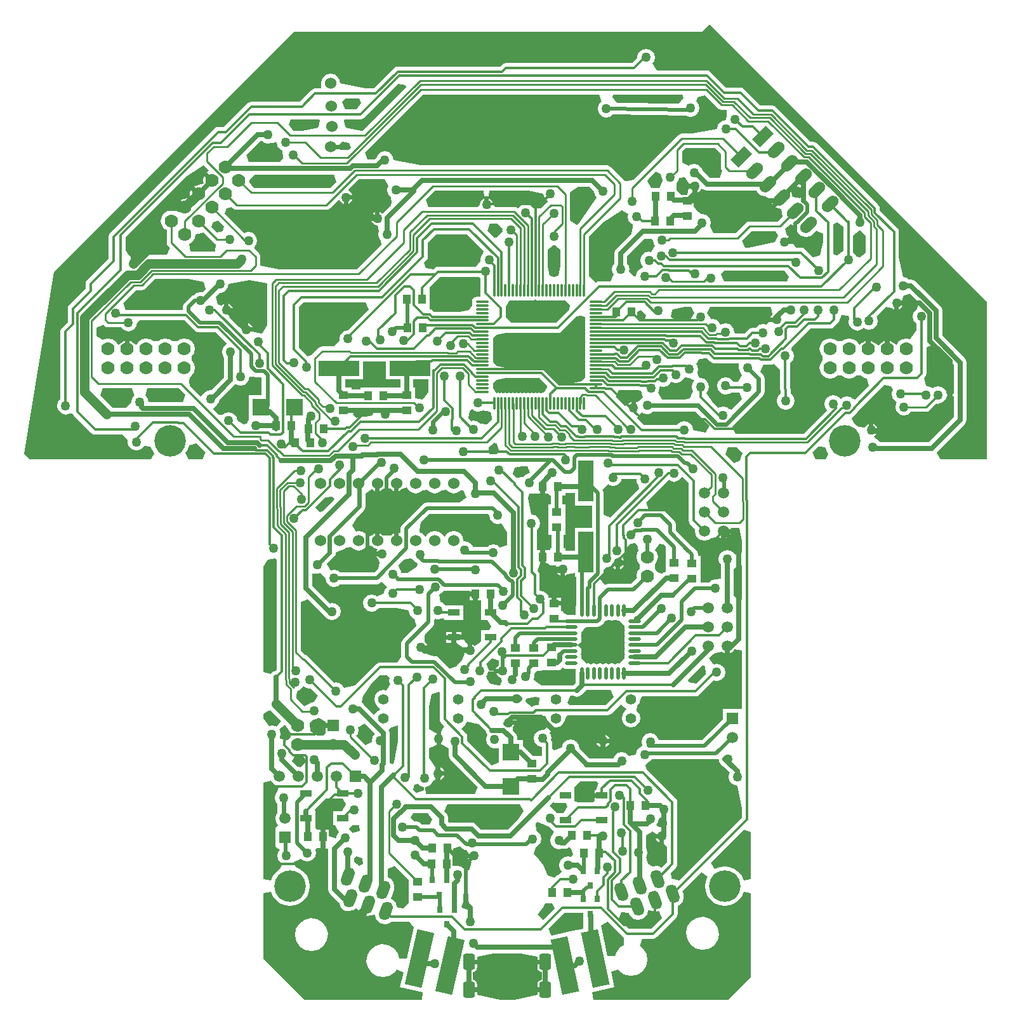
<source format=gbl>
%FSLAX24Y24*%
%MOIN*%
G70*
G01*
G75*
G04 Layer_Physical_Order=2*
G04 Layer_Color=16711680*
%ADD10R,0.0400X0.0500*%
%ADD11R,0.0800X0.0800*%
%ADD12R,0.0500X0.0400*%
%ADD13R,0.0394X0.0787*%
%ADD14R,0.0787X0.0394*%
%ADD15R,0.0433X0.0236*%
%ADD16R,0.0295X0.0118*%
%ADD17R,0.0870X0.0866*%
%ADD18R,0.1335X0.0772*%
%ADD19R,0.0787X0.1378*%
%ADD20R,0.0800X0.0800*%
%ADD21R,0.0394X0.0217*%
G04:AMPARAMS|DCode=22|XSize=90.6mil|YSize=295.3mil|CornerRadius=0mil|HoleSize=0mil|Usage=FLASHONLY|Rotation=167.000|XOffset=0mil|YOffset=0mil|HoleType=Round|Shape=Rectangle|*
%AMROTATEDRECTD22*
4,1,4,0.0773,0.1337,0.0109,-0.1540,-0.0773,-0.1337,-0.0109,0.1540,0.0773,0.1337,0.0*
%
%ADD22ROTATEDRECTD22*%

G04:AMPARAMS|DCode=23|XSize=90.6mil|YSize=295.3mil|CornerRadius=0mil|HoleSize=0mil|Usage=FLASHONLY|Rotation=192.000|XOffset=0mil|YOffset=0mil|HoleType=Round|Shape=Rectangle|*
%AMROTATEDRECTD23*
4,1,4,0.0136,0.1538,0.0750,-0.1350,-0.0136,-0.1538,-0.0750,0.1350,0.0136,0.1538,0.0*
%
%ADD23ROTATEDRECTD23*%

%ADD24R,0.0354X0.0591*%
%ADD25R,0.0236X0.0433*%
%ADD26R,0.0453X0.0591*%
%ADD27R,0.0157X0.0591*%
%ADD28C,0.0250*%
%ADD29C,0.0315*%
%ADD30C,0.0200*%
%ADD31C,0.0120*%
%ADD32C,0.0100*%
%ADD33C,0.0157*%
%ADD34C,0.0500*%
%ADD35C,0.0394*%
%ADD36C,0.0197*%
%ADD37C,0.0238*%
%ADD38C,0.0217*%
%ADD39C,0.0161*%
%ADD40C,0.0150*%
%ADD41C,0.0700*%
%ADD42C,0.0551*%
G04:AMPARAMS|DCode=43|XSize=99.4mil|YSize=60mil|CornerRadius=0mil|HoleSize=0mil|Usage=FLASHONLY|Rotation=45.000|XOffset=0mil|YOffset=0mil|HoleType=Round|Shape=Round|*
%AMOVALD43*
21,1,0.0394,0.0600,0.0000,0.0000,45.0*
1,1,0.0600,-0.0139,-0.0139*
1,1,0.0600,0.0139,0.0139*
%
%ADD43OVALD43*%

G04:AMPARAMS|DCode=44|XSize=99.4mil|YSize=60mil|CornerRadius=0mil|HoleSize=0mil|Usage=FLASHONLY|Rotation=45.000|XOffset=0mil|YOffset=0mil|HoleType=Round|Shape=Rectangle|*
%AMROTATEDRECTD44*
4,1,4,-0.0139,-0.0563,-0.0563,-0.0139,0.0139,0.0563,0.0563,0.0139,-0.0139,-0.0563,0.0*
%
%ADD44ROTATEDRECTD44*%

%ADD45C,0.0600*%
%ADD46C,0.0591*%
%ADD47R,0.0591X0.0591*%
%ADD48R,0.0591X0.0591*%
G04:AMPARAMS|DCode=49|XSize=60mil|YSize=99.4mil|CornerRadius=0mil|HoleSize=0mil|Usage=FLASHONLY|Rotation=20.000|XOffset=0mil|YOffset=0mil|HoleType=Round|Shape=Round|*
%AMOVALD49*
21,1,0.0394,0.0600,0.0000,0.0000,110.0*
1,1,0.0600,0.0067,-0.0185*
1,1,0.0600,-0.0067,0.0185*
%
%ADD49OVALD49*%

G04:AMPARAMS|DCode=50|XSize=60mil|YSize=99.4mil|CornerRadius=0mil|HoleSize=0mil|Usage=FLASHONLY|Rotation=340.000|XOffset=0mil|YOffset=0mil|HoleType=Round|Shape=Round|*
%AMOVALD50*
21,1,0.0394,0.0600,0.0000,0.0000,70.0*
1,1,0.0600,-0.0067,-0.0185*
1,1,0.0600,0.0067,0.0185*
%
%ADD50OVALD50*%

G04:AMPARAMS|DCode=51|XSize=86.6mil|YSize=63mil|CornerRadius=15.7mil|HoleSize=0mil|Usage=FLASHONLY|Rotation=90.000|XOffset=0mil|YOffset=0mil|HoleType=Round|Shape=RoundedRectangle|*
%AMROUNDEDRECTD51*
21,1,0.0866,0.0315,0,0,90.0*
21,1,0.0551,0.0630,0,0,90.0*
1,1,0.0315,0.0157,0.0276*
1,1,0.0315,0.0157,-0.0276*
1,1,0.0315,-0.0157,-0.0276*
1,1,0.0315,-0.0157,0.0276*
%
%ADD51ROUNDEDRECTD51*%
%ADD52C,0.1654*%
%ADD53C,0.0500*%
%ADD54R,0.0591X0.0354*%
%ADD55R,0.0315X0.0354*%
%ADD56R,0.2165X0.0787*%
%ADD57R,0.0866X0.0870*%
%ADD58R,0.0787X0.2165*%
%ADD59O,0.0217X0.0650*%
%ADD60O,0.0650X0.0217*%
%ADD61O,0.0118X0.0709*%
%ADD62O,0.0709X0.0118*%
%ADD63C,0.0120*%
G36*
X11680Y-7421D02*
X11714Y-7414D01*
X11845Y-7327D01*
X11932Y-7196D01*
X12324Y-7274D01*
Y-10337D01*
X12307D01*
Y-10337D01*
X11316D01*
Y-10895D01*
X10238Y-11973D01*
X7949D01*
X7934Y-11897D01*
X7835Y-11748D01*
X7686Y-11649D01*
X7510Y-11614D01*
X7335Y-11649D01*
X7186Y-11748D01*
X7086Y-11897D01*
X7051Y-12072D01*
X7086Y-12248D01*
X7064Y-12301D01*
X7050Y-12304D01*
X6901Y-12404D01*
X6802Y-12553D01*
X6767Y-12728D01*
X6377Y-12806D01*
X6333Y-12740D01*
X6185Y-12641D01*
X6009Y-12606D01*
X5833Y-12641D01*
X5685Y-12740D01*
X5585Y-12889D01*
X5578Y-12926D01*
X4303D01*
X3776Y-12399D01*
X3744Y-12236D01*
X3644Y-12087D01*
X3495Y-11987D01*
X3320Y-11952D01*
X3144Y-11987D01*
X2995Y-12087D01*
X2896Y-12236D01*
X2877Y-12330D01*
X2644Y-12454D01*
X2467Y-12490D01*
X2363Y-12447D01*
Y-12124D01*
X2343Y-12022D01*
X2304Y-11964D01*
X2319Y-11886D01*
X2285Y-11710D01*
X2221Y-11615D01*
X2440Y-11288D01*
X2559Y-11312D01*
X2745Y-11275D01*
X2902Y-11170D01*
X3007Y-11012D01*
X3044Y-10827D01*
X3169Y-10674D01*
X5265D01*
X5366Y-10654D01*
X5452Y-10597D01*
X5452Y-10597D01*
X5452Y-10597D01*
X5955Y-10094D01*
X6253Y-10352D01*
X6153Y-10484D01*
X6153Y-10484D01*
X6153D01*
X6048Y-10641D01*
X6011Y-10827D01*
X6048Y-11012D01*
X6153Y-11170D01*
X6310Y-11275D01*
X6496Y-11312D01*
X6682Y-11275D01*
X6839Y-11170D01*
X6944Y-11012D01*
X6981Y-10827D01*
X6944Y-10641D01*
X6839Y-10484D01*
X6839Y-10484D01*
X6839D01*
X6795Y-10426D01*
X6839Y-10170D01*
X6944Y-10012D01*
X6981Y-9827D01*
X7100Y-9681D01*
X9891D01*
X9993Y-9661D01*
X10079Y-9604D01*
X10079Y-9604D01*
X10079Y-9604D01*
X10836Y-8846D01*
X10998Y-8879D01*
X11174Y-8844D01*
X11323Y-8744D01*
X11422Y-8595D01*
X11457Y-8420D01*
X11422Y-8244D01*
X11323Y-8095D01*
X11174Y-7996D01*
X10998Y-7961D01*
X10823Y-7996D01*
X10601Y-7665D01*
X10766Y-7499D01*
X10917Y-7399D01*
X10917D01*
Y-7399D01*
X11275Y-7327D01*
Y-7327D01*
X11275Y-7327D01*
Y-7327D01*
Y-7327D01*
D01*
X11405Y-7414D01*
X11440Y-7421D01*
Y-7042D01*
X11680D01*
Y-7421D01*
D02*
G37*
G36*
X3032Y-8221D02*
X3153Y-8245D01*
X3586D01*
X3586Y-8245D01*
X3589Y-8482D01*
X3589Y-8482D01*
X3589D01*
Y-8966D01*
X3451Y-9104D01*
X1808D01*
X1420Y-8845D01*
X1383Y-8800D01*
X1415Y-8642D01*
X1415Y-8642D01*
X1415Y-8642D01*
X1420Y-8510D01*
X1427Y-8477D01*
D01*
D01*
D01*
X1427Y-8477D01*
D01*
X1554Y-8350D01*
X1839D01*
Y-8318D01*
X1879D01*
Y-8318D01*
X2779D01*
Y-8318D01*
X2930Y-8153D01*
X2930Y-8153D01*
Y-8153D01*
X3032Y-8221D01*
D02*
G37*
G36*
X-12101Y-2514D02*
Y-8261D01*
X-12189Y-8348D01*
X-12261Y-8363D01*
X-12369Y-8435D01*
X-12419Y-8509D01*
X-12795Y-8395D01*
Y-2857D01*
X-12565Y-2511D01*
X-12175Y-2454D01*
X-12101Y-2514D01*
D02*
G37*
G36*
X5690Y-5682D02*
X5810Y-5706D01*
X5881Y-5692D01*
X6160Y-5970D01*
X6145Y-6041D01*
X6169Y-6161D01*
X6194Y-6199D01*
X6169Y-6236D01*
X6145Y-6356D01*
X6169Y-6476D01*
X6194Y-6514D01*
X6169Y-6551D01*
X6145Y-6671D01*
X6169Y-6791D01*
X6194Y-6829D01*
X6169Y-6866D01*
X6145Y-6986D01*
X6169Y-7106D01*
X6194Y-7144D01*
X6169Y-7181D01*
X6145Y-7301D01*
X6169Y-7421D01*
X6194Y-7459D01*
X6169Y-7496D01*
X6145Y-7616D01*
X6160Y-7687D01*
X5881Y-7965D01*
X5810Y-7951D01*
X5690Y-7975D01*
X5653Y-8000D01*
X5615Y-7975D01*
X5495Y-7951D01*
X5375Y-7975D01*
X5338Y-8000D01*
X5301Y-7975D01*
X5180Y-7951D01*
X5060Y-7975D01*
X5023Y-8000D01*
X4986Y-7975D01*
X4865Y-7951D01*
X4745Y-7975D01*
X4708Y-8000D01*
X4671Y-7975D01*
X4550Y-7951D01*
X4430Y-7975D01*
X4393Y-8000D01*
X4356Y-7975D01*
X4235Y-7951D01*
X4164Y-7965D01*
X3886Y-7687D01*
X3900Y-7616D01*
X3876Y-7496D01*
X3851Y-7459D01*
X3859Y-7447D01*
Y-7447D01*
X3859Y-7447D01*
Y-7447D01*
X3876Y-7421D01*
X3876Y-7421D01*
X3900Y-7301D01*
X3876Y-7181D01*
X3808Y-7079D01*
X3808Y-7079D01*
X3782Y-7061D01*
Y-7061D01*
D01*
X3782D01*
X3782D01*
X3782Y-7061D01*
X3780Y-7060D01*
Y-7060D01*
X3780Y-7060D01*
X3706Y-7011D01*
X3586Y-6987D01*
X3369D01*
Y-6985D01*
X3586D01*
X3706Y-6962D01*
X3808Y-6893D01*
X3808Y-6893D01*
X3876Y-6791D01*
X3900Y-6671D01*
X3876Y-6551D01*
X3851Y-6514D01*
X3876Y-6476D01*
X3900Y-6356D01*
X3896Y-6336D01*
X4103Y-6084D01*
X4181Y-6032D01*
X4738D01*
X4855Y-6009D01*
X4955Y-5943D01*
X5082Y-5816D01*
X5148Y-5716D01*
X5148Y-5716D01*
X5148Y-5716D01*
X5375Y-5682D01*
X5375Y-5682D01*
X5375Y-5682D01*
X5495Y-5706D01*
X5615Y-5682D01*
X5653Y-5657D01*
X5690Y-5682D01*
D02*
G37*
G36*
X-9808Y-3204D02*
D01*
X-9551Y-3482D01*
X-9516Y-3657D01*
X-9417Y-3806D01*
X-9268Y-3906D01*
X-9092Y-3941D01*
X-8917Y-3906D01*
X-8768Y-3806D01*
X-8755Y-3788D01*
X-6855D01*
X-6738Y-3764D01*
X-6639Y-3698D01*
X-6620Y-3679D01*
X-6336Y-3893D01*
X-6315Y-3933D01*
X-6331Y-3961D01*
X-6331Y-3961D01*
X-6331D01*
X-6430Y-4110D01*
X-6465Y-4285D01*
X-6829Y-4436D01*
X-6943Y-4360D01*
X-7118Y-4325D01*
X-7294Y-4360D01*
X-7443Y-4459D01*
X-7542Y-4608D01*
X-7577Y-4784D01*
X-7542Y-4959D01*
X-7443Y-5108D01*
X-7294Y-5208D01*
X-7118Y-5242D01*
X-6943Y-5208D01*
X-6794Y-5108D01*
X-6754Y-5049D01*
X-5810D01*
X-5175Y-5175D01*
X-5140Y-5351D01*
X-5040Y-5500D01*
X-4892Y-5599D01*
X-4875Y-5602D01*
X-4761Y-5979D01*
X-5482Y-6700D01*
X-5548Y-6799D01*
X-5571Y-6915D01*
Y-7617D01*
X-5571D01*
Y-7617D01*
D01*
D01*
X-5780Y-7889D01*
X-6668D01*
X-6770Y-7909D01*
X-6856Y-7966D01*
X-7999Y-9109D01*
X-8577Y-9224D01*
X-8676Y-9075D01*
X-8825Y-8976D01*
X-9001Y-8941D01*
X-9083Y-8957D01*
X-10483Y-7557D01*
X-10565Y-7502D01*
X-10603Y-7495D01*
X-10839Y-7259D01*
Y-4724D01*
X-10475Y-4573D01*
X-9622Y-5427D01*
X-9540Y-5549D01*
X-9391Y-5649D01*
X-9215Y-5684D01*
X-9040Y-5649D01*
X-8891Y-5549D01*
X-8791Y-5400D01*
X-8757Y-5225D01*
X-8791Y-5049D01*
X-8891Y-4900D01*
X-9040Y-4801D01*
X-9215Y-4766D01*
X-9324Y-4788D01*
X-10253Y-3858D01*
Y-3254D01*
X-9983Y-3239D01*
X-9983Y-3239D01*
Y-3239D01*
D01*
D01*
D01*
X-9808Y-3204D01*
X-9808Y-3204D01*
D02*
G37*
G36*
X12324Y-2804D02*
Y-4616D01*
X12207Y-4651D01*
X11891Y-4416D01*
Y-3004D01*
X12207Y-2769D01*
X12324Y-2804D01*
D02*
G37*
G36*
X-1965Y-4182D02*
X-1665D01*
Y-4302D01*
X-1545D01*
Y-4652D01*
X-1365D01*
Y-4652D01*
X-1365D01*
X-1364Y-4653D01*
Y-4907D01*
D01*
D01*
Y-4907D01*
X-1364D01*
Y-5661D01*
X-1058D01*
X-840Y-5989D01*
X-930Y-6206D01*
X-1364D01*
Y-6802D01*
X-1621Y-6974D01*
X-1711Y-7022D01*
X-1818Y-6951D01*
X-1835Y-6947D01*
Y-7280D01*
X-1955D01*
Y-7400D01*
X-2288D01*
X-2284Y-7417D01*
X-2248Y-7471D01*
X-2399Y-7835D01*
X-2405Y-7837D01*
X-2554Y-7936D01*
X-2654Y-8085D01*
X-2660Y-8116D01*
X-3037Y-8230D01*
X-3617Y-7650D01*
X-3715Y-7584D01*
X-3832Y-7561D01*
X-3832Y-7561D01*
X-3832Y-7561D01*
X-4200Y-7487D01*
X-4201Y-7254D01*
X-4201Y-7254D01*
X-4201D01*
Y-7254D01*
Y-7254D01*
X-4201Y-7254D01*
X-4198Y-7238D01*
X-4531D01*
Y-6998D01*
X-4198D01*
X-4201Y-6981D01*
X-4278Y-6866D01*
X-4325Y-6834D01*
X-4351Y-6571D01*
X-4316Y-6395D01*
X-3922Y-6001D01*
X-3856Y-5903D01*
X-3833Y-5786D01*
X-3833Y-5786D01*
X-3833Y-5786D01*
X-3806Y-5599D01*
D01*
X-3806Y-5599D01*
X-3631Y-5634D01*
X-3455Y-5599D01*
X-3380Y-5549D01*
X-3380D01*
D01*
X-3293Y-5661D01*
Y-5661D01*
X-2303D01*
Y-4907D01*
X-3269D01*
X-3306Y-4851D01*
X-3455Y-4751D01*
X-3512Y-4740D01*
X-3589Y-4354D01*
X-3589Y-4354D01*
X-3464Y-4270D01*
X-3439Y-4232D01*
X-3310Y-4129D01*
X-3310Y-4129D01*
X-1965D01*
Y-4182D01*
D02*
G37*
G36*
X10385Y-8118D02*
X10423Y-8510D01*
X9924Y-9009D01*
X9538Y-8932D01*
X9478Y-8788D01*
X10243Y-8023D01*
X10385Y-8118D01*
D02*
G37*
G36*
X1700Y-9752D02*
X1661Y-10144D01*
X1491D01*
X1491Y-10144D01*
X1389Y-10164D01*
X1303Y-10222D01*
X948Y-9985D01*
X951Y-9930D01*
X951D01*
X951D01*
Y-9930D01*
Y-9930D01*
X951Y-9930D01*
X977Y-9803D01*
X1466Y-9706D01*
X1700Y-9752D01*
D02*
G37*
G36*
X1978Y-10709D02*
X2074Y-10827D01*
X2111Y-11012D01*
X2183Y-11121D01*
X1965Y-11448D01*
X1861Y-11427D01*
X1685Y-11462D01*
X1536Y-11562D01*
X1437Y-11710D01*
X1402Y-11886D01*
X1437Y-12062D01*
X1536Y-12210D01*
X1685Y-12310D01*
X1833Y-12339D01*
Y-12805D01*
X1737D01*
Y-12805D01*
X1355D01*
X937Y-12386D01*
X829Y-12314D01*
X817Y-12312D01*
Y-11987D01*
X513D01*
Y-11839D01*
X488Y-11712D01*
X416Y-11604D01*
X279Y-11468D01*
X295Y-11311D01*
X372Y-11195D01*
X375Y-11178D01*
X42D01*
Y-10938D01*
X476D01*
X574Y-10787D01*
Y-10787D01*
X1378D01*
X1480Y-10767D01*
X1566Y-10709D01*
X1566Y-10709D01*
X1566Y-10709D01*
X1585Y-10690D01*
X1978Y-10709D01*
D02*
G37*
G36*
X-9551Y-10994D02*
Y-11085D01*
X-9156D01*
Y-11325D01*
X-9551D01*
Y-11468D01*
X-9551D01*
X-9551Y-11468D01*
X-9551Y-11600D01*
X-9691Y-11741D01*
X-9988D01*
X-10348Y-11500D01*
X-10386Y-11108D01*
X-10163Y-10885D01*
X-10142Y-10889D01*
X-9966Y-10854D01*
X-9898Y-10809D01*
X-9551Y-10994D01*
D02*
G37*
G36*
X5592Y-9707D02*
X5155Y-10144D01*
X3291D01*
X3165Y-9990D01*
X3333Y-9634D01*
X3466D01*
X3528Y-9675D01*
X3654Y-9701D01*
X3781Y-9675D01*
X3889Y-9604D01*
X4149Y-9343D01*
X5441D01*
X5592Y-9707D01*
D02*
G37*
G36*
X-439Y-7815D02*
Y-8046D01*
X-457Y-8064D01*
X-509Y-8098D01*
X-543Y-8150D01*
X-624Y-8231D01*
X-257D01*
Y-8471D01*
X-589D01*
X-586Y-8487D01*
X-509Y-8603D01*
X-393Y-8680D01*
X-356Y-8688D01*
X-274Y-8861D01*
X-374Y-9104D01*
X-470D01*
X-899Y-9019D01*
X-1053Y-8788D01*
X-1113Y-8643D01*
X-1032Y-8521D01*
X-1003Y-8372D01*
X-712D01*
Y-8319D01*
X-717Y-8324D01*
X-948D01*
X-1099Y-7960D01*
X-803Y-7664D01*
X-439Y-7815D01*
D02*
G37*
G36*
X-10557Y-9243D02*
X-10381Y-9278D01*
X-10311Y-9264D01*
X-9949Y-9626D01*
X-10135Y-9973D01*
X-10142Y-9972D01*
X-10318Y-10006D01*
X-10466Y-10106D01*
X-10466Y-10106D01*
Y-10106D01*
X-10665Y-10206D01*
X-11084Y-9787D01*
X-11065Y-9594D01*
X-11000Y-9380D01*
X-10957Y-9371D01*
X-10808Y-9272D01*
X-10808Y-9272D01*
X-10706Y-9144D01*
X-10557Y-9243D01*
D02*
G37*
G36*
X-6302Y-8575D02*
X-6180Y-8723D01*
X-6200Y-8821D01*
X-6165Y-8996D01*
X-6134Y-9043D01*
X-6352Y-9370D01*
X-6496Y-9342D01*
X-6682Y-9379D01*
X-6839Y-9484D01*
X-6944Y-9641D01*
X-6981Y-9827D01*
X-6944Y-10012D01*
X-6839Y-10170D01*
X-6839Y-10170D01*
X-6839D01*
X-6682Y-10379D01*
X-6682D01*
X-6682Y-10379D01*
X-6839Y-10484D01*
D01*
X-6839Y-10484D01*
X-6839Y-10484D01*
X-6839Y-10484D01*
X-6839Y-10484D01*
X-6994Y-10656D01*
X-7548Y-10102D01*
D01*
X-7645Y-9977D01*
X-7587Y-9684D01*
X-7109Y-8970D01*
X-6695Y-8556D01*
X-6302Y-8575D01*
D02*
G37*
G36*
X9530Y1521D02*
Y-446D01*
X9530Y-446D01*
X9530D01*
X9550Y-548D01*
X9607Y-634D01*
X9874Y-900D01*
X9852Y-1008D01*
X9891Y-1202D01*
X10000Y-1365D01*
X10164Y-1475D01*
X10357Y-1513D01*
X10550Y-1475D01*
X10714Y-1365D01*
X10714D01*
Y-1365D01*
X11072Y-1293D01*
Y-1293D01*
X11072Y-1293D01*
Y-1293D01*
Y-1293D01*
D01*
X11203Y-1381D01*
X11237Y-1387D01*
Y-1008D01*
X11357D01*
Y-888D01*
X11743D01*
X11736Y-842D01*
D01*
X12189D01*
X12324Y-1521D01*
Y-2128D01*
X11947Y-2242D01*
X11880Y-2142D01*
X11731Y-2042D01*
X11555Y-2007D01*
X11380Y-2042D01*
X11231Y-2142D01*
X11131Y-2291D01*
X11096Y-2466D01*
X11131Y-2642D01*
X11228Y-2787D01*
Y-3520D01*
X10935Y-3548D01*
X10935Y-3548D01*
Y-3548D01*
D01*
D01*
D01*
X10760Y-3583D01*
X10611Y-3682D01*
X10598Y-3701D01*
X10158D01*
Y-3104D01*
Y-2304D01*
X10014D01*
Y-2232D01*
X9991Y-2115D01*
X9925Y-2016D01*
X9925Y-2016D01*
X9763Y-1854D01*
X9750Y-1845D01*
X9730Y-1832D01*
X8854Y-956D01*
Y-664D01*
X8831Y-547D01*
X8764Y-448D01*
X8287Y29D01*
X8188Y96D01*
X8071Y119D01*
X7441D01*
X7291Y483D01*
X8488Y1680D01*
X8586Y1614D01*
X8762Y1579D01*
X8938Y1614D01*
X9086Y1713D01*
D01*
X9086Y1713D01*
X9086Y1713D01*
X9086Y1713D01*
X9086Y1713D01*
X9086D01*
X9086Y1713D01*
X9188Y1863D01*
X9530Y1521D01*
D02*
G37*
G36*
X6807Y1561D02*
X6906Y1412D01*
X6926Y1216D01*
X5417Y-293D01*
X5053Y-142D01*
Y1012D01*
X5053Y1012D01*
X5030Y1129D01*
X5001Y1172D01*
X5280Y1451D01*
X5378Y1385D01*
X5554Y1350D01*
X5729Y1385D01*
X5878Y1484D01*
X5978Y1633D01*
X5994Y1717D01*
X6776D01*
X6807Y1561D01*
D02*
G37*
G36*
X-5699Y1102D02*
X-5663Y1109D01*
X-5531Y1198D01*
X-5531Y1198D01*
Y1198D01*
X-5290Y1291D01*
X-5290D01*
X-5179Y1126D01*
X-5014Y1015D01*
X-4819Y976D01*
X-4624Y1015D01*
X-4458Y1126D01*
X-4206Y1152D01*
X-4179Y1126D01*
X-4179Y1126D01*
Y1126D01*
X-4014Y1015D01*
X-3819Y976D01*
X-3624Y1015D01*
X-3458Y1126D01*
X-3206Y1152D01*
X-3179Y1126D01*
X-3179Y1126D01*
Y1126D01*
X-3014Y1015D01*
X-2819Y976D01*
X-2624Y1015D01*
X-2458Y1126D01*
X-2299Y1124D01*
X-2133Y767D01*
X-2166Y726D01*
X-2511Y495D01*
X-4217D01*
X-4334Y472D01*
X-4434Y406D01*
X-4434Y406D01*
X-5510Y-671D01*
X-5576Y-770D01*
X-5600Y-887D01*
Y-1103D01*
X-5699Y-1104D01*
Y-1514D01*
X-5939D01*
Y-1130D01*
X-5975Y-1137D01*
X-6107Y-1225D01*
X-6122Y-1248D01*
X-6516D01*
X-6531Y-1225D01*
X-6663Y-1137D01*
X-6699Y-1130D01*
Y-1514D01*
X-6939D01*
Y-1130D01*
X-6975Y-1137D01*
X-7107Y-1225D01*
X-7107Y-1225D01*
Y-1225D01*
X-7348Y-1319D01*
X-7458Y-1153D01*
X-7624Y-1043D01*
X-7819Y-1004D01*
X-7937Y-1027D01*
X-8156Y-700D01*
X-7859Y-257D01*
X-7539Y64D01*
X-7539Y64D01*
X-7468Y170D01*
X-7443Y294D01*
X-7443Y294D01*
Y973D01*
X-7207Y1131D01*
X-7096Y1190D01*
X-6975Y1109D01*
X-6939Y1102D01*
Y1486D01*
X-6699D01*
Y1102D01*
X-6663Y1109D01*
X-6531Y1198D01*
X-6516Y1220D01*
X-6122D01*
X-6107Y1198D01*
X-5975Y1109D01*
X-5939Y1102D01*
Y1486D01*
X-5699D01*
Y1102D01*
D02*
G37*
G36*
X1205Y2046D02*
X994Y1946D01*
X994D01*
X845Y1847D01*
X839Y1838D01*
X464Y1801D01*
X308Y2012D01*
X405Y2332D01*
X795Y2409D01*
X1055D01*
X1205Y2046D01*
D02*
G37*
G36*
X16695Y3387D02*
X16870Y3034D01*
X16732Y2756D01*
X16189D01*
X16038Y3120D01*
X16341Y3423D01*
X16446Y3437D01*
X16695Y3387D01*
D02*
G37*
G36*
X-15851Y3120D02*
X-16001Y2756D01*
X-16732D01*
X-16907Y3109D01*
X-16820Y3222D01*
X-16716Y3472D01*
X-16715Y3484D01*
X-16342Y3611D01*
X-15851Y3120D01*
D02*
G37*
G36*
X12299Y3148D02*
X12348Y3055D01*
X12346Y3048D01*
X12309Y2994D01*
X12289Y2892D01*
Y2890D01*
X12216Y2684D01*
X11926Y2564D01*
X11453Y3037D01*
X11604Y3400D01*
X12046D01*
X12299Y3148D01*
D02*
G37*
G36*
X1965Y973D02*
X2145D01*
Y973D01*
X2145D01*
X2245Y873D01*
Y873D01*
X2292D01*
Y392D01*
X2147D01*
Y-408D01*
Y-1208D01*
X2341D01*
Y-1906D01*
X2245D01*
Y-2006D01*
X2145D01*
Y-2006D01*
X1965D01*
Y-2356D01*
Y-2706D01*
X2145D01*
Y-2706D01*
X2145D01*
X2245Y-2806D01*
Y-2806D01*
X2553D01*
D01*
X2556Y-2887D01*
X2917D01*
Y-3007D01*
X3037D01*
Y-3340D01*
X3053Y-3336D01*
X3169Y-3259D01*
X3169Y-3259D01*
X3169Y-3259D01*
X3169Y-3259D01*
Y-3259D01*
X3544Y-3202D01*
Y-3401D01*
X3616D01*
Y-4908D01*
X3606Y-4959D01*
Y-5392D01*
X3586Y-5412D01*
X3153D01*
D01*
X3153Y-5412D01*
D01*
X3027Y-5335D01*
X2922Y-5249D01*
Y-5199D01*
X2861D01*
X2822Y-5167D01*
Y-5099D01*
X2822D01*
Y-4919D01*
X2472D01*
Y-4799D01*
X2352D01*
Y-4499D01*
X2175D01*
X2157Y-4405D01*
X2057Y-4256D01*
X1908Y-4156D01*
X1733Y-4121D01*
X1707Y-4101D01*
Y-3309D01*
X1687Y-3208D01*
X1630Y-3122D01*
X1577Y-3069D01*
X1725Y-2712D01*
Y-2356D01*
Y-2006D01*
X1564D01*
Y-950D01*
X1595Y-930D01*
X1695Y-781D01*
X1730Y-605D01*
X1695Y-430D01*
X1595Y-281D01*
X1447Y-181D01*
X1271Y-146D01*
X1100Y715D01*
X1151Y973D01*
X1545D01*
Y973D01*
X1725D01*
Y1323D01*
X1965D01*
Y973D01*
D02*
G37*
G36*
X3544Y340D02*
X4442D01*
Y-835D01*
X3544D01*
Y-2024D01*
X3045D01*
Y-1906D01*
X2950D01*
Y-1208D01*
X3047D01*
Y-408D01*
Y392D01*
X2901D01*
Y873D01*
X3045D01*
Y992D01*
X3544D01*
Y340D01*
D02*
G37*
G36*
X-4975Y-2464D02*
X-4901Y-2574D01*
X-4752Y-2674D01*
D01*
X-4724Y-2698D01*
X-4695Y-2727D01*
X-4734Y-2855D01*
X-5233Y-3188D01*
X-5369Y-3215D01*
X-5564D01*
X-5587Y-3101D01*
X-5686Y-2952D01*
X-5705Y-2764D01*
X-5457Y-2516D01*
X-5122Y-2450D01*
X-4975Y-2464D01*
D02*
G37*
G36*
X8202Y-1709D02*
X8312Y-1819D01*
X8312Y-2264D01*
X8312D01*
Y-3064D01*
Y-3139D01*
X8220Y-3158D01*
X8113Y-3229D01*
Y-3229D01*
X8113Y-3229D01*
X8095Y-3241D01*
X7868Y-3146D01*
X7747Y-2964D01*
Y-2757D01*
X7868Y-2575D01*
X7911Y-2360D01*
X7868Y-2146D01*
X7767Y-1994D01*
X7986Y-1666D01*
X8202Y-1709D01*
D02*
G37*
G36*
X-958Y-182D02*
X-923Y-358D01*
X-824Y-507D01*
X-675Y-606D01*
X-499Y-641D01*
X-324Y-606D01*
X-3Y-1086D01*
Y-1754D01*
X-379Y-1868D01*
X-407Y-1827D01*
X-556Y-1727D01*
X-732Y-1692D01*
X-907Y-1727D01*
X-1056Y-1827D01*
X-1069Y-1845D01*
X-1815D01*
X-1820Y-1820D01*
X-1920Y-1671D01*
X-2069Y-1572D01*
X-2244Y-1537D01*
X-2279Y-1544D01*
X-2309Y-1514D01*
X-2348Y-1319D01*
X-2458Y-1153D01*
X-2624Y-1043D01*
X-2819Y-1004D01*
X-3014Y-1043D01*
X-3179Y-1153D01*
X-3290Y-1319D01*
D01*
X-3458Y-1153D01*
X-3458Y-1153D01*
Y-1153D01*
X-3624Y-1043D01*
X-3819Y-1004D01*
X-4014Y-1043D01*
X-4179Y-1153D01*
X-4290Y-1319D01*
D01*
X-4458Y-1153D01*
X-4458Y-1153D01*
Y-1153D01*
X-4602Y-1058D01*
X-4610Y-973D01*
X-4526Y-552D01*
X-4091Y-116D01*
X-1012D01*
X-958Y-182D01*
D02*
G37*
G36*
X-9077Y701D02*
X-9092Y623D01*
X-9695Y21D01*
D01*
X-9859Y-11D01*
X-10067Y243D01*
X-9564Y746D01*
X-9224Y780D01*
X-9077Y701D01*
D02*
G37*
G36*
X6817Y-1723D02*
X6899Y-2046D01*
X6832Y-2146D01*
X6790Y-2360D01*
X6832Y-2575D01*
X6954Y-2757D01*
Y-2964D01*
X6832Y-3146D01*
X6790Y-3360D01*
X6811Y-3467D01*
X6497Y-3781D01*
X5295D01*
X5178Y-3804D01*
X5140Y-3830D01*
X4890Y-3525D01*
X4964Y-3452D01*
X4964Y-3452D01*
X5030Y-3353D01*
X5053Y-3235D01*
Y-3034D01*
X5211Y-2904D01*
X5387Y-2869D01*
X5482Y-2805D01*
X5559Y-2921D01*
X5675Y-2998D01*
X5691Y-3001D01*
Y-2668D01*
X5811D01*
Y-2548D01*
X6144D01*
X6141Y-2532D01*
X6064Y-2416D01*
Y-2416D01*
D01*
X6096Y-2376D01*
X6096Y-2376D01*
X6096D01*
X6196Y-2227D01*
X6231Y-2052D01*
X6208Y-1936D01*
X6486Y-1658D01*
X6496Y-1660D01*
X6672Y-1625D01*
X6684Y-1617D01*
X6817Y-1723D01*
D02*
G37*
G36*
X-7107Y-1802D02*
X-7107Y-1802D01*
Y-1802D01*
X-6975Y-1891D01*
X-6975D01*
X-6824Y-1933D01*
D01*
X-6891Y-2064D01*
X-6891Y-2064D01*
X-6891Y-2064D01*
X-6895Y-2081D01*
X-6562D01*
Y-2321D01*
X-6895D01*
X-6891Y-2337D01*
X-6814Y-2453D01*
X-6739Y-2503D01*
X-6724Y-2659D01*
X-6788Y-2982D01*
X-6982Y-3176D01*
X-8755D01*
X-8768Y-3157D01*
X-8917Y-3058D01*
X-9092Y-3023D01*
X-9268Y-3058D01*
D01*
X-9482Y-2738D01*
X-9095Y-2351D01*
X-9024Y-2246D01*
X-8999Y-2121D01*
X-8999Y-2121D01*
D01*
X-8819Y-2024D01*
X-8819Y-2024D01*
Y-2024D01*
X-8624Y-1985D01*
X-8458Y-1874D01*
X-8206Y-1848D01*
X-8179Y-1874D01*
X-8179Y-1874D01*
Y-1874D01*
X-8014Y-1985D01*
X-7819Y-2024D01*
X-7624Y-1985D01*
X-7458Y-1874D01*
X-7348Y-1709D01*
X-7348D01*
D01*
X-7107Y-1802D01*
D02*
G37*
G36*
X-11871Y-10972D02*
X-12121Y-11276D01*
X-12189Y-11231D01*
X-12365Y-11196D01*
X-12491Y-11221D01*
X-12614Y-11120D01*
X-12795Y-10849D01*
Y-10609D01*
X-12610Y-10485D01*
X-12432Y-10412D01*
X-11871Y-10972D01*
D02*
G37*
G36*
X-2357Y-17657D02*
X-2258Y-17723D01*
X-2141Y-17747D01*
D01*
D01*
X-2057Y-17915D01*
D01*
X-2057Y-17915D01*
X-2060Y-17932D01*
X-1727D01*
Y-18172D01*
X-2060D01*
X-2057Y-18189D01*
X-1980Y-18304D01*
X-1864Y-18382D01*
D01*
D01*
X-1894Y-18544D01*
X-1894Y-18544D01*
D01*
X-2007Y-18816D01*
X-2293Y-18705D01*
Y-18705D01*
X-2293D01*
D01*
D01*
Y-18705D01*
X-2442Y-18605D01*
X-2618Y-18570D01*
D01*
D01*
D01*
X-2618Y-18570D01*
X-2618Y-18570D01*
X-2865Y-18567D01*
Y-18253D01*
X-2865Y-18253D01*
X-2865Y-18253D01*
X-2865Y-18134D01*
Y-18134D01*
X-2852Y-17974D01*
X-2852Y-17856D01*
X-2852Y-17856D01*
X-2852Y-17856D01*
Y-17677D01*
X-2488Y-17526D01*
X-2357Y-17657D01*
D02*
G37*
G36*
X-12324Y-14239D02*
X-12160Y-14348D01*
X-11967Y-14386D01*
X-11967Y-14386D01*
X-12083Y-14674D01*
X-12083Y-14674D01*
X-12083D01*
X-12182Y-14823D01*
X-12217Y-14998D01*
X-12182Y-15174D01*
X-12083Y-15321D01*
Y-15789D01*
X-12140Y-15874D01*
X-12178Y-16067D01*
X-12140Y-16260D01*
X-12030Y-16424D01*
X-12030Y-16424D01*
X-12169Y-16572D01*
X-12169D01*
Y-17562D01*
X-12169D01*
X-11948Y-17729D01*
X-12046Y-17876D01*
X-12081Y-18052D01*
X-12046Y-18227D01*
X-11947Y-18376D01*
X-11798Y-18476D01*
X-11798Y-18476D01*
X-11935Y-18741D01*
X-12150Y-18905D01*
X-12314Y-19120D01*
X-12409Y-19349D01*
X-12795Y-19272D01*
Y-14211D01*
X-12419Y-14097D01*
X-12324Y-14239D01*
D02*
G37*
G36*
X12795Y-16817D02*
Y-19272D01*
X12409Y-19349D01*
X12314Y-19120D01*
X12150Y-18905D01*
X11935Y-18741D01*
X11685Y-18637D01*
X11417Y-18602D01*
X11149Y-18637D01*
X10905Y-18739D01*
X10686Y-18411D01*
X12432Y-16666D01*
X12795Y-16817D01*
D02*
G37*
G36*
X7783Y-16872D02*
D01*
X7783Y-16872D01*
X7780Y-16889D01*
X8113D01*
Y-17009D01*
X8233D01*
Y-17450D01*
X8406Y-17572D01*
D01*
Y-18364D01*
X8107Y-18662D01*
X8036Y-18610D01*
X7843Y-18563D01*
X7646Y-18593D01*
X7623Y-18607D01*
X7391Y-18477D01*
X7299Y-18094D01*
X7323Y-18058D01*
X7357Y-17883D01*
X7323Y-17707D01*
X7279Y-17643D01*
Y-16974D01*
X7621Y-16778D01*
X7783Y-16872D01*
D02*
G37*
G36*
X1589Y-16285D02*
X1922Y-16388D01*
Y-16388D01*
X2071Y-16487D01*
X2189Y-16511D01*
X2386Y-16707D01*
X2472Y-16765D01*
X2472Y-16765D01*
X2404Y-16911D01*
X2404Y-16911D01*
X2404D01*
X2304Y-17060D01*
X2270Y-17236D01*
X2304Y-17411D01*
X2404Y-17560D01*
X2553Y-17660D01*
X2728Y-17695D01*
X2810Y-17678D01*
X2847Y-17686D01*
X3007D01*
X3133Y-17661D01*
X3241Y-17589D01*
X3241Y-17589D01*
X3241Y-17589D01*
X3250Y-17580D01*
X3369Y-17678D01*
X3458Y-17973D01*
X3430Y-18016D01*
X3325Y-18101D01*
X3191Y-18075D01*
X3016Y-18110D01*
X2867Y-18209D01*
X2768Y-18358D01*
X2733Y-18534D01*
X2768Y-18709D01*
X2867Y-18858D01*
X2867D01*
X2867Y-18858D01*
X2691Y-19029D01*
X2691D01*
X2691Y-19029D01*
X2605Y-19087D01*
X2486Y-19205D01*
X2114Y-19079D01*
X2113Y-19072D01*
X1894Y-18544D01*
X1547Y-18091D01*
X1459Y-18024D01*
X1402Y-17939D01*
X1484Y-17591D01*
X1514Y-17585D01*
X1662Y-17485D01*
X1762Y-17337D01*
X1797Y-17161D01*
X1762Y-16985D01*
X1662Y-16837D01*
X1521Y-16742D01*
X1507Y-16349D01*
X1589Y-16285D01*
X1589Y-16285D01*
D02*
G37*
G36*
X-9404Y-17668D02*
X-9398Y-17672D01*
Y-19807D01*
X-9373Y-19934D01*
X-9301Y-20041D01*
X-9301Y-20041D01*
X-9301Y-20041D01*
X-8848Y-20494D01*
X-8824Y-20511D01*
X-8787Y-20660D01*
X-8669Y-20821D01*
X-8499Y-20924D01*
X-8303Y-20954D01*
X-8109Y-20907D01*
X-7949Y-20789D01*
X-7949Y-20789D01*
Y-20789D01*
X-7755Y-20959D01*
Y-20959D01*
X-7755Y-20959D01*
X-7661Y-21088D01*
X-7629Y-21107D01*
X-7431Y-20561D01*
X-7205Y-20643D01*
X-7404Y-21189D01*
X-7367Y-21194D01*
X-7213Y-21157D01*
X-7213Y-21157D01*
X-7213Y-21157D01*
X-6955Y-21151D01*
X-6908Y-21344D01*
X-6790Y-21505D01*
X-6620Y-21608D01*
X-6423Y-21638D01*
X-6230Y-21591D01*
X-6091Y-21489D01*
X-5150D01*
X-4905Y-21797D01*
X-5284Y-23442D01*
X-5678Y-23444D01*
X-5742Y-23184D01*
X-5941Y-22912D01*
X-6230Y-22736D01*
X-6564Y-22685D01*
X-6893Y-22765D01*
X-7165Y-22965D01*
X-7341Y-23254D01*
X-7392Y-23588D01*
X-7312Y-23917D01*
X-7112Y-24189D01*
X-6823Y-24364D01*
X-6489Y-24416D01*
X-6161Y-24336D01*
X-5888Y-24136D01*
X-5816Y-24017D01*
X-5451Y-24166D01*
X-5626Y-24923D01*
X-4427Y-25199D01*
X-4472Y-25591D01*
X-10630D01*
X-12795Y-23425D01*
Y-20003D01*
X-12409Y-19926D01*
X-12314Y-20156D01*
X-12150Y-20370D01*
X-11935Y-20535D01*
X-11685Y-20638D01*
X-11417Y-20673D01*
X-11149Y-20638D01*
X-10900Y-20535D01*
X-10685Y-20370D01*
X-10520Y-20156D01*
X-10417Y-19906D01*
X-10382Y-19638D01*
X-10417Y-19370D01*
X-10520Y-19120D01*
X-10685Y-18905D01*
X-10900Y-18741D01*
X-11116Y-18651D01*
X-11199Y-18378D01*
X-10843Y-18209D01*
X-10838Y-18216D01*
X-10690Y-18316D01*
X-10514Y-18351D01*
X-10338Y-18316D01*
X-10190Y-18216D01*
X-10090Y-18067D01*
X-10055Y-17892D01*
X-10090Y-17716D01*
X-9979Y-17642D01*
X-9404Y-17668D01*
D02*
G37*
G36*
X-7607Y-18165D02*
X-7577Y-18484D01*
X-7782Y-18561D01*
X-8050Y-18367D01*
Y-18197D01*
X-7926Y-18084D01*
X-7607Y-18165D01*
D02*
G37*
G36*
X-5171Y-19310D02*
Y-19800D01*
Y-20532D01*
X-5470Y-20788D01*
X-5802Y-20737D01*
X-5849Y-20544D01*
X-5966Y-20383D01*
X-6137Y-20280D01*
X-6091Y-20194D01*
X-6091Y-20194D01*
D01*
X-5956Y-19824D01*
X-5926Y-19627D01*
X-5973Y-19434D01*
X-6091Y-19274D01*
X-6261Y-19171D01*
X-6270Y-19169D01*
Y-18726D01*
X-5906Y-18575D01*
X-5171Y-19310D01*
D02*
G37*
G36*
X6091Y-22317D02*
D01*
X6091D01*
Y-22317D01*
D01*
X6091D01*
Y-22317D01*
X6091D01*
X6091Y-22317D01*
Y-22317D01*
X6091Y-22317D01*
Y-22317D01*
X6119Y-22335D01*
X6110Y-22729D01*
X5914Y-22848D01*
X5714Y-23121D01*
X5666Y-23314D01*
X5273Y-23308D01*
X4928Y-21688D01*
X5274Y-21500D01*
X6091Y-22317D01*
D02*
G37*
G36*
X10518Y-19126D02*
X10417Y-19370D01*
X10382Y-19638D01*
X10417Y-19906D01*
X10520Y-20156D01*
X10685Y-20370D01*
X10900Y-20535D01*
X11149Y-20638D01*
X11417Y-20673D01*
X11685Y-20638D01*
X11935Y-20535D01*
X12150Y-20370D01*
X12314Y-20156D01*
X12409Y-19926D01*
X12795Y-20003D01*
Y-22047D01*
Y-24409D01*
X11614Y-25591D01*
X4512D01*
X4471Y-25199D01*
X5623Y-24954D01*
X5451Y-24146D01*
X5817Y-24000D01*
X5860Y-24072D01*
X6133Y-24272D01*
X6461Y-24352D01*
X6795Y-24301D01*
X7084Y-24126D01*
X7284Y-23853D01*
X7364Y-23525D01*
X7313Y-23191D01*
X7137Y-22902D01*
X6956Y-22768D01*
X7078Y-22394D01*
X7663D01*
X7764Y-22374D01*
X7850Y-22317D01*
X8883Y-21283D01*
X8941Y-21197D01*
X8961Y-21096D01*
Y-20677D01*
X9108Y-20588D01*
X9225Y-20427D01*
X9273Y-20234D01*
X9242Y-20037D01*
X9194Y-19904D01*
X10191Y-18907D01*
X10518Y-19126D01*
D02*
G37*
G36*
X1588Y-23342D02*
Y-23497D01*
X2008D01*
Y-23737D01*
X1588D01*
Y-23893D01*
X1608Y-23993D01*
X1665Y-24079D01*
X1750Y-24135D01*
X1817Y-24149D01*
Y-24543D01*
X1750Y-24556D01*
X1665Y-24613D01*
X1608Y-24698D01*
X1588Y-24798D01*
Y-24954D01*
X2008D01*
Y-25194D01*
X1588D01*
Y-25350D01*
X377Y-25591D01*
X-377D01*
X-1588Y-25350D01*
Y-25194D01*
X-2008D01*
Y-24954D01*
X-1588D01*
Y-24798D01*
X-1608Y-24698D01*
X-1665Y-24613D01*
X-1750Y-24556D01*
X-1817Y-24543D01*
Y-24149D01*
X-1750Y-24135D01*
X-1665Y-24079D01*
X-1608Y-23993D01*
X-1588Y-23893D01*
Y-23737D01*
X-2008D01*
Y-23497D01*
X-1588D01*
Y-23342D01*
X-704Y-23166D01*
X704D01*
X1588Y-23342D01*
D02*
G37*
G36*
X4002Y-21479D02*
X4002D01*
Y-21871D01*
X3648Y-21946D01*
Y-21946D01*
X3308Y-22018D01*
X3308Y-22018D01*
X3308Y-22018D01*
X2333Y-22226D01*
X2145Y-21880D01*
X2997Y-21028D01*
X4002D01*
Y-21479D01*
D02*
G37*
G36*
X-1894Y-20731D02*
X-1869Y-20764D01*
X-1881Y-20825D01*
X-2085Y-20865D01*
X-2360Y-20762D01*
X-2396Y-20709D01*
X-2245Y-20345D01*
X-2069Y-20310D01*
X-1894Y-20731D01*
D02*
G37*
G36*
X2372Y-20529D02*
X2481Y-20794D01*
X1881Y-21394D01*
X1585Y-21134D01*
X1894Y-20731D01*
X1978Y-20529D01*
X2372Y-20529D01*
D02*
G37*
G36*
X7651Y-20923D02*
X7651Y-20923D01*
X7651Y-20923D01*
X7806Y-20961D01*
X7949Y-20939D01*
X8127Y-21291D01*
X7553Y-21864D01*
X6388D01*
X5864Y-21340D01*
X5996Y-21020D01*
X6390Y-21029D01*
X6405Y-21070D01*
X6508Y-21240D01*
X6668Y-21358D01*
X6862Y-21405D01*
X7058Y-21375D01*
X7228Y-21272D01*
X7346Y-21111D01*
X7393Y-20918D01*
X7651Y-20923D01*
D02*
G37*
G36*
X-5730Y-11214D02*
Y-12021D01*
X-5955Y-13153D01*
X-6057Y-13221D01*
X-6180Y-13170D01*
Y-11607D01*
X-6206Y-11480D01*
X-6225Y-11451D01*
X-6130Y-11323D01*
X-5770Y-11202D01*
X-5730Y-11214D01*
D02*
G37*
G36*
X-1498Y-11134D02*
X-1119Y-11513D01*
X-1105Y-11586D01*
X-1033Y-11693D01*
Y-11693D01*
X-1033D01*
X-1033Y-11697D01*
X-1085Y-11775D01*
X-1120Y-11950D01*
X-1085Y-12126D01*
X-985Y-12275D01*
X-836Y-12374D01*
X-661Y-12409D01*
D01*
D01*
D01*
X-661Y-12409D01*
X-661Y-12409D01*
D01*
X-454Y-12391D01*
Y-13144D01*
X-817Y-13294D01*
X-2096Y-12015D01*
Y-11799D01*
X-2116Y-11698D01*
X-2174Y-11612D01*
X-2405Y-11380D01*
X-2216Y-11170D01*
X-2216D01*
Y-11170D01*
D01*
D01*
X-2216D01*
X-2111Y-11012D01*
X-1498Y-11134D01*
D02*
G37*
G36*
X-10601Y-12997D02*
X-10601Y-12997D01*
X-10601D01*
X-10576Y-13120D01*
X-10855Y-13399D01*
X-10967Y-13377D01*
X-10997Y-13383D01*
X-11295Y-13085D01*
X-11138Y-12790D01*
X-10744Y-12774D01*
X-10601Y-12997D01*
D02*
G37*
G36*
X11109Y-13000D02*
X11128Y-13095D01*
X11156Y-13137D01*
X11158Y-13143D01*
X11257Y-13292D01*
X11357Y-13359D01*
X11681Y-13683D01*
X11656Y-13721D01*
X11621Y-13896D01*
X11656Y-14072D01*
X11755Y-14221D01*
X11904Y-14320D01*
X12080Y-14355D01*
X12324Y-15581D01*
Y-16024D01*
X9019Y-19329D01*
X8638Y-19229D01*
X8631Y-19206D01*
X8589Y-18931D01*
X8858Y-18661D01*
X8916Y-18575D01*
X8936Y-18474D01*
Y-15232D01*
X8936Y-15232D01*
X8916Y-15130D01*
X8858Y-15044D01*
X7313Y-13499D01*
X7256Y-13296D01*
D01*
X7401Y-13152D01*
D01*
X7550Y-13053D01*
X7596Y-12984D01*
X10966D01*
X10966Y-12984D01*
X10966Y-12984D01*
X11089Y-12970D01*
X11109Y-13000D01*
D02*
G37*
G36*
X-11682Y-11161D02*
X-11513Y-11414D01*
Y-11414D01*
X-11391Y-11596D01*
Y-11803D01*
X-11513Y-11985D01*
X-11932Y-11901D01*
X-11954Y-11850D01*
X-11941Y-11830D01*
X-11906Y-11655D01*
X-11941Y-11479D01*
X-11986Y-11411D01*
X-11682Y-11161D01*
Y-11161D01*
D02*
G37*
G36*
X-3550Y-9464D02*
Y-10875D01*
X-3530Y-10977D01*
X-3472Y-11063D01*
X-3307Y-11228D01*
X-3481Y-11554D01*
Y-11911D01*
Y-12244D01*
X-3465Y-12240D01*
X-3425Y-12213D01*
X-3077Y-12399D01*
Y-12784D01*
X-3052Y-12910D01*
X-2980Y-13018D01*
X-1544Y-14454D01*
X-1695Y-14818D01*
X-4259D01*
X-4297Y-14426D01*
X-4159Y-14398D01*
X-4010Y-14299D01*
X-3910Y-14150D01*
X-3903Y-14114D01*
X-3776Y-14061D01*
X-3760Y-14065D01*
Y-13732D01*
Y-13399D01*
X-3776Y-13402D01*
X-4105Y-12909D01*
Y-12412D01*
X-3758Y-12227D01*
X-3738Y-12240D01*
X-3721Y-12244D01*
Y-11911D01*
Y-11578D01*
X-3738Y-11581D01*
X-3758Y-11594D01*
X-4105Y-11409D01*
Y-10230D01*
X-3971Y-9556D01*
X-3601Y-9423D01*
X-3550Y-9464D01*
D02*
G37*
G36*
X-6980Y-11608D02*
X-6986Y-11669D01*
X-7085Y-11818D01*
X-7120Y-11993D01*
X-7105Y-12067D01*
X-7453Y-12253D01*
X-7928Y-11777D01*
X-7830Y-11630D01*
X-7795Y-11454D01*
X-7827Y-11293D01*
X-7480Y-11108D01*
X-6980Y-11608D01*
D02*
G37*
G36*
X-4659Y-14299D02*
X-4510Y-14398D01*
X-4371Y-14426D01*
X-4390Y-14619D01*
X-4761Y-14751D01*
X-4935Y-14577D01*
X-4881Y-14304D01*
X-4687Y-14256D01*
X-4659Y-14299D01*
D02*
G37*
G36*
X-3957Y-16144D02*
X-4063Y-16401D01*
X-4478D01*
X-4546Y-16333D01*
X-4645Y-16267D01*
X-4762Y-16244D01*
X-4919D01*
X-5075Y-16032D01*
X-4931Y-15816D01*
X-4175D01*
X-3957Y-16144D01*
D02*
G37*
G36*
X861Y-15695D02*
X590Y-16101D01*
X27Y-16664D01*
X-1365D01*
X-1640Y-16390D01*
X-1747Y-16318D01*
X-1874Y-16293D01*
X-3058D01*
X-3112Y-16239D01*
Y-16038D01*
X-3137Y-15911D01*
X-3209Y-15804D01*
X-3301Y-15712D01*
X-3150Y-15348D01*
X675D01*
X861Y-15695D01*
D02*
G37*
G36*
X-7741Y-16722D02*
X-8112Y-16853D01*
X-8168Y-16770D01*
X-8168Y-16770D01*
X-8302Y-16650D01*
X-8302Y-16650D01*
D01*
D01*
X-8155Y-16446D01*
X-7767Y-16446D01*
X-7741Y-16722D01*
D02*
G37*
G36*
X8406Y-16248D02*
Y-16432D01*
X8239Y-16509D01*
X7986Y-16545D01*
X7840Y-16421D01*
X7939Y-16272D01*
X7974Y-16097D01*
Y-16097D01*
X7974Y-16097D01*
X8067Y-16046D01*
X8406Y-16248D01*
D02*
G37*
G36*
X-8469Y-15354D02*
X-8671Y-15692D01*
X-9145D01*
Y-16446D01*
X-9033D01*
X-8959Y-16557D01*
X-8833Y-16793D01*
X-8916Y-16919D01*
Y-16919D01*
X-9022Y-17154D01*
X-9385Y-17004D01*
Y-16680D01*
X-9565D01*
Y-17030D01*
X-9805D01*
Y-16680D01*
X-9807D01*
X-9807Y-16680D01*
X-9807Y-16680D01*
X-9985Y-16680D01*
X-10085Y-16580D01*
Y-16447D01*
X-10084Y-16446D01*
X-10084D01*
Y-15692D01*
X-10084Y-15692D01*
X-10084D01*
X-10118Y-15609D01*
X-9556Y-15047D01*
X-9045Y-15047D01*
X-9045D01*
X-9045D01*
X-9045Y-15047D01*
X-9045Y-15047D01*
X-8633D01*
X-8469Y-15354D01*
D02*
G37*
G36*
X4788Y-14233D02*
X4674Y-14609D01*
X4579D01*
Y-14766D01*
X4975D01*
Y-15006D01*
X4579D01*
Y-15164D01*
D01*
Y-15164D01*
X4490Y-15253D01*
X3713D01*
X3713Y-15253D01*
D01*
D01*
D01*
X3713Y-15253D01*
X3713D01*
X3541Y-15166D01*
Y-14509D01*
X3541D01*
Y-14432D01*
X3819Y-14153D01*
X4670D01*
X4788Y-14233D01*
D02*
G37*
G36*
X2388Y-15240D02*
X2550Y-15264D01*
X2550Y-15264D01*
Y-15264D01*
X3078D01*
X3168Y-15481D01*
X2950Y-15808D01*
X2617D01*
X2571Y-15739D01*
X2422Y-15639D01*
Y-15639D01*
D01*
D01*
X2422Y-15639D01*
D01*
X2209Y-15418D01*
X2209D01*
X2388Y-15240D01*
Y-15240D01*
D02*
G37*
G36*
X-506Y3560D02*
X-534Y3572D01*
X-460Y3366D01*
X-422Y3171D01*
X-571Y3021D01*
X-950D01*
X-987Y3394D01*
X-671Y3628D01*
X-683Y3634D01*
X-506Y3560D01*
D02*
G37*
G36*
X7599Y14324D02*
X7659Y14251D01*
X7693Y14076D01*
X7770Y13962D01*
X7551Y13634D01*
X7448Y13655D01*
X7272Y13620D01*
X7123Y13520D01*
X7024Y13372D01*
X6989Y13196D01*
X7024Y13020D01*
X7123Y12872D01*
X7123Y12872D01*
X7043Y12782D01*
X7043D01*
X7043Y12782D01*
X6894Y12682D01*
X6794Y12534D01*
X6763Y12379D01*
X6661Y12364D01*
X6613Y12396D01*
X6390Y12618D01*
X6412Y12729D01*
X6377Y12904D01*
X6285Y13043D01*
Y13423D01*
X7205Y14344D01*
X7599Y14324D01*
D02*
G37*
G36*
X-15428Y14120D02*
X-15346Y14065D01*
X-15294Y14054D01*
X-15332Y13662D01*
X-16638D01*
X-16715Y14049D01*
D01*
D01*
D01*
X-16533Y14170D01*
X-16411Y14352D01*
X-16368Y14567D01*
D01*
X-15957Y14649D01*
X-15428Y14120D01*
D02*
G37*
G36*
X15177Y14953D02*
X15174Y14939D01*
X15213Y14744D01*
X15324Y14578D01*
X15489Y14468D01*
X15684Y14429D01*
X15879Y14468D01*
X16045Y14578D01*
X16215Y14749D01*
X16579Y14598D01*
Y14166D01*
X16441Y13474D01*
X16065Y13360D01*
X15627Y13798D01*
X15541Y13855D01*
X15440Y13876D01*
X15154D01*
X15020Y14059D01*
X14575D01*
Y14299D01*
X14908D01*
X14905Y14315D01*
X14828Y14431D01*
X14712Y14508D01*
X14694Y14512D01*
X14591Y14854D01*
X14895Y15104D01*
X15177Y14953D01*
D02*
G37*
G36*
X17644Y14967D02*
Y13699D01*
X17328Y13465D01*
X17109Y13531D01*
Y15100D01*
X17317Y15186D01*
X17644Y14967D01*
D02*
G37*
G36*
X-14878Y14984D02*
X-14940Y14744D01*
X-15266Y14679D01*
X-15533Y14946D01*
X-15452Y15211D01*
X-15186Y15292D01*
X-14878Y14984D01*
D02*
G37*
G36*
X4561Y16821D02*
X4594Y16657D01*
X4693Y16508D01*
X3829Y15215D01*
X3672Y15058D01*
X3597Y15089D01*
X3308Y15282D01*
Y16672D01*
X3293Y16749D01*
X3335Y16800D01*
X3714Y17053D01*
X4329D01*
X4561Y16821D01*
D02*
G37*
G36*
X14226Y14502D02*
X14057Y14146D01*
X12695Y13876D01*
X12480D01*
X12329Y14239D01*
X12819Y14729D01*
X14105D01*
X14226Y14502D01*
D02*
G37*
G36*
X-258Y14836D02*
X-267Y14795D01*
X-253Y14724D01*
X-427Y14489D01*
X-559Y14400D01*
X-631Y14393D01*
Y14393D01*
X-662Y14390D01*
X-662D01*
X-666Y14391D01*
Y14391D01*
X-667Y14391D01*
X-667Y14391D01*
X-667Y14391D01*
X-1053Y14777D01*
X-902Y15140D01*
X-508D01*
X-258Y14836D01*
D02*
G37*
G36*
X6355Y15627D02*
X6326Y15483D01*
X6361Y15308D01*
X6461Y15159D01*
X6576Y15082D01*
X6588Y14954D01*
X6516Y14592D01*
X5719Y13795D01*
X5647Y13687D01*
X5622Y13560D01*
Y13043D01*
X5529Y12904D01*
X5495Y12729D01*
X5529Y12553D01*
X5600Y12448D01*
X5414Y12100D01*
X4840D01*
X4738Y12080D01*
X4652Y12023D01*
X4292Y12383D01*
Y14452D01*
X4997Y15157D01*
X6027Y15845D01*
X6355Y15627D01*
D02*
G37*
G36*
X14785Y12320D02*
X14694Y12100D01*
X11383D01*
X11215Y12456D01*
X11308Y12569D01*
X11424Y12647D01*
X14566D01*
X14785Y12320D01*
D02*
G37*
G36*
X1489Y11160D02*
X1574Y11103D01*
X1675Y11083D01*
X1774Y11103D01*
X1872Y11083D01*
X1971Y11103D01*
X2069Y11083D01*
X2167Y11103D01*
X2266Y11083D01*
X2364Y11103D01*
X2463Y11083D01*
X2561Y11103D01*
X2660Y11083D01*
X2758Y11103D01*
X2856Y11083D01*
X2955Y11103D01*
X3053Y11083D01*
X3297Y10845D01*
D01*
X3253Y10623D01*
X2549Y9919D01*
X216D01*
X115Y9987D01*
X-79Y10224D01*
X-78Y10231D01*
Y10696D01*
X-91Y10761D01*
X128Y11089D01*
X199Y11103D01*
X297Y11083D01*
X396Y11103D01*
X494Y11083D01*
X593Y11103D01*
X691Y11083D01*
X789Y11103D01*
X888Y11083D01*
X986Y11103D01*
X1085Y11083D01*
X1183Y11103D01*
X1282Y11083D01*
X1383Y11103D01*
X1468Y11160D01*
X1468Y11160D01*
X1468Y11160D01*
X1468D01*
X1479Y11175D01*
X1479Y11175D01*
X1489Y11160D01*
D02*
G37*
G36*
X-15950Y12066D02*
X-15836Y11690D01*
X-16008Y11517D01*
X-16119Y11539D01*
X-16294Y11504D01*
X-16443Y11405D01*
X-16464Y11373D01*
X-16515Y11363D01*
X-16615Y11296D01*
X-16615Y11296D01*
X-16949Y10962D01*
X-17015Y10863D01*
X-17039Y10746D01*
Y10607D01*
X-20026D01*
X-20177Y10971D01*
X-19511Y11636D01*
X-19190D01*
X-19093Y11656D01*
X-19010Y11711D01*
X-18497Y12225D01*
X-16746D01*
X-15950Y12066D01*
D02*
G37*
G36*
X-1253Y13710D02*
X-1269Y13550D01*
X-1368Y13401D01*
X-1403Y13225D01*
X-1393Y13175D01*
X-1643Y12870D01*
X-3635D01*
X-3736Y12850D01*
X-3771Y12827D01*
X-3822Y12793D01*
X-3822Y12793D01*
X-3880Y12735D01*
X-4266Y12812D01*
X-4379Y13083D01*
X-4240Y13222D01*
X-4182Y13308D01*
X-4162Y13410D01*
Y14136D01*
X-3733Y14566D01*
X-2108D01*
X-1253Y13710D01*
D02*
G37*
G36*
X18518Y14744D02*
X18525Y14746D01*
X18830Y14496D01*
Y13587D01*
X18514Y13352D01*
X18335Y13406D01*
X18333Y13416D01*
X18234Y13565D01*
X18175Y13605D01*
Y14502D01*
X18479Y14752D01*
X18518Y14744D01*
D02*
G37*
G36*
X-1453Y12305D02*
X-1394Y12266D01*
Y11482D01*
D01*
D01*
X-1394Y11482D01*
X-1394Y11482D01*
X-1419Y11296D01*
X-1592D01*
X-1693Y11276D01*
X-1779Y11219D01*
X-1836Y11133D01*
X-1857Y11032D01*
X-1837Y10934D01*
X-1857Y10835D01*
X-1852Y10814D01*
X-2024Y10605D01*
X-2503Y10510D01*
X-3845D01*
X-3902Y10567D01*
X-3988Y10624D01*
X-4079Y10642D01*
Y10716D01*
X-4079D01*
Y11616D01*
X-4079D01*
X-4079Y11786D01*
X-3598Y12267D01*
X-3598Y12267D01*
X-3598Y12267D01*
X-3598Y12267D01*
X-3525Y12340D01*
X-1477D01*
X-1453Y12305D01*
D02*
G37*
G36*
X2465Y14004D02*
X2494Y14010D01*
X2798Y13760D01*
Y12900D01*
X2701Y12411D01*
X2463Y12326D01*
X2224Y12411D01*
X2127Y12900D01*
Y13761D01*
X2431Y14011D01*
X2465Y14004D01*
D02*
G37*
G36*
X-12740Y19362D02*
X-12564Y19327D01*
X-12389Y19362D01*
X-12389Y19362D01*
X-12389Y19362D01*
X-12096Y19383D01*
X-12096D01*
X-12096Y19383D01*
X-12061Y19207D01*
X-11962Y19058D01*
X-11824Y18966D01*
X-11766Y18577D01*
X-11922Y18386D01*
X-11955Y18364D01*
X-13563D01*
X-13714Y18728D01*
X-12987Y19455D01*
X-12878D01*
X-12740Y19362D01*
D02*
G37*
G36*
X-8292Y19364D02*
X-8196Y19132D01*
X-8346Y18983D01*
X-8739Y19002D01*
X-8770Y19039D01*
X-9272D01*
Y19279D01*
X-8799D01*
X-8682Y19422D01*
X-8292Y19364D01*
D02*
G37*
G36*
X11214Y18806D02*
Y18082D01*
X11214Y18082D01*
X11214D01*
X11234Y17984D01*
X11289Y17902D01*
X11296Y17895D01*
X11145Y17531D01*
X10633D01*
X10246Y17918D01*
X10233Y17981D01*
X10134Y18130D01*
X9985Y18229D01*
X9809Y18264D01*
X9634Y18229D01*
X9525Y18156D01*
X9178Y18342D01*
Y18888D01*
X9373Y19083D01*
X10937D01*
X11214Y18806D01*
D02*
G37*
G36*
X8066Y17714D02*
X8049Y17723D01*
X8142Y17416D01*
X8149Y17381D01*
X8156Y17371D01*
X8163Y17346D01*
X7982Y17006D01*
X7553D01*
X7367Y17354D01*
X7536Y17607D01*
X7790Y17861D01*
X8066Y17714D01*
D02*
G37*
G36*
X-7676Y21454D02*
X-7895Y21127D01*
X-8520D01*
X-8688Y21482D01*
X-8544Y21658D01*
X-8492Y21692D01*
X-7775D01*
X-7676Y21454D01*
D02*
G37*
G36*
X9253Y21730D02*
X9016Y21415D01*
X5761Y21458D01*
X5529Y21776D01*
X5569Y21909D01*
X9198D01*
X9253Y21730D01*
D02*
G37*
G36*
X-9840Y20565D02*
X-9884Y20341D01*
X-9944Y20173D01*
X-10785Y20006D01*
X-11258D01*
X-11477Y20333D01*
X-11368Y20596D01*
X-9887D01*
X-9840Y20565D01*
D02*
G37*
G36*
X-5345Y22395D02*
X-5297Y22280D01*
X-7572Y20006D01*
X-7632D01*
X-8472Y20173D01*
X-8532Y20341D01*
X-8577Y20565D01*
X-8529Y20596D01*
X-7717D01*
X-7615Y20617D01*
X-7529Y20674D01*
X-7529Y20674D01*
X-7529Y20674D01*
X-5731Y22472D01*
X-5345Y22395D01*
D02*
G37*
G36*
X-6249Y17105D02*
X-6272Y17071D01*
X-6307Y16895D01*
X-6272Y16720D01*
X-6172Y16571D01*
X-6108Y16528D01*
X-6076Y16205D01*
X-6095Y16111D01*
X-6542Y15664D01*
X-6542Y15664D01*
Y15664D01*
X-6560Y15651D01*
D01*
X-6676Y15729D01*
X-6693Y15732D01*
Y15399D01*
X-6813D01*
Y15279D01*
X-7146D01*
X-7142Y15262D01*
X-7065Y15147D01*
X-6949Y15069D01*
X-6813Y15042D01*
X-6813D01*
X-6813Y15042D01*
X-6731Y14737D01*
X-6766Y14562D01*
X-6731Y14386D01*
X-6632Y14237D01*
X-6613Y14044D01*
X-7923Y12734D01*
X-12015D01*
X-12967Y12924D01*
D01*
Y13393D01*
D01*
Y13393D01*
X-12967D01*
D01*
Y13393D01*
X-12967D01*
Y13393D01*
D01*
D01*
D01*
D01*
D01*
X-12967Y13393D01*
X-12986Y13490D01*
X-13005Y13518D01*
X-13005Y13518D01*
X-13041Y13573D01*
X-13041Y13573D01*
X-13252Y13784D01*
X-13276Y13808D01*
X-13267Y13903D01*
X-13167Y14051D01*
X-13133Y14227D01*
X-13167Y14403D01*
X-13267Y14551D01*
X-13416Y14651D01*
X-13591Y14686D01*
X-13767Y14651D01*
X-13801Y14628D01*
X-14826Y15653D01*
X-14745Y15919D01*
X-14479Y15999D01*
X-14405Y15925D01*
X-14322Y15869D01*
X-14224Y15850D01*
X-9501D01*
X-9404Y15869D01*
X-9321Y15925D01*
X-9321Y15925D01*
X-9321Y15925D01*
X-8855Y16391D01*
X-8714Y16256D01*
Y16256D01*
X-8714D01*
D01*
D01*
Y16256D01*
X-8598Y16178D01*
X-8581Y16175D01*
Y16508D01*
X-8461D01*
Y16628D01*
X-8128D01*
X-8132Y16644D01*
X-8209Y16760D01*
X-8209Y16760D01*
Y16760D01*
Y16760D01*
D01*
X-8209D01*
X-8344Y16901D01*
X-7794Y17452D01*
X-6435D01*
X-6249Y17105D01*
D02*
G37*
G36*
X10369Y16893D02*
X10369Y16893D01*
X10369Y16893D01*
X10496Y16868D01*
X10496Y16868D01*
X13091D01*
X13092Y16865D01*
X13202Y16700D01*
X13368Y16589D01*
X13563Y16550D01*
D01*
X13862Y16353D01*
D01*
D01*
X13862D01*
D01*
D01*
X13893Y16197D01*
X13914Y16166D01*
X14324Y16577D01*
X14494Y16407D01*
X14083Y15997D01*
X14114Y15976D01*
X14270Y15945D01*
X14270Y15945D01*
X14270Y15945D01*
X14399Y15888D01*
X14472Y15501D01*
X14209Y15239D01*
X12713D01*
X12615Y15219D01*
X12533Y15164D01*
X11986Y14617D01*
X10828D01*
X10642Y14964D01*
X10665Y14997D01*
X10700Y15173D01*
X10665Y15349D01*
X10565Y15497D01*
X10417Y15597D01*
X10241Y15632D01*
X10201Y15624D01*
X9897Y15874D01*
Y15914D01*
X9797Y16014D01*
X9797Y16192D01*
X9797Y16192D01*
X9797Y16192D01*
Y16194D01*
X9447D01*
Y16434D01*
X9797D01*
Y16614D01*
X9797Y16614D01*
D01*
X10004Y16766D01*
X10004D01*
X10120Y16844D01*
X10197Y16959D01*
X10197D01*
D01*
X10369Y16893D01*
D02*
G37*
G36*
X15247Y17072D02*
X15403Y17041D01*
X15403Y17041D01*
X15403Y17041D01*
X15465Y17013D01*
X15538Y16626D01*
X15382Y16471D01*
X14995Y16543D01*
X14956Y16632D01*
Y16632D01*
X14956D01*
X14956Y16632D01*
X14925Y16788D01*
X14895Y16832D01*
X14895Y16832D01*
X14883Y16851D01*
X15161Y17129D01*
X15247Y17072D01*
D02*
G37*
G36*
X1906Y16695D02*
X1933Y16559D01*
X2011Y16443D01*
X2011Y16443D01*
X2011D01*
X2114Y16284D01*
X1769Y15939D01*
X1651Y15916D01*
X1345Y15946D01*
X1299Y16015D01*
X1151Y16114D01*
X975Y16149D01*
X799Y16114D01*
X651Y16015D01*
X651Y16015D01*
Y16015D01*
X546Y15927D01*
X463Y15983D01*
X365Y16002D01*
X-634D01*
X-733Y16123D01*
X-760Y16260D01*
X-837Y16376D01*
X-953Y16453D01*
X-970Y16456D01*
Y16123D01*
X-1210D01*
Y16456D01*
X-1226Y16453D01*
X-1342Y16376D01*
X-1419Y16260D01*
X-1447Y16123D01*
X-1546Y16002D01*
X-4133D01*
X-4284Y16366D01*
X-3797Y16853D01*
X-1225D01*
X-1198Y16579D01*
X-981D01*
X-954Y16853D01*
X1115D01*
X1906Y16695D01*
D02*
G37*
G36*
X-15660Y17921D02*
X-15759Y17809D01*
X-15430Y17480D01*
X-15600Y17311D01*
X-15907Y17618D01*
X-15939Y17571D01*
X-15974Y17395D01*
X-15939Y17220D01*
X-16222Y17147D01*
X-16222Y17147D01*
Y17147D01*
X-16398Y17112D01*
X-16445Y17081D01*
X-16137Y16773D01*
X-16307Y16603D01*
X-16614Y16911D01*
X-16646Y16864D01*
X-16681Y16688D01*
X-16646Y16513D01*
X-16929Y16440D01*
X-16929Y16440D01*
Y16440D01*
X-17105Y16405D01*
X-17152Y16374D01*
X-16844Y16066D01*
X-17014Y15896D01*
X-17322Y16204D01*
X-17353Y16157D01*
X-17388Y15981D01*
D01*
X-17388Y15981D01*
D01*
X-17388Y15981D01*
X-17636Y15835D01*
D01*
X-17851Y15792D01*
X-18033Y15671D01*
X-18154Y15489D01*
X-18197Y15274D01*
X-18154Y15059D01*
X-18033Y14878D01*
X-17891Y14783D01*
Y14133D01*
X-17891Y14133D01*
X-17891D01*
X-17872Y14035D01*
X-17816Y13953D01*
X-17718Y13854D01*
X-17869Y13490D01*
X-18831D01*
X-19006Y13455D01*
X-19155Y13356D01*
X-19254Y13257D01*
X-19405Y13272D01*
X-19521Y13349D01*
X-19538Y13352D01*
Y13019D01*
X-19778D01*
Y13384D01*
X-19867Y13458D01*
X-20050Y13732D01*
Y14411D01*
X-16912Y17550D01*
X-15939Y18200D01*
X-15660Y17921D01*
D02*
G37*
G36*
X4952Y21533D02*
X4879Y21484D01*
X4780Y21335D01*
X4745Y21159D01*
X4780Y20984D01*
X4879Y20835D01*
X5028Y20736D01*
X5204Y20701D01*
X5379Y20736D01*
X5528Y20835D01*
X5537Y20849D01*
X9419Y20798D01*
X9450Y20777D01*
X9626Y20742D01*
X9802Y20777D01*
X9950Y20876D01*
X10050Y21025D01*
X10085Y21201D01*
X10050Y21376D01*
X9950Y21525D01*
X9939Y21533D01*
X10008Y21761D01*
X10390Y21856D01*
X11070Y21177D01*
X11070D01*
X11070Y21177D01*
X11070D01*
X11070Y21177D01*
Y21177D01*
X11070Y21177D01*
Y21177D01*
X11152Y21122D01*
X11250Y21102D01*
X11521D01*
D01*
X11532Y20788D01*
D01*
X11497Y20612D01*
X11497Y20612D01*
X11497Y20612D01*
X11494Y20568D01*
X11318Y20533D01*
X11169Y20434D01*
X11070Y20285D01*
X11035Y20109D01*
X9713Y19847D01*
X9161D01*
X9063Y19827D01*
X8981Y19772D01*
X6636Y17427D01*
X6294Y17360D01*
X6152Y17374D01*
X6122Y17419D01*
X5435Y18106D01*
X5352Y18161D01*
X5254Y18180D01*
X-4542D01*
X-5967Y18464D01*
X-6002Y18640D01*
X-6102Y18788D01*
X-6251Y18888D01*
X-6426Y18923D01*
X-6602Y18888D01*
X-6751Y18788D01*
X-6850Y18640D01*
X-6853Y18623D01*
X-6970Y18507D01*
X-7338D01*
X-7488Y18870D01*
X-4449Y21909D01*
X4838D01*
X4952Y21533D01*
D02*
G37*
G36*
X9541Y17262D02*
X9538Y17232D01*
D01*
X9534Y17216D01*
X9867D01*
Y16976D01*
X9534D01*
X9538Y16959D01*
X9538Y16959D01*
Y16959D01*
Y16959D01*
X9538D01*
X9538D01*
X9461Y16614D01*
X9158D01*
X9158Y16614D01*
D01*
X8880Y16892D01*
Y16906D01*
X8880Y17137D01*
X8880Y17220D01*
X8897Y17232D01*
X8997Y17381D01*
X9024Y17516D01*
X9331Y17577D01*
X9541Y17262D01*
D02*
G37*
G36*
X-8960Y17338D02*
X-9292Y17006D01*
X-13307D01*
X-13557Y17311D01*
X-13540Y17395D01*
X-13540Y17397D01*
X-13291Y17702D01*
X-9111D01*
X-8960Y17338D01*
D02*
G37*
G36*
X21487Y11120D02*
X21550Y10802D01*
X21535Y10642D01*
X21428Y10570D01*
X21328Y10422D01*
X21293Y10246D01*
X21328Y10070D01*
X21428Y9922D01*
X21487Y9882D01*
Y9536D01*
X21175Y9069D01*
X20961Y9112D01*
X20746Y9069D01*
X20564Y8948D01*
X20443Y8766D01*
D01*
X20285Y8876D01*
X20285Y8876D01*
Y8876D01*
X20136Y8975D01*
X20081Y8986D01*
Y8551D01*
X19841D01*
Y8986D01*
X19785Y8975D01*
X19636Y8876D01*
X19537Y8727D01*
X19285Y8876D01*
X19285Y8876D01*
Y8876D01*
X19136Y8975D01*
X19081Y8986D01*
Y8551D01*
X18841D01*
Y8986D01*
X18785Y8975D01*
X18636Y8876D01*
X18636Y8876D01*
Y8876D01*
X18479Y8766D01*
D01*
X18357Y8948D01*
X18175Y9069D01*
X17961Y9112D01*
X17746Y9069D01*
X17564Y8948D01*
X17357D01*
X17175Y9069D01*
X16961Y9112D01*
X16746Y9069D01*
X16564Y8948D01*
X16443Y8766D01*
X16400Y8551D01*
X16443Y8337D01*
X16564Y8155D01*
Y7948D01*
X16443Y7766D01*
X16400Y7551D01*
X16443Y7337D01*
X16564Y7155D01*
X16746Y7033D01*
X16961Y6990D01*
X17175Y7033D01*
X17357Y7155D01*
X17564D01*
X17746Y7033D01*
X17961Y6990D01*
X18175Y7033D01*
X18357Y7155D01*
X18564D01*
X18746Y7033D01*
X18894Y7004D01*
X19008Y6627D01*
X18284Y5903D01*
X18159Y5915D01*
X18010Y6014D01*
X17835Y6049D01*
X17659Y6014D01*
X17510Y5915D01*
D01*
X17450Y5994D01*
D01*
X17450Y5994D01*
Y5994D01*
X17302Y6093D01*
X17126Y6128D01*
X16950Y6093D01*
X16802Y5994D01*
X16702Y5845D01*
X16667Y5669D01*
X16702Y5494D01*
X16802Y5345D01*
X16802Y5338D01*
X15571Y4106D01*
X11979D01*
X11828Y4470D01*
X12007Y4649D01*
X12007Y4649D01*
X12047Y4709D01*
X13427Y6089D01*
X13427Y6089D01*
X13498Y6195D01*
X13523Y6319D01*
X13523Y6319D01*
Y6987D01*
X13498Y7112D01*
X13470Y7154D01*
X13427Y7217D01*
X13427Y7217D01*
X13293Y7352D01*
X13443Y7716D01*
X13810D01*
X13912Y7736D01*
X13983Y7784D01*
X14036Y7755D01*
X14330Y7461D01*
Y6455D01*
X14350Y6354D01*
X14350Y6354D01*
X14350Y6354D01*
X14355Y6196D01*
X14296Y6157D01*
X14197Y6008D01*
X14162Y5832D01*
X14197Y5657D01*
X14296Y5508D01*
X14445Y5408D01*
X14620Y5373D01*
X14796Y5408D01*
X14945Y5508D01*
X15044Y5657D01*
X15079Y5832D01*
X15044Y6008D01*
X14945Y6157D01*
X14886Y6196D01*
Y6430D01*
X14865Y6531D01*
X14860Y6539D01*
Y7820D01*
X14920Y7860D01*
X15019Y8008D01*
X15054Y8184D01*
X15019Y8360D01*
X14920Y8508D01*
X14910Y8604D01*
X15930Y9624D01*
X16952D01*
X17053Y9644D01*
X17139Y9702D01*
X17139Y9702D01*
X17139Y9702D01*
X17357Y9920D01*
X17357Y9920D01*
X17414Y10006D01*
X17414Y10006D01*
Y10006D01*
X17550Y10326D01*
X17941Y10286D01*
X17961Y10146D01*
D01*
X17926Y9970D01*
X17961Y9795D01*
X18060Y9646D01*
X18209Y9546D01*
X18385Y9511D01*
X18560Y9546D01*
X18709Y9646D01*
X18709D01*
Y9646D01*
X18744Y9653D01*
X18831Y9595D01*
X19007Y9560D01*
X19182Y9595D01*
X19331Y9694D01*
X19431Y9843D01*
X19466Y10019D01*
X19431Y10194D01*
X19378Y10273D01*
X19877Y10772D01*
X19877D01*
X20191Y10703D01*
Y10703D01*
X20191D01*
D01*
Y10703D01*
D01*
X20306Y10625D01*
X20323Y10622D01*
Y10955D01*
X20443D01*
Y11075D01*
X20776D01*
X20773Y11092D01*
X20773Y11092D01*
X20773Y11092D01*
X20778Y11317D01*
X21143Y11464D01*
X21487Y11120D01*
D02*
G37*
G36*
X2078Y6627D02*
Y6531D01*
X1926Y6246D01*
X1872Y6257D01*
X1774Y6237D01*
X1675Y6257D01*
X1577Y6237D01*
X1478Y6257D01*
X1380Y6237D01*
X1282Y6257D01*
X1183Y6237D01*
X1085Y6257D01*
X986Y6237D01*
X888Y6257D01*
X789Y6237D01*
X691Y6257D01*
X593Y6237D01*
X494Y6257D01*
X396Y6237D01*
X297Y6257D01*
X199Y6237D01*
X100Y6257D01*
X2Y6237D01*
X-96Y6257D01*
X-195Y6237D01*
X-293Y6257D01*
X-392Y6237D01*
X-490Y6257D01*
X-588Y6237D01*
D01*
X-738Y6505D01*
X-738Y6505D01*
X-738D01*
X-757Y6603D01*
X-738Y6701D01*
X-742Y6723D01*
X-570Y6932D01*
X-91Y7027D01*
X1678D01*
X2078Y6627D01*
D02*
G37*
G36*
X-6390Y6949D02*
X-5608D01*
Y6543D01*
X-5727Y6543D01*
D01*
X-6102D01*
Y6543D01*
X-7702D01*
Y6425D01*
X-8170D01*
Y6543D01*
X-8516D01*
Y6949D01*
X-7565D01*
Y7894D01*
X-6390D01*
Y6949D01*
D02*
G37*
G36*
X-4155Y6302D02*
X-4390Y5950D01*
X-4459Y5893D01*
X-4607Y5923D01*
X-4607Y5923D01*
X-4607Y5923D01*
X-4827Y5961D01*
Y6543D01*
X-4946D01*
Y6949D01*
X-4155D01*
Y6302D01*
D02*
G37*
G36*
X23468Y7702D02*
Y6209D01*
X23077Y6170D01*
X23048Y6314D01*
X22949Y6462D01*
X22800Y6562D01*
X22624Y6597D01*
X22449Y6562D01*
X22342Y6490D01*
X21978Y6641D01*
X21900Y7033D01*
X21940Y7072D01*
X21997Y7158D01*
X22017Y7260D01*
X22017Y7260D01*
X22017Y7260D01*
Y7260D01*
Y8639D01*
X22381Y8790D01*
X23468Y7702D01*
D02*
G37*
G36*
X-13317Y7097D02*
X-13317Y7097D01*
X-13317Y7097D01*
X-13298Y7093D01*
X-13200Y7074D01*
X-13200Y7074D01*
X-13200Y7074D01*
X-12896Y7072D01*
Y6125D01*
X-13570D01*
Y4855D01*
X-13570Y4855D01*
X-13570D01*
X-13563Y4843D01*
X-13645Y4721D01*
X-13657Y4659D01*
X-13851Y4600D01*
X-14189Y4803D01*
X-14219Y4955D01*
X-14319Y5104D01*
X-14468Y5203D01*
X-14643Y5238D01*
X-14819Y5203D01*
X-14968Y5104D01*
X-15132Y5088D01*
X-15431Y5387D01*
X-15243Y5615D01*
X-15243D01*
Y5615D01*
D01*
D01*
X-15243D01*
X-15144Y5764D01*
X-15124Y5863D01*
X-14297Y6690D01*
D01*
D01*
X-14297Y6690D01*
X-14297Y6690D01*
X-14217Y6706D01*
X-14172Y6676D01*
X-13997Y6641D01*
X-13821Y6676D01*
X-13672Y6776D01*
X-13573Y6925D01*
X-13538Y7100D01*
D01*
Y7100D01*
X-13538Y7100D01*
X-13317Y7097D01*
D02*
G37*
G36*
X3885Y10285D02*
X4093Y10222D01*
D01*
X4108Y9952D01*
D01*
X4088Y9851D01*
X4108Y9753D01*
X4088Y9654D01*
X4108Y9556D01*
X4088Y9457D01*
X4108Y9359D01*
X4088Y9261D01*
X4108Y9162D01*
X4088Y9064D01*
X4108Y8965D01*
X4088Y8867D01*
X4108Y8768D01*
X4088Y8670D01*
X4108Y8572D01*
X4088Y8473D01*
X4108Y8375D01*
X4088Y8276D01*
X4108Y8178D01*
X4088Y8079D01*
X4108Y7981D01*
X4088Y7883D01*
X4108Y7784D01*
X4088Y7686D01*
X4108Y7587D01*
X4088Y7489D01*
X4108Y7390D01*
X4088Y7292D01*
X4108Y7194D01*
X4088Y7095D01*
X4094Y7069D01*
X3927Y6866D01*
X3417Y6765D01*
X2690D01*
X1975Y7479D01*
X1889Y7537D01*
X1788Y7557D01*
X-91D01*
X-570Y7652D01*
X-742Y7861D01*
X-738Y7883D01*
X-757Y7981D01*
X-738Y8079D01*
X-757Y8178D01*
X-738Y8276D01*
X-757Y8375D01*
X-738Y8473D01*
X-757Y8572D01*
X-738Y8670D01*
X-757Y8768D01*
X-738Y8867D01*
X-757Y8965D01*
X-738Y9064D01*
X-742Y9085D01*
X-570Y9294D01*
X-91Y9389D01*
X2659D01*
X2760Y9409D01*
X2846Y9467D01*
X2846Y9467D01*
X2846Y9467D01*
X3627Y10248D01*
X3851Y10292D01*
X3885Y10285D01*
D02*
G37*
G36*
X9384Y7057D02*
X9560Y7022D01*
X9560Y7022D01*
X9560Y7022D01*
X9821Y6885D01*
D01*
X9821Y6885D01*
X9721Y6736D01*
X9686Y6561D01*
X9721Y6385D01*
X9759Y6329D01*
X9608Y5965D01*
X9339Y5911D01*
X8113D01*
X7928Y6259D01*
X7968Y6318D01*
X8003Y6494D01*
X8003Y6494D01*
X8003Y6494D01*
X8026Y6611D01*
D01*
X8026Y6611D01*
X8202Y6576D01*
X8377Y6611D01*
X8526Y6710D01*
X8608Y6833D01*
X8677Y6787D01*
X8853Y6752D01*
X9028Y6787D01*
X9177Y6886D01*
X9277Y7035D01*
X9363Y7071D01*
X9384Y7057D01*
D02*
G37*
G36*
X10661Y7889D02*
X10747Y7831D01*
X10849Y7811D01*
X12162D01*
D01*
X12174Y7547D01*
X12174Y7547D01*
X12174D01*
D01*
D01*
D01*
X12209Y7371D01*
X12308Y7222D01*
X12308Y7222D01*
X12308D01*
X12332Y7172D01*
X12123Y6839D01*
X11868Y6839D01*
X11800Y6941D01*
X11651Y7040D01*
X11475Y7075D01*
X11300Y7040D01*
X11151Y6941D01*
X11051Y6792D01*
X11017Y6617D01*
X11051Y6441D01*
X11151Y6292D01*
X11300Y6193D01*
X11475Y6158D01*
X11651Y6193D01*
X11781Y6279D01*
X12183D01*
X12334Y5916D01*
X11792Y5375D01*
X11658Y5388D01*
X11509Y5487D01*
X11333Y5522D01*
X11158Y5487D01*
X11105Y5452D01*
X10772Y5785D01*
X10470Y6236D01*
X10569Y6385D01*
X10604Y6561D01*
X10569Y6736D01*
X10470Y6885D01*
X10321Y6985D01*
X10145Y7020D01*
X10145Y7020D01*
X10145Y7020D01*
X10043Y7073D01*
X9984Y7305D01*
X10019Y7481D01*
X9984Y7656D01*
X9923Y7747D01*
X10103Y8016D01*
X10495Y8055D01*
X10661Y7889D01*
D02*
G37*
G36*
X25197Y11024D02*
Y2756D01*
X22769D01*
X22576Y3045D01*
X22545Y3120D01*
X24034Y4609D01*
X24034Y4609D01*
X24034Y4609D01*
X24106Y4717D01*
X24131Y4843D01*
Y7840D01*
X24106Y7966D01*
X24034Y8074D01*
X22858Y9250D01*
Y10567D01*
X22833Y10694D01*
X22761Y10801D01*
X22307Y11255D01*
X22253Y11291D01*
X21443Y12101D01*
X21335Y12173D01*
X21208Y12198D01*
X21094D01*
X20956Y12291D01*
X20780Y12326D01*
X20574Y13362D01*
Y14697D01*
X20574Y14697D01*
X20554Y14799D01*
X20496Y14885D01*
X19567Y15814D01*
Y15923D01*
X19567Y15923D01*
X19547Y16024D01*
X19489Y16110D01*
X19489Y16110D01*
X16250Y19349D01*
X16164Y19406D01*
X16063Y19427D01*
X15922D01*
X14112Y21236D01*
X14026Y21294D01*
X13925Y21314D01*
X13304D01*
X12429Y22189D01*
X12343Y22246D01*
X12242Y22266D01*
X11497D01*
X10667Y23096D01*
X10581Y23154D01*
X10479Y23174D01*
X7852D01*
X7620Y23522D01*
X7719Y23671D01*
X7754Y23846D01*
X7719Y24022D01*
X7620Y24171D01*
X7471Y24270D01*
X7295Y24305D01*
X7120Y24270D01*
X6971Y24171D01*
X6871Y24022D01*
X6836Y23846D01*
X6837Y23841D01*
X6547Y23551D01*
X-78D01*
X-179Y23531D01*
X-265Y23473D01*
X-370Y23369D01*
X-5750D01*
X-5750Y23369D01*
X-5851Y23349D01*
X-5937Y23291D01*
X-7006Y22223D01*
X-7457D01*
X-8762Y22482D01*
X-8801Y22677D01*
X-8912Y22843D01*
X-9077Y22953D01*
X-9272Y22992D01*
X-9467Y22953D01*
X-9633Y22843D01*
X-9743Y22677D01*
X-9782Y22482D01*
D01*
D01*
D01*
X-9782Y22482D01*
X-9782Y22482D01*
X-9778Y22223D01*
X-10094D01*
X-10094Y22223D01*
X-10196Y22202D01*
X-10282Y22145D01*
X-10282Y22145D01*
X-10895Y21532D01*
X-13455D01*
X-13455Y21532D01*
X-13557Y21512D01*
X-13643Y21454D01*
X-13643Y21454D01*
X-14894Y20203D01*
X-15174D01*
X-15275Y20183D01*
X-15361Y20126D01*
X-15361Y20126D01*
X-20859Y14628D01*
X-20917Y14542D01*
X-20937Y14440D01*
Y13288D01*
X-22071Y12154D01*
X-22128Y12068D01*
X-22148Y11967D01*
Y11712D01*
X-23009Y10851D01*
X-23066Y10765D01*
X-23086Y10664D01*
Y9966D01*
X-23386Y9666D01*
X-23444Y9580D01*
X-23464Y9478D01*
Y5935D01*
X-23523Y5895D01*
X-23623Y5746D01*
X-23658Y5571D01*
X-23623Y5395D01*
X-23523Y5246D01*
X-23374Y5147D01*
X-23199Y5112D01*
X-23023Y5147D01*
X-23023Y5147D01*
X-23023Y5147D01*
X-22831Y5162D01*
X-22831Y5162D01*
X-22831Y5162D01*
X-22774Y5076D01*
X-21828Y4130D01*
X-21742Y4073D01*
X-21641Y4052D01*
X-20204D01*
X-20142Y4011D01*
X-19926Y3748D01*
X-19941Y3677D01*
X-19906Y3502D01*
X-19806Y3353D01*
X-19657Y3253D01*
X-19482Y3218D01*
X-19306Y3253D01*
X-19157Y3353D01*
X-19087Y3458D01*
X-18732Y3423D01*
X-18541Y3079D01*
X-18701Y2756D01*
X-25122D01*
X-25377Y3056D01*
X-23819Y12598D01*
X-11220Y25197D01*
X10236D01*
X10630Y25591D01*
X25197Y11024D01*
D02*
G37*
G36*
X-7053Y5207D02*
X-7082Y5064D01*
X-7443Y4992D01*
X-7721D01*
X-7822Y4972D01*
X-7856Y4949D01*
X-7908Y4914D01*
D01*
X-7908Y4914D01*
X-8094Y5100D01*
X-7943Y5464D01*
X-7078D01*
X-7053Y5207D01*
D02*
G37*
G36*
X20166Y6588D02*
X20264Y6404D01*
X20236Y6362D01*
X20201Y6187D01*
X20236Y6011D01*
X20336Y5862D01*
X20470Y5773D01*
X20411Y5685D01*
X20376Y5509D01*
X20411Y5334D01*
X20510Y5185D01*
X20659Y5085D01*
X20835Y5050D01*
X21010Y5085D01*
X21159Y5185D01*
X21206Y5254D01*
X21991D01*
X22088Y5274D01*
X22171Y5329D01*
X22171Y5329D01*
X22171Y5329D01*
X22538Y5696D01*
X22624Y5679D01*
X22800Y5714D01*
X22949Y5814D01*
X23048Y5962D01*
X23077Y6106D01*
X23468Y6067D01*
Y4981D01*
X22162Y3674D01*
X19569D01*
X19530Y3733D01*
X19381Y3832D01*
X19381Y3832D01*
X19381D01*
X19248Y3960D01*
X19248Y3960D01*
X19364Y4037D01*
X19441Y4153D01*
X19445Y4169D01*
X19112D01*
Y4289D01*
X18992D01*
Y4622D01*
X18975Y4619D01*
X18859Y4542D01*
X18782Y4426D01*
X18782Y4426D01*
Y4426D01*
X18449Y4472D01*
X18234Y4637D01*
X18105Y4911D01*
X18181Y5018D01*
X18181Y5018D01*
X18181D01*
X18407Y5244D01*
X18464Y5330D01*
X18465Y5334D01*
X19777Y6646D01*
X20166Y6588D01*
D02*
G37*
G36*
X-1705Y5300D02*
X-1530Y5265D01*
X-1354Y5300D01*
X-1292Y5341D01*
X-906Y5264D01*
X-874Y5215D01*
X-832Y5188D01*
X-799Y4859D01*
X-1078Y4580D01*
X-1407Y4613D01*
X-1445Y4669D01*
X-1594Y4769D01*
X-1769Y4804D01*
X-1893Y4779D01*
X-2029Y4916D01*
X-1991Y5308D01*
X-1854Y5399D01*
X-1705Y5300D01*
D02*
G37*
G36*
X-16899Y6134D02*
X-17050Y5771D01*
X-18841D01*
X-18873Y5933D01*
X-18973Y6082D01*
X-19013Y6109D01*
X-18898Y6485D01*
X-17250D01*
X-16899Y6134D01*
D02*
G37*
G36*
X6878Y6380D02*
X6979Y6360D01*
X7017D01*
X7130Y5990D01*
X7026Y5913D01*
X7023Y5910D01*
X7022Y5910D01*
X6840Y5774D01*
X6768Y5785D01*
D01*
X6752Y5788D01*
Y5456D01*
X6512D01*
Y5788D01*
X6495Y5785D01*
X6380Y5708D01*
D01*
Y5708D01*
X6380D01*
D01*
Y5708D01*
X6186Y5557D01*
X5707Y6036D01*
X5858Y6399D01*
X6849D01*
X6878Y6380D01*
D02*
G37*
G36*
X10624Y4522D02*
X10438Y4175D01*
X9751Y4311D01*
X9716Y4487D01*
X9617Y4636D01*
X9468Y4735D01*
X9292Y4770D01*
X9117Y4735D01*
X8968Y4636D01*
X8928Y4577D01*
X7166D01*
X6810Y4933D01*
X7060Y5237D01*
X7172Y5162D01*
X7347Y5127D01*
X7523Y5162D01*
X7670Y5261D01*
X9885D01*
X10624Y4522D01*
D02*
G37*
G36*
X-19581Y6109D02*
X-19621Y6082D01*
X-19721Y5933D01*
X-19756Y5757D01*
X-19754Y5750D01*
X-20004Y5446D01*
X-20711D01*
X-21387Y6122D01*
X-21237Y6485D01*
X-19696D01*
X-19581Y6109D01*
D02*
G37*
G36*
X-12603Y11986D02*
Y9786D01*
X-12876Y9377D01*
X-12904Y9354D01*
X-13290Y9435D01*
X-13297Y9450D01*
X-13715D01*
Y9570D01*
X-13835D01*
Y9903D01*
X-13852Y9900D01*
X-13967Y9822D01*
D01*
X-13967Y9822D01*
X-13967Y9822D01*
X-13967Y9822D01*
X-13967Y9822D01*
X-14081Y9696D01*
X-14617Y10232D01*
X-14493Y10337D01*
D01*
Y10337D01*
X-14493Y10337D01*
X-14493Y10337D01*
X-14493Y10337D01*
X-14493Y10337D01*
D01*
X-14415Y10453D01*
X-14412Y10470D01*
X-14745D01*
Y10590D01*
X-14865D01*
Y10923D01*
X-14882Y10919D01*
X-14997Y10842D01*
X-14997D01*
X-15207Y10899D01*
X-15309Y11280D01*
X-15086Y11502D01*
X-14911Y11537D01*
X-14762Y11636D01*
X-14663Y11785D01*
X-14628Y11961D01*
X-13551Y12175D01*
X-12603Y11986D01*
D02*
G37*
G36*
X-7286Y10619D02*
X-8365Y9540D01*
X-8365Y9540D01*
X-8541Y9505D01*
X-8690Y9406D01*
X-8789Y9257D01*
X-8824Y9082D01*
X-8808Y8998D01*
X-8997Y8767D01*
X-9107Y8693D01*
X-9722D01*
X-9820Y8674D01*
X-9902Y8619D01*
X-10293Y8228D01*
X-10293Y8228D01*
X-10293Y8228D01*
Y8228D01*
X-10480Y8171D01*
X-10937Y8629D01*
Y10744D01*
X-10698Y10983D01*
X-7437D01*
X-7286Y10619D01*
D02*
G37*
G36*
X9839Y10444D02*
X9636Y10106D01*
X8777D01*
X8580Y10238D01*
X8649Y10585D01*
X8709Y10634D01*
X9326Y10757D01*
X9671D01*
X9839Y10444D01*
D02*
G37*
G36*
X13859Y10742D02*
X13936Y10356D01*
X13906Y10336D01*
X13828Y10220D01*
X13825Y10204D01*
X14158D01*
Y9964D01*
X13712D01*
X13611Y9828D01*
D01*
X13435Y9863D01*
X13259Y9828D01*
X13111Y9729D01*
X13061Y9655D01*
X12857D01*
X12857Y9655D01*
X12755Y9634D01*
X12669Y9577D01*
X12469Y9376D01*
X11982D01*
X11934Y9435D01*
X11899Y9611D01*
X11799Y9759D01*
X11651Y9859D01*
X11475Y9894D01*
X11299Y9859D01*
X11299Y9859D01*
X11299Y9859D01*
X11199Y9838D01*
D01*
X11100Y9987D01*
X10951Y10086D01*
X10775Y10121D01*
X10716Y10109D01*
X10481Y10426D01*
X10658Y10757D01*
X13785D01*
X13859Y10742D01*
D02*
G37*
G36*
X7308Y10304D02*
X7226Y10106D01*
X6832D01*
Y10131D01*
X6832D01*
Y10500D01*
X7030Y10582D01*
X7308Y10304D01*
D02*
G37*
G36*
X-16421Y9520D02*
X-16421D01*
X-16421Y9520D01*
X-16421Y9520D01*
Y9520D01*
X-16335Y9463D01*
X-16233Y9443D01*
X-15308D01*
X-14700Y8835D01*
X-14855Y8716D01*
X-14855Y8716D01*
Y8716D01*
X-14855Y8716D01*
X-14855Y8716D01*
X-14855Y8716D01*
X-14855Y8716D01*
D01*
X-14955Y8567D01*
X-14990Y8392D01*
X-14955Y8216D01*
X-14862Y8077D01*
Y7062D01*
X-15532Y6392D01*
X-15568Y6399D01*
X-15743Y6364D01*
X-15892Y6264D01*
Y6264D01*
D01*
X-15892D01*
D01*
Y6264D01*
X-16120Y6076D01*
X-16664Y6620D01*
X-16709Y6846D01*
X-16686Y7073D01*
X-16564Y7155D01*
X-16443Y7337D01*
X-16400Y7551D01*
X-16443Y7766D01*
X-16564Y7948D01*
Y8155D01*
X-16443Y8337D01*
X-16400Y8551D01*
X-16443Y8766D01*
X-16564Y8948D01*
X-16746Y9069D01*
X-16961Y9112D01*
X-17175Y9069D01*
X-17357Y8948D01*
X-17564D01*
X-17746Y9069D01*
X-17961Y9112D01*
X-18175Y9069D01*
X-18357Y8948D01*
X-18564D01*
X-18746Y9069D01*
X-18961Y9112D01*
X-19175Y9069D01*
X-19357Y8948D01*
X-19479Y8766D01*
D01*
X-19636Y8876D01*
X-19636Y8876D01*
Y8876D01*
X-19785Y8975D01*
X-19841Y8986D01*
Y8551D01*
X-20081D01*
Y8986D01*
X-20136Y8975D01*
X-20285Y8876D01*
X-20285Y8876D01*
Y8876D01*
X-20443Y8766D01*
D01*
X-20564Y8948D01*
X-20746Y9069D01*
X-20961Y9112D01*
X-21175Y9069D01*
X-21225Y9036D01*
X-21572Y9222D01*
Y9667D01*
X-21208Y9818D01*
X-21147Y9756D01*
X-21064Y9701D01*
X-20967Y9682D01*
X-20263D01*
X-20217Y9612D01*
X-20068Y9513D01*
X-19892Y9478D01*
X-19717Y9513D01*
X-19568Y9612D01*
X-19468Y9761D01*
X-19433Y9936D01*
X-19318Y10077D01*
X-16977D01*
X-16421Y9520D01*
D02*
G37*
%LPC*%
G36*
X4904Y-11686D02*
X4887Y-11689D01*
X4771Y-11766D01*
X4694Y-11882D01*
X4691Y-11899D01*
X4904D01*
Y-11686D01*
D02*
G37*
G36*
X5144D02*
Y-11899D01*
X5357D01*
X5354Y-11882D01*
X5276Y-11766D01*
X5160Y-11689D01*
X5144Y-11686D01*
D02*
G37*
G36*
X-13595Y9903D02*
Y9690D01*
X-13382D01*
X-13385Y9707D01*
X-13412Y9746D01*
X-13412Y9746D01*
X-13463Y9822D01*
Y9822D01*
X-13510Y9854D01*
X-13510Y9854D01*
X-13579Y9900D01*
X-13579Y9900D01*
X-13595Y9903D01*
D02*
G37*
G36*
X11736Y-1128D02*
X11477D01*
Y-1387D01*
X11511Y-1381D01*
X11642Y-1293D01*
X11729Y-1163D01*
X11736Y-1128D01*
D02*
G37*
G36*
X20776Y10835D02*
X20563D01*
Y10622D01*
X20579Y10625D01*
X20695Y10703D01*
X20773Y10819D01*
X20776Y10835D01*
D02*
G37*
G36*
X-10323Y-21317D02*
X-10652Y-21397D01*
X-10924Y-21597D01*
X-11099Y-21886D01*
X-11151Y-22220D01*
X-11070Y-22548D01*
X-10871Y-22821D01*
X-10582Y-22996D01*
X-10248Y-23048D01*
X-9919Y-22967D01*
X-9647Y-22768D01*
X-9471Y-22479D01*
X-9420Y-22145D01*
X-9500Y-21816D01*
X-9700Y-21544D01*
X-9989Y-21368D01*
X-10323Y-21317D01*
D02*
G37*
G36*
X10295Y-21253D02*
X9961Y-21305D01*
X9672Y-21480D01*
X9473Y-21753D01*
X9392Y-22081D01*
X9444Y-22415D01*
X9619Y-22704D01*
X9891Y-22904D01*
X10220Y-22984D01*
X10554Y-22933D01*
X10843Y-22758D01*
X11043Y-22485D01*
X11123Y-22157D01*
X11072Y-21823D01*
X10896Y-21534D01*
X10624Y-21334D01*
X10295Y-21253D01*
D02*
G37*
G36*
X19232Y4622D02*
Y4409D01*
X19445D01*
X19441Y4426D01*
X19364Y4542D01*
X19248Y4619D01*
X19232Y4622D01*
D02*
G37*
G36*
X-14625Y10923D02*
Y10710D01*
X-14412D01*
X-14415Y10726D01*
X-14493Y10842D01*
X-14609Y10919D01*
X-14625Y10923D01*
D02*
G37*
G36*
X-2403Y-6306D02*
X-2678D01*
Y-6583D01*
Y-6881D01*
X-2541Y-6972D01*
X-2541D01*
X-2332Y-7112D01*
X-2314Y-7134D01*
Y-7134D01*
X-2292Y-7160D01*
X-2075D01*
Y-6947D01*
X-2091Y-6951D01*
X-2099Y-6938D01*
X-2263Y-6694D01*
X-2263D01*
X-2403Y-6484D01*
Y-6306D01*
D02*
G37*
G36*
X-1785Y-4422D02*
X-1965D01*
Y-4652D01*
X-1785D01*
Y-4422D01*
D02*
G37*
G36*
X2797Y-3127D02*
X2584D01*
X2587Y-3143D01*
X2665Y-3259D01*
X2780Y-3336D01*
X2797Y-3340D01*
Y-3127D01*
D02*
G37*
G36*
X-2918Y-6306D02*
X-3193D01*
Y-6463D01*
X-2918D01*
Y-6306D01*
D02*
G37*
G36*
X2822Y-4499D02*
X2592D01*
Y-4679D01*
X2822D01*
Y-4499D01*
D02*
G37*
G36*
X-3520Y-13399D02*
Y-13612D01*
X-3307D01*
X-3310Y-13595D01*
X-3387Y-13479D01*
X-3503Y-13402D01*
X-3520Y-13399D01*
D02*
G37*
G36*
X-3307Y-13852D02*
X-3520D01*
Y-14065D01*
X-3503Y-14061D01*
X-3387Y-13984D01*
X-3310Y-13868D01*
X-3307Y-13852D01*
D02*
G37*
G36*
X-6933Y15732D02*
X-6949Y15729D01*
X-7065Y15651D01*
X-7142Y15536D01*
X-7146Y15519D01*
X-6933D01*
Y15732D01*
D02*
G37*
G36*
X4904Y-12139D02*
X4691D01*
X4694Y-12155D01*
X4771Y-12271D01*
X4887Y-12348D01*
X4904Y-12352D01*
Y-12139D01*
D02*
G37*
G36*
X5357D02*
X5144D01*
Y-12352D01*
X5160Y-12348D01*
X5276Y-12271D01*
X5354Y-12155D01*
X5357Y-12139D01*
D02*
G37*
G36*
X-2918Y-6703D02*
X-3193D01*
Y-6860D01*
X-2918D01*
Y-6703D01*
D02*
G37*
G36*
X-8128Y16388D02*
X-8341D01*
Y16175D01*
X-8325Y16178D01*
X-8209Y16256D01*
X-8132Y16371D01*
X-8128Y16388D01*
D02*
G37*
G36*
X6144Y-2788D02*
X5932D01*
Y-3001D01*
X5948Y-2998D01*
X6064Y-2921D01*
X6141Y-2805D01*
X6144Y-2788D01*
D02*
G37*
G36*
X7993Y-17129D02*
X7780D01*
X7783Y-17145D01*
X7861Y-17261D01*
X7977Y-17339D01*
X7993Y-17342D01*
Y-17129D01*
D02*
G37*
%LPD*%
G54D10*
X-865Y-4302D02*
D03*
X-1665D02*
D03*
X4830Y-17895D02*
D03*
X4030D02*
D03*
X2349Y-19980D02*
D03*
X3149D02*
D03*
X3405Y-16956D02*
D03*
X4205D02*
D03*
X-3165Y-18484D02*
D03*
X-3965D02*
D03*
X-3952Y-17624D02*
D03*
X-3152D02*
D03*
X7747Y15262D02*
D03*
X8547D02*
D03*
X7780Y16556D02*
D03*
X8580D02*
D03*
X2645Y-2356D02*
D03*
X1845D02*
D03*
X2645Y1323D02*
D03*
X1845D02*
D03*
X-5279Y11166D02*
D03*
X-4479D02*
D03*
X-11156Y3642D02*
D03*
X-10356D02*
D03*
X-9652Y4353D02*
D03*
X-10452D02*
D03*
X5732Y10481D02*
D03*
X6532D02*
D03*
X-6502Y6093D02*
D03*
X-7302D02*
D03*
X-5253Y9656D02*
D03*
X-4453D02*
D03*
X-11342Y4527D02*
D03*
X-12142D02*
D03*
X6469Y-15392D02*
D03*
X7269D02*
D03*
X-10485Y-17030D02*
D03*
X-9685D02*
D03*
G54D12*
X-4721Y-19400D02*
D03*
Y-20200D02*
D03*
X2472Y-4799D02*
D03*
Y-5599D02*
D03*
X2329Y-7118D02*
D03*
Y-7918D02*
D03*
X433Y-7149D02*
D03*
Y-7949D02*
D03*
X9708Y-3504D02*
D03*
Y-2704D02*
D03*
X1389Y-7950D02*
D03*
Y-7150D02*
D03*
X8762Y-3464D02*
D03*
Y-2664D02*
D03*
X9447Y15514D02*
D03*
Y16314D02*
D03*
X-8620Y6143D02*
D03*
Y5343D02*
D03*
X-5277Y6143D02*
D03*
Y5343D02*
D03*
X1287Y-13205D02*
D03*
Y-14005D02*
D03*
X2597Y-808D02*
D03*
Y-8D02*
D03*
G54D17*
X182Y-14392D02*
D03*
Y-12620D02*
D03*
G54D22*
X-4613Y-23436D02*
D03*
X-3002Y-23808D02*
D03*
G54D23*
X3018Y-23794D02*
D03*
X4635Y-23450D02*
D03*
G54D28*
X8347Y-3464D02*
X8762D01*
X6636Y-5175D02*
X8347Y-3464D01*
X6125Y-5175D02*
X6636D01*
X8089Y-4382D02*
X8701D01*
X6856Y-5615D02*
X8089Y-4382D01*
X6804Y-5615D02*
X6856D01*
X2008Y-25074D02*
Y-23617D01*
X-2008Y-25074D02*
Y-23617D01*
X-1575Y-22835D02*
X3018D01*
X-1772Y-22638D02*
X-1575Y-22835D01*
X3018Y-23794D02*
Y-22835D01*
X-5960Y-16088D02*
X-5647Y-15774D01*
X-5960Y-16987D02*
X-5711Y-17236D01*
X-5960Y-16987D02*
Y-16088D01*
X-5358Y-15486D02*
X-5357Y-15485D01*
X-5358Y-15511D02*
Y-15486D01*
X-5622Y-15774D02*
X-5358Y-15511D01*
X-5647Y-15774D02*
X-5622D01*
X-5357Y-15485D02*
X-3996D01*
X-5711Y-17236D02*
X-4836D01*
X-6601Y-14428D02*
X-5981Y-13808D01*
X-15977Y11080D02*
X-15038Y12019D01*
X-16119Y11080D02*
X-15977D01*
X8504Y-8482D02*
X9689Y-7297D01*
X6125Y-8482D02*
X8504D01*
X9375Y-6042D02*
X10560D01*
X7801Y-7616D02*
X9375Y-6042D01*
X6676Y-7616D02*
X7801D01*
X-12365Y-13484D02*
Y-11655D01*
Y-13484D02*
X-11967Y-13881D01*
X-11832Y-13017D02*
Y-12667D01*
Y-13017D02*
X-10967Y-13881D01*
X-10142Y-12997D02*
X-9967Y-13172D01*
Y-13881D02*
Y-13172D01*
X-9067Y-17668D02*
X-8493Y-17094D01*
X-9067Y-19807D02*
X-8614Y-20260D01*
X-9067Y-19807D02*
Y-17668D01*
X-6601Y-19736D02*
Y-14428D01*
Y-19736D02*
X-6502Y-19835D01*
X-6512Y-13214D02*
Y-11607D01*
X-7524Y-13881D02*
X-7213Y-14192D01*
Y-14205D02*
Y-14192D01*
Y-14205D02*
X-6572Y-13564D01*
Y-13275D01*
X-7213Y-19264D02*
Y-14205D01*
X-7442Y-19493D02*
X-7213Y-19264D01*
X15738Y18377D02*
X17595Y16520D01*
X14917Y18377D02*
X15738D01*
X17595Y16495D02*
Y16520D01*
X164Y-16995D02*
X2153Y-15006D01*
X-1503Y-16995D02*
X164D01*
X3007Y-17355D02*
X3405Y-16956D01*
X2847Y-17355D02*
X3007D01*
X4732Y-11727D02*
X5024Y-12019D01*
X2703Y-11727D02*
X4732D01*
X-14687Y3640D02*
X-13156D01*
X-14911Y3315D02*
X-13290D01*
X-9264Y2702D02*
X-9021Y2944D01*
X-8116D01*
Y2199D02*
Y2944D01*
X-8319Y1997D02*
X-8116Y2199D01*
X-8319Y928D02*
Y1997D01*
X2137Y-13656D02*
X3359Y-12434D01*
X3351Y-12442D02*
X4146Y-13237D01*
X3320Y-12411D02*
X3351Y-12442D01*
X5816Y-13257D02*
X6009Y-13065D01*
X4166Y-13257D02*
X5816D01*
X4146Y-13237D02*
X4166Y-13257D01*
X8719Y-9078D02*
X10560Y-7237D01*
X3654Y-9369D02*
X3945Y-9078D01*
X1757Y-10782D02*
X2703Y-11727D01*
X-1092Y-9799D02*
X424D01*
X502Y-9803D02*
X645D01*
X272Y-8801D02*
X284Y-8813D01*
X248Y-10782D02*
X1757D01*
X-82Y-11111D02*
X248Y-10782D01*
X-7782Y-10336D02*
X-6512Y-11607D01*
X-6572Y-13275D02*
X-6512Y-13214D01*
X-8115Y-10336D02*
X-7782D01*
X-2746Y-12784D02*
Y-12029D01*
Y-12784D02*
X-1138Y-14392D01*
X-4328Y-7320D02*
X-2798D01*
Y-7224D02*
Y-6583D01*
Y-7320D02*
Y-7224D01*
X-1985D01*
X182Y-12620D02*
X702D01*
X1287Y-14005D02*
X1323Y-14041D01*
X1860D01*
X2137Y-13764D01*
Y-13656D01*
X-1138Y-14392D02*
X182D01*
X-7967Y-13881D02*
X-7524D01*
X-4372Y-7276D02*
X-4328Y-7320D01*
X-10584Y-3995D02*
X-9285Y-5295D01*
X-8116Y2944D02*
X-7657D01*
X-10584Y-3995D02*
Y-1338D01*
X-8319Y928D01*
X-5616Y3032D02*
X-4714Y2130D01*
X20780Y11867D02*
X21208D01*
X-1676Y946D02*
Y1525D01*
X-2280Y2130D02*
X-1676Y1525D01*
X-1555Y994D02*
X-718D01*
X2251Y-3085D02*
X2472Y-3307D01*
X1845Y-2680D02*
X2251Y-3085D01*
X2838D02*
X2917Y-3007D01*
X2251Y-3085D02*
X2838D01*
X14409Y16492D02*
X15482Y17565D01*
X13753Y17199D02*
X14826Y18272D01*
X14231Y16314D02*
X14409Y16492D01*
X9447Y16314D02*
X14231D01*
X-6307Y15430D02*
X-4905Y16833D01*
X-6307Y14562D02*
Y15430D01*
X-12126Y4379D02*
Y4940D01*
X-13221Y4545D02*
X-12157D01*
X-8620Y5343D02*
X-7379D01*
X-5848Y16895D02*
X-4967D01*
X-14808Y18102D02*
X-14738Y18033D01*
X-16222Y16688D02*
X-15515Y17395D01*
X-15515D01*
X-3443Y-16376D02*
X-3196Y-16624D01*
X-3443Y-16376D02*
Y-16038D01*
X-3996Y-15485D02*
X-3443Y-16038D01*
X-1665Y-5905D02*
Y-4302D01*
X-865Y-5280D02*
Y-4302D01*
X-2343Y-6583D02*
X-1665Y-5905D01*
X-2798Y-6583D02*
X-2343D01*
X433Y-8526D02*
Y-7949D01*
X3920Y-9103D02*
Y-8482D01*
X-2618Y-19347D02*
Y-19029D01*
X-2786Y-19515D02*
X-2618Y-19347D01*
X4380Y-23432D02*
Y-21156D01*
X3149Y-19980D02*
X3973D01*
X3689Y-18534D02*
X3982Y-18827D01*
X3191Y-18534D02*
X3689D01*
X4766Y-18702D02*
Y-17959D01*
Y-18702D02*
X4771Y-18707D01*
X4766Y-17959D02*
X4830Y-17895D01*
X-4836Y-17236D02*
X-4448Y-17624D01*
X-3952D01*
X-3002Y-23808D02*
X-2814Y-23620D01*
Y-21995D01*
X-3160Y-21649D02*
X-2814Y-21995D01*
X-4840Y-18018D02*
X-4373Y-18484D01*
X-3965D01*
X-3165D02*
Y-17637D01*
Y-19289D02*
Y-18484D01*
X-2786Y-20861D02*
Y-19515D01*
X3564Y-23794D02*
X3739Y-23620D01*
X3018Y-23794D02*
X3564D01*
X-4613Y-23436D02*
X-4355Y-23694D01*
X-3807D01*
X2472Y-4799D02*
Y-3307D01*
X1845Y-2680D02*
Y-2356D01*
X3900D02*
X3920Y-2335D01*
X2645Y-2356D02*
X3900D01*
X3839Y1323D02*
X4138Y1622D01*
X2645Y1323D02*
X3839D01*
X-5277Y7373D02*
X-5107Y7542D01*
X-5277Y6143D02*
Y7373D01*
X-5327Y6093D02*
X-5277Y6143D01*
X-6502Y6093D02*
X-5327D01*
X-8848Y6371D02*
Y7542D01*
Y6371D02*
X-8620Y6143D01*
X-8570Y6093D01*
X-7302D01*
X11560Y-5042D02*
Y-2631D01*
X11357Y-1008D02*
X12145Y-1796D01*
Y-6687D02*
Y-1796D01*
X11790Y-7042D02*
X12145Y-6687D01*
X11560Y-7042D02*
X11790D01*
X1845Y-2356D02*
Y1323D01*
X2329Y-7918D02*
X2629D01*
X2760Y-7787D01*
Y-7500D01*
X2329Y-7118D02*
X2461Y-6986D01*
X3369D01*
X-10465Y3775D02*
Y4243D01*
X7780Y15388D02*
Y16556D01*
X8580D02*
X8764Y16372D01*
X9355D01*
X8567Y15375D02*
X8764Y15572D01*
X9355D01*
X-12463Y5277D02*
X-12126Y4940D01*
X702Y-12620D02*
X1287Y-13205D01*
X569Y-14005D02*
X1287D01*
X182Y-14392D02*
X569Y-14005D01*
X-10485Y-17030D02*
Y-16123D01*
Y-17030D02*
X-10485Y-17030D01*
X-9685D02*
Y-15427D01*
X-8091Y-21375D02*
X-7318Y-20602D01*
X-8382Y-19151D02*
X-8216D01*
X-8614Y-20260D02*
X-8258D01*
X-2008Y-25160D02*
Y-25074D01*
X6948Y-19599D02*
Y-16799D01*
X6469Y-16315D02*
Y-15392D01*
X10560Y-7237D02*
Y-7042D01*
X9867Y16734D02*
Y17096D01*
X9447Y16314D02*
X9867Y16734D01*
X10496Y17199D02*
X13702D01*
X9855Y17840D02*
X10496Y17199D01*
X5953Y12729D02*
Y13560D01*
X7116Y14723D01*
X9854D01*
X10305Y15173D01*
X-13124Y19786D02*
X-12564D01*
X-14808Y18102D02*
X-13124Y19786D01*
X-1946Y-21508D02*
Y-20758D01*
X-2168Y-20536D02*
X-1946Y-20758D01*
X-2168Y-20536D02*
Y-20118D01*
X-3196Y-16624D02*
X-1874D01*
X-1503Y-16995D01*
X-9707Y-20682D02*
Y-18758D01*
Y-20682D02*
X-9014Y-21375D01*
X-8091D01*
X-8382Y-19151D02*
Y-17847D01*
X-718Y994D02*
X329Y-52D01*
Y-3197D02*
Y-52D01*
X1845Y1323D02*
Y1540D01*
X2375Y2070D01*
X-10579Y-16069D02*
Y-15695D01*
X-9685Y-18737D02*
Y-18485D01*
Y-17030D01*
X6527Y-16378D02*
X7332D01*
X6467Y-16318D02*
X6469Y-16315D01*
X6467Y-16318D02*
X6527Y-16378D01*
X6948Y-16799D01*
X7332Y-16378D02*
X7516Y-16194D01*
X7269Y-15392D02*
X8026D01*
X8233Y-15599D01*
X14835Y18295D02*
X14917Y18377D01*
X17595Y16495D02*
X18518Y15573D01*
Y15203D02*
Y15573D01*
X19365Y3343D02*
X22299D01*
X19327Y3380D02*
X19365Y3343D01*
X21208Y11867D02*
X22055Y11021D01*
X21661Y10955D02*
X21920Y10696D01*
X21938D01*
X22202Y10432D01*
X22055Y11021D02*
X22073D01*
X22527Y10567D01*
X19196Y4224D02*
X22486D01*
X22299Y3343D02*
X23800Y4843D01*
X22486Y4224D02*
X23264Y5001D01*
X22527Y9113D02*
Y10567D01*
Y9113D02*
X23800Y7840D01*
Y4843D02*
Y7840D01*
X22202Y8978D02*
X23264Y7916D01*
Y5001D02*
Y7916D01*
X22202Y8978D02*
Y10432D01*
X20443Y10955D02*
X21117D01*
X21661D01*
X15542Y16345D02*
Y17588D01*
X14648Y14124D02*
X15124Y14601D01*
X14527Y10608D02*
X14892D01*
X14102Y10182D02*
X14527Y10608D01*
X-14745Y10590D02*
X-13725Y9570D01*
X-13715D01*
X-4714Y2130D02*
X-2280D01*
X-6809Y3032D02*
X-5616D01*
X-6831Y3009D02*
X-6809Y3032D01*
X-7592Y3009D02*
X-6831D01*
X-16487Y5439D02*
X-14687Y3640D01*
X-19143Y5439D02*
X-16487D01*
X-19216Y5512D02*
X-19143Y5439D01*
X-14531Y6924D02*
Y8392D01*
X-15489Y5966D02*
X-14531Y6924D01*
X-19216Y5512D02*
Y5676D01*
X-19297Y5757D02*
X-19216Y5676D01*
X-11342Y3642D02*
Y4527D01*
X-10452Y4353D02*
Y4868D01*
X-10298Y5022D01*
X182Y-12620D02*
Y-11839D01*
X-198Y-11459D02*
X182Y-11839D01*
X-799Y-11459D02*
X-198D01*
X-7657Y2944D02*
X-7592Y3009D01*
X-7367Y5343D02*
X-5277D01*
X-21029Y5114D02*
X-16710D01*
X-14911Y3315D01*
X-12134Y-10060D02*
Y-8669D01*
X-100Y-5810D02*
X-37Y-5874D01*
X-343Y-5810D02*
X-100D01*
X-869Y-5284D02*
X-343Y-5810D01*
X4830Y-17895D02*
Y-16989D01*
X8113Y-17009D02*
X8233Y-16889D01*
Y-15599D01*
X-1388Y-10095D02*
X-1092Y-9799D01*
X-13156Y3640D02*
X-13016Y3500D01*
X-11885Y2702D02*
X-9264D01*
X-14738Y18033D02*
X-8258D01*
X-8116Y18175D01*
X-6832D01*
X-6534Y18474D01*
X-4967Y16895D02*
X-4478Y17384D01*
X4466D01*
X5018Y16833D01*
X11434Y-12968D02*
X11582D01*
X12080Y-13896D02*
Y-13613D01*
X11434Y-12968D02*
X12080Y-13613D01*
G54D30*
X4738Y-5726D02*
X4865Y-5599D01*
X3369Y-5726D02*
X4738D01*
X4865Y-5599D02*
Y-5175D01*
X7350Y-2360D02*
Y-1449D01*
X7097Y-921D02*
X7846D01*
X7034Y-984D02*
X7097Y-921D01*
X6714Y-984D02*
X7034D01*
X6496Y-1201D02*
X6714Y-984D01*
X7846Y-921D02*
X8762Y-1837D01*
Y-2664D02*
Y-1837D01*
X6858Y-559D02*
X7230Y-187D01*
X8071D01*
X8548Y-664D01*
Y-1083D02*
Y-664D01*
X4865Y-5175D02*
Y-4517D01*
X5295Y-4087D01*
X6624D01*
X7350Y-3360D01*
X8548Y-1083D02*
X9536Y-2070D01*
X8701Y-4382D02*
X9579Y-3504D01*
X9708D01*
Y-2704D02*
Y-2232D01*
X9547Y-2070D02*
X9708Y-2232D01*
X9536Y-2070D02*
X9547D01*
X-4605Y-16707D02*
X-3886D01*
X-4762Y-16550D02*
X-4605Y-16707D01*
X-5510Y-16550D02*
X-4762D01*
X9659Y-5223D02*
X9840Y-5042D01*
X10560D01*
X9863Y-4007D02*
X10935D01*
X9174Y-4696D02*
X9863Y-4007D01*
X9174Y-5663D02*
Y-4696D01*
X7851Y-6986D02*
X9174Y-5663D01*
X6676Y-6986D02*
X7851D01*
X7856Y-6356D02*
X8639Y-5573D01*
X6676Y-6356D02*
X7856D01*
X7127Y-6041D02*
X8103Y-5065D01*
X6676Y-6041D02*
X7127D01*
X-3601Y-13827D02*
Y-11911D01*
X-6325Y1799D02*
X-5935Y2189D01*
X-6325Y821D02*
Y1799D01*
X-7170Y-24D02*
X-6325Y821D01*
X7717Y-12279D02*
X10364D01*
X7700Y-12262D02*
X7717Y-12279D01*
X7441Y-12262D02*
X7700D01*
X10364Y-12279D02*
X11811Y-10832D01*
X7243Y-12678D02*
X10966D01*
X11811Y-11832D01*
X1121Y-8218D02*
X1389Y-7950D01*
X1121Y-8477D02*
Y-8218D01*
X956Y-8642D02*
X1121Y-8477D01*
X-257Y-7747D02*
Y-7362D01*
Y-8351D02*
Y-7747D01*
X-265Y-7353D02*
X-257Y-7362D01*
X-7351Y-1203D02*
X-7338Y-24D01*
X-7170D01*
X-7032Y-2201D02*
X-6562D01*
X-7344Y-1889D02*
X-7032Y-2201D01*
X-7344Y-1889D02*
Y-1210D01*
X-7351Y-1203D02*
X-7344Y-1210D01*
X-3636Y-16957D02*
X-2625D01*
X-3886Y-16707D02*
X-3636Y-16957D01*
X9528Y21102D02*
X9567Y21142D01*
X5204Y21159D02*
X9528Y21102D01*
X-2625Y-16957D02*
X-2141Y-17441D01*
X997D01*
X4235Y-5175D02*
Y-4003D01*
X433Y-7149D02*
Y-6597D01*
X674Y-6356D01*
X3369D01*
X1389Y-7150D02*
Y-6886D01*
X1604Y-6671D01*
X3369D01*
X2760Y-7500D02*
X2959Y-7301D01*
X3369D01*
X11388Y1071D02*
Y1758D01*
X9465Y2549D02*
X9763Y2251D01*
X-16733Y10746D02*
X-16398Y11080D01*
X-16119D01*
X-2168Y-20118D02*
Y-18608D01*
X-3152Y-17624D02*
X-2168Y-18608D01*
Y-18493D01*
X-1727Y-18052D01*
X-11673Y-17067D02*
X-11642Y-17098D01*
Y-17897D02*
Y-17098D01*
X-5835Y9656D02*
X-5253D01*
X-6037Y9454D02*
X-5835Y9656D01*
X-5253D02*
Y11139D01*
X-8461Y16508D02*
X-8034D01*
X-6869Y15343D01*
X-4217Y190D02*
X-762D01*
X-490Y-82D01*
X-4360Y2715D02*
X2308D01*
X4138Y1622D02*
X4747Y1012D01*
X-2223Y-2151D02*
X-732D01*
X-4417Y-2572D02*
X-3637D01*
X-4647Y-2342D02*
X-4417Y-2572D01*
X-3637D02*
X-3621Y-2588D01*
X15542Y16345D02*
X15755Y16131D01*
Y15717D02*
Y16131D01*
X15184Y15146D02*
X15755Y15717D01*
X15124Y15146D02*
X15184D01*
X15124Y14601D02*
Y15146D01*
X-12591Y5556D02*
Y7199D01*
X-13449Y7628D02*
X-13200Y7380D01*
X-12771D02*
X-12591Y7199D01*
X-13200Y7380D02*
X-12771D01*
X-16733Y10539D02*
Y10746D01*
Y10539D02*
X-16136Y9943D01*
X-13449Y7628D02*
Y8292D01*
X-16136Y9943D02*
X-15099D01*
X-13449Y8292D01*
X-5294Y-887D02*
X-4217Y190D01*
X-5294Y-1920D02*
Y-887D01*
X-6855Y-3482D02*
X-5294Y-1920D01*
X-9092Y-3482D02*
X-6855D01*
X-5935Y2189D02*
Y2296D01*
X-8104Y3352D02*
Y3429D01*
X2308Y2715D02*
X2404D01*
X3009Y2110D01*
X3323D01*
X3524Y2311D01*
Y2861D01*
X1106Y1513D02*
X2308Y2715D01*
X8947Y2941D02*
X9339Y2549D01*
X9465D01*
X-3621Y-2588D02*
X-796D01*
X-89Y-3295D01*
Y-3366D02*
Y-3295D01*
Y-3366D02*
X160Y-3615D01*
X230D01*
X-501Y-3823D02*
X-189Y-4134D01*
X-5734Y-3521D02*
X-3612D01*
X-3310Y-3823D02*
X-501D01*
X-3612Y-3521D02*
X-3310Y-3823D01*
X-3813Y-2997D02*
X-1708D01*
X-1673Y-3031D01*
X-5814Y-3441D02*
X-5734Y-3521D01*
X4235Y-4003D02*
X4316Y-3923D01*
Y-3667D01*
X4747Y-3235D01*
Y1012D01*
X230Y-3615D02*
X300Y-3685D01*
X5484Y2980D02*
X5523Y2941D01*
X8947D01*
X3643Y2980D02*
X5484D01*
X3524Y2861D02*
X3643Y2980D01*
X997Y-17441D02*
X1308Y-17131D01*
X281Y-4385D02*
X300D01*
X-240Y-4907D02*
X281Y-4385D01*
X300D02*
Y-3685D01*
G54D31*
X-12694Y3046D02*
X-12487Y2839D01*
Y2753D02*
Y2839D01*
Y2753D02*
X-12486Y2752D01*
Y-1702D02*
Y2752D01*
X-12291Y118D02*
Y2832D01*
X-12293Y2834D02*
X-12291Y2832D01*
X-12293Y2834D02*
Y2920D01*
X-12613Y3240D02*
X-12293Y2920D01*
X-12098Y2915D02*
X-11885Y2702D01*
X-12098Y2915D02*
Y3000D01*
X-12598Y3500D02*
X-12098Y3000D01*
X-13016Y3500D02*
X-12598D01*
X-13216Y3240D02*
X-12613D01*
X-15402Y3046D02*
X-12694D01*
X-257Y-7747D02*
X-52Y-7543D01*
X6099Y-696D02*
X6896Y100D01*
X6099Y-1240D02*
Y-696D01*
X6896Y100D02*
X8392D01*
X10328Y-1835D02*
X10530D01*
X8392Y100D02*
X10328Y-1835D01*
X5771Y-662D02*
X8458Y2025D01*
X5771Y-2069D02*
Y-662D01*
X8458Y2025D02*
X8868D01*
X8000Y1915D02*
Y1999D01*
X5362Y-722D02*
X8000Y1915D01*
X5362Y-2389D02*
Y-722D01*
X12772Y3110D02*
X15653D01*
X2472Y-5599D02*
X2599Y-5726D01*
X3369D01*
X1881Y-5301D02*
Y-4748D01*
X1583Y-5599D02*
X1881Y-5301D01*
X1334Y-5599D02*
X1583D01*
X-12276Y-794D02*
X-11836Y-1234D01*
Y-8371D02*
Y-1234D01*
X5269Y-18966D02*
Y-18654D01*
X5065Y-19169D02*
X5269Y-18966D01*
X5065Y-19587D02*
Y-19169D01*
X4734Y-19918D02*
X5065Y-19587D01*
X4734Y-20315D02*
Y-19918D01*
X5278Y-19291D02*
X5655Y-18914D01*
X5278Y-20844D02*
Y-19291D01*
X5490Y-19354D02*
X5934Y-18910D01*
X5490Y-20331D02*
Y-19354D01*
X5278Y-20844D02*
X6110Y-21677D01*
X5490Y-20331D02*
X5870Y-20711D01*
X5934Y-18910D02*
Y-18191D01*
X5987Y-14887D02*
X6110Y-15010D01*
Y-16401D02*
Y-15010D01*
Y-16401D02*
X6454Y-16745D01*
X-5285Y-14006D02*
X-5169Y-13890D01*
Y-9082D02*
X-4749Y-8661D01*
X-5169Y-13890D02*
Y-9082D01*
X1757Y-21892D02*
X2894Y-20755D01*
X-2898Y-21224D02*
X-2229Y-21892D01*
X1757D01*
X-4804Y-15083D02*
X1192D01*
X-5981Y-13906D02*
X-4804Y-15083D01*
X1192D02*
X1247Y-15138D01*
X-5981Y-13906D02*
Y-13808D01*
X-4370Y-9231D02*
X-3906Y-8766D01*
X-4370Y-13974D02*
Y-9231D01*
X-5386Y-13950D02*
X-5362Y-13975D01*
X-6095Y-13974D02*
X-5465Y-13344D01*
X2901Y-20762D02*
X4912D01*
X6278Y-22129D01*
X-5465Y-13344D02*
Y-9097D01*
X-11769Y4174D02*
Y6710D01*
X-12576Y7516D02*
X-11769Y6710D01*
X6247Y-14326D02*
X6469Y-14549D01*
X5669Y-14326D02*
X6247D01*
X5409Y-14585D02*
X5669Y-14326D01*
X6469Y-15392D02*
Y-14549D01*
X6510Y-14091D02*
X6959Y-14540D01*
Y-14771D02*
Y-14540D01*
Y-14771D02*
X7323Y-15136D01*
X5404Y-14091D02*
X6510D01*
X4975Y-14520D02*
X5404Y-14091D01*
X3271Y-13888D02*
X6680D01*
X2153Y-15006D02*
X3271Y-13888D01*
X6680D02*
X7393Y-14602D01*
X2698Y-13687D02*
X7126D01*
X1247Y-15138D02*
X2698Y-13687D01*
X7126D02*
X8671Y-15232D01*
X6454Y-18901D02*
Y-16745D01*
X6008Y-19346D02*
X6454Y-18901D01*
X-11714Y3408D02*
X-11686D01*
X-11452Y3642D01*
X-11896Y4048D02*
X-11769Y4174D01*
X-12436Y4048D02*
X-11896D01*
X-12551Y4163D02*
X-12436Y4048D01*
X-11866Y3560D02*
X-11714Y3408D01*
X-11866Y3560D02*
Y3663D01*
X-8339Y4241D02*
X-8207D01*
X-9394Y3186D02*
X-8339Y4241D01*
X-10740Y3186D02*
X-9394D01*
X-8513Y4353D02*
X-8431Y4435D01*
X-9652Y4353D02*
X-8513D01*
X-9315Y1710D02*
X-8631Y2394D01*
X-9315Y1370D02*
Y1710D01*
X-10578Y107D02*
X-9315Y1370D01*
X-8695Y2458D02*
X-8631Y2394D01*
X9891Y-9416D02*
X10888Y-8420D01*
X6258Y-9416D02*
X9891D01*
X5265Y-10409D02*
X6258Y-9416D01*
X1491Y-10409D02*
X5265D01*
X710Y-9369D02*
X3654D01*
X3945Y-9078D02*
X8719D01*
X1378Y-10522D02*
X1491Y-10409D01*
X141Y-10522D02*
X1378D01*
X66Y-10596D02*
X141Y-10522D01*
X-686Y-10596D02*
X66D01*
X-10381Y-8819D02*
X-8982Y-10218D01*
X-8733D01*
X-6668Y-8154D01*
X-3873D01*
X-3285Y-8742D01*
Y-10875D02*
Y-8742D01*
Y-10875D02*
X-2361Y-11799D01*
Y-12125D02*
Y-11799D01*
Y-12125D02*
X-916Y-13571D01*
X-5741Y-8821D02*
X-5465Y-9097D01*
X-1803Y-9850D02*
X-1712Y-9759D01*
X-1803Y-10454D02*
Y-9850D01*
Y-10454D02*
X-799Y-11459D01*
X1905Y-7543D02*
X2329Y-7118D01*
X-52Y-7543D02*
X1905D01*
X-2230Y-8260D02*
X-2038Y-8068D01*
Y-8011D01*
X-312Y-6799D02*
Y-6632D01*
X-1414Y-7901D02*
X-312Y-6799D01*
X-1414Y-8409D02*
Y-7901D01*
X1861Y-11886D02*
X2098Y-12124D01*
Y-13193D02*
Y-12124D01*
X-916Y-13571D02*
X1720D01*
X8356Y9239D02*
X10132D01*
X8329Y9266D02*
X8356Y9239D01*
X6776Y8876D02*
X8168D01*
X5959Y8872D02*
X6772D01*
X6776Y8876D01*
X6695Y9071D02*
X8249D01*
X5878Y9067D02*
X6691D01*
X6695Y9071D01*
X-13173Y8925D02*
X-13070D01*
X-13242Y8994D02*
X-13173Y8925D01*
X-15361Y10601D02*
X-13024Y8264D01*
X-15627Y10601D02*
X-15361D01*
X-13024Y7804D02*
Y8264D01*
X2793Y-19274D02*
X3473D01*
X2349Y-19718D02*
X2793Y-19274D01*
X2349Y-19980D02*
Y-19718D01*
X6069Y-17805D02*
Y-16776D01*
X5409Y-15179D02*
Y-14585D01*
X5288Y-15300D02*
X5409Y-15179D01*
X11475Y6617D02*
X11547Y6544D01*
X12606D01*
X20309Y11578D02*
Y14697D01*
X6761Y15605D02*
X7104Y15262D01*
X7747D01*
X8693Y13610D02*
X15440D01*
X73Y14083D02*
X100Y14056D01*
Y11642D02*
Y14056D01*
X18900Y10169D02*
X20309Y11578D01*
X-7379Y5343D02*
X-7367D01*
X975Y15690D02*
X1282Y15384D01*
Y11642D02*
Y15384D01*
X1221Y16177D02*
X1478Y15920D01*
Y11642D02*
Y15920D01*
X-13548Y20861D02*
X-7717D01*
X-20316Y12686D02*
Y14521D01*
X-15474Y19362D01*
X-15048D01*
X-13548Y20861D01*
X11387Y22001D02*
X12242D01*
X13194Y21049D01*
X5163Y5013D02*
X5790Y4386D01*
Y4317D02*
Y4386D01*
X4613Y4334D02*
X4735D01*
X4131Y4817D02*
X4613Y4334D01*
X3757Y4817D02*
X4131D01*
X3252Y5321D02*
X3757Y4817D01*
X3252Y5321D02*
Y5696D01*
X3250Y5698D02*
X3252Y5696D01*
X3753Y4484D02*
X3910Y4327D01*
X3399Y4484D02*
X3753D01*
X3944Y5013D02*
X5163D01*
X3646Y5311D02*
X3944Y5013D01*
X3646Y5311D02*
Y5696D01*
X4082Y6500D02*
X4273Y6309D01*
X2580Y6500D02*
X4082D01*
X4273Y6309D02*
X4647D01*
X4648Y6308D01*
X2266Y6185D02*
X2580Y6500D01*
X3250Y5440D02*
Y5698D01*
X3644D02*
X3646Y5696D01*
X2591Y4732D02*
X2824Y4499D01*
X2676Y5207D02*
X3399Y4484D01*
X2069Y5323D02*
X2185Y5207D01*
X2069Y5323D02*
Y5698D01*
X2185Y5207D02*
X2676D01*
X4648Y6505D02*
Y6701D01*
X2266Y5698D02*
Y6185D01*
X5698Y10245D02*
X5779Y10326D01*
X4648Y10245D02*
X5698D01*
X-490Y11642D02*
Y13322D01*
X-1999Y14831D02*
X-490Y13322D01*
X-293Y11642D02*
Y13642D01*
X-1792Y15141D02*
X-293Y13642D01*
X-3979Y15141D02*
X-1792D01*
X-4744Y14376D02*
X-3979Y15141D01*
X-4744Y13622D02*
Y14376D01*
X-6757Y11609D02*
X-4744Y13622D01*
X-11758Y7968D02*
X-11572Y7781D01*
X-11316D01*
X-11758Y7968D02*
Y11323D01*
X-11472Y11609D01*
X-6757D01*
X-3842Y14831D02*
X-1999D01*
X-4427Y14246D02*
X-3842Y14831D01*
X-4427Y13410D02*
Y14246D01*
X-6588Y11248D02*
X-4427Y13410D01*
X-11203Y8519D02*
X-10577Y7893D01*
Y7618D02*
Y7893D01*
Y7618D02*
X-10540Y7581D01*
X8082Y13426D02*
X8331D01*
X8533Y13224D01*
X15186D01*
X15440Y13610D02*
X16401Y12649D01*
X-6378Y-20944D02*
X-6098Y-21224D01*
X-2898D01*
X8696Y-21096D02*
Y-20027D01*
X6278Y-22129D02*
X7663D01*
X8696Y-21096D01*
X7756Y-21276D02*
Y-20369D01*
X7355Y-21677D02*
X7756Y-21276D01*
X6110Y-21677D02*
X7355D01*
X5870Y-20711D02*
X6817D01*
X6008Y-19941D02*
Y-19346D01*
X-8967Y-14453D02*
Y-13881D01*
Y-14453D02*
X-8650Y-14770D01*
X-8703Y-14822D02*
X-8650Y-14770D01*
X-9080Y-14822D02*
X-8703D01*
X-9685Y-15427D02*
X-9080Y-14822D01*
X2894Y-20755D02*
X2901Y-20762D01*
X-1088Y13103D02*
X-857D01*
X-687Y12933D01*
Y11642D02*
Y12933D01*
X-1154Y12605D02*
X-1129Y12630D01*
X7448Y13196D02*
X7768D01*
X7922Y13042D01*
X8105D01*
X8234Y12912D01*
X14771D01*
X15403Y12280D01*
X16531D01*
X-1297Y9654D02*
X2659D01*
X4840Y11835D01*
X17909Y13241D02*
Y15245D01*
X17853D02*
X17909D01*
X16947Y16151D02*
X17853Y15245D01*
X16240Y15810D02*
Y16858D01*
Y15810D02*
X16844Y15206D01*
Y12593D02*
Y15206D01*
X16531Y12280D02*
X16844Y12593D01*
X11726Y8866D02*
X12068D01*
X12737D02*
X12928D01*
X10216Y9431D02*
Y9457D01*
X11060Y9050D02*
X11634D01*
X11715Y8855D02*
X11726Y8866D01*
X11634Y9050D02*
X11695Y9111D01*
X11007Y9103D02*
X11060Y9050D01*
X12162Y8497D02*
X12642D01*
X12706Y8561D01*
X12757D01*
X12852Y8466D01*
X13171D01*
X13266Y8561D01*
X13570D01*
X4648Y9261D02*
X4649Y9261D01*
X5808Y8487D02*
X6118D01*
X5625Y8670D02*
X5808Y8487D01*
X4648Y8670D02*
X5625D01*
X11956Y20612D02*
X12342Y20226D01*
X12904D01*
X13421Y19709D01*
X11494Y20109D02*
X11978D01*
X13226Y18861D01*
X13987D01*
X14128Y19002D01*
X-1297Y7292D02*
X1788D01*
X2580Y6500D01*
X-1297Y7489D02*
X1922D01*
X2709Y6701D01*
X4648D01*
X15680Y3841D02*
X17254Y5415D01*
Y5778D01*
X15653Y3110D02*
X17749Y5206D01*
X17994D01*
X18219Y5431D01*
Y5463D01*
X19772Y7016D01*
X21509D01*
X21752Y7260D01*
Y10246D01*
X12554Y2892D02*
X12772Y3110D01*
X12554Y625D02*
X12589Y591D01*
X12554Y625D02*
Y2892D01*
X12589Y-16134D02*
Y591D01*
X8696Y-20027D02*
X12589Y-16134D01*
X-4198Y9271D02*
X-4118D01*
X16504Y11835D02*
X17909Y13241D01*
X4840Y11835D02*
X16504D01*
X7218Y12358D02*
X7820D01*
X8157Y12695D01*
X8476D01*
X8504Y12667D01*
X5032Y-17830D02*
X5165D01*
X5655Y-18319D01*
Y-18914D02*
Y-18319D01*
X5911Y-18191D02*
X5934D01*
X5558Y-17838D02*
X5911Y-18191D01*
X11333Y1016D02*
X11388Y1071D01*
X6676Y-7931D02*
X8446D01*
X9897Y-6480D01*
X11121D01*
X11560Y-6042D01*
X-11125Y3571D02*
X-10740Y3186D01*
X-490Y4724D02*
Y5698D01*
X-8431Y4435D02*
X-8288D01*
X-7379Y5343D01*
X-11203Y8519D02*
Y10854D01*
X-10808Y11248D01*
X-6588D01*
X1221Y16177D02*
X1744D01*
X-894D02*
X1221D01*
X14620Y5832D02*
Y6430D01*
X14595Y6455D02*
X14620Y6430D01*
X14595Y6455D02*
Y8184D01*
X9529Y12667D02*
X9709Y12486D01*
X8504Y12667D02*
X9529D01*
X2256Y4732D02*
X2591D01*
X1872Y5116D02*
X2256Y4732D01*
X1872Y5116D02*
Y5698D01*
X3434Y4160D02*
Y4169D01*
X3641Y3953D02*
X3740D01*
X3750Y3942D01*
X4069D01*
X6314Y3953D02*
X6317Y3950D01*
X6635D01*
X6638Y3953D01*
X3434Y4160D02*
X3641Y3953D01*
X3103Y4499D02*
X3434Y4169D01*
X2824Y4499D02*
X3103D01*
X9978Y10054D02*
X10165Y10241D01*
X5732Y10481D02*
X6264Y11013D01*
X7209D01*
X7773Y10448D01*
X12098Y8561D02*
X12162Y8497D01*
X10915Y8561D02*
X12098D01*
X10896Y8855D02*
X11715D01*
X10463Y8908D02*
X10843D01*
X10896Y8855D01*
X10356Y8739D02*
X10382Y8713D01*
X10762D01*
X10216Y9431D02*
X10543Y9103D01*
X11007D01*
X10762Y8713D02*
X10915Y8561D01*
X9164Y8739D02*
X10356D01*
X8894Y8469D02*
X9164Y8739D01*
X12068Y8866D02*
X12240Y8695D01*
X12565D01*
X12737Y8866D01*
X8494Y8274D02*
X8974D01*
X9245Y8545D01*
X10275D01*
X10301Y8518D01*
X10682D01*
X8413Y8080D02*
X9055D01*
X9325Y8350D01*
X10194D01*
X10221Y8324D01*
X10601D01*
X10849Y8076D01*
X10682Y8518D02*
X10898Y8302D01*
X6532Y10481D02*
X6959Y10054D01*
X9978D01*
X4648Y8079D02*
X5706D01*
X5878Y7907D01*
X6358D01*
X4648Y8276D02*
X5628D01*
X5643Y8292D01*
X5769D01*
X5959Y8102D01*
X6278D01*
X4648Y10048D02*
X6099D01*
X6532Y10481D01*
X4648Y9064D02*
X5875D01*
X5878Y9067D01*
X4648Y8867D02*
X5954D01*
X5959Y8872D01*
X4663Y7095D02*
X5099D01*
X4648Y6898D02*
X5020D01*
X4648Y7686D02*
X5521D01*
X5669Y7538D01*
X4648Y6505D02*
X5139D01*
X4648Y6308D02*
X5060D01*
X7056Y4311D01*
X9292D01*
X5139Y6505D02*
X5174Y6470D01*
X5020Y6898D02*
X5254Y6664D01*
X5174Y6470D02*
X5466D01*
X7082Y4854D01*
X5099Y7095D02*
X5317Y6877D01*
X5180Y7290D02*
X5398Y7072D01*
X5669Y7538D02*
X7151D01*
X6358Y7907D02*
X6937Y8486D01*
X8007D01*
X6857Y8681D02*
X8087D01*
X6610Y9261D02*
X6615Y9266D01*
X8329D01*
X4648Y9457D02*
X6531D01*
X6534Y9460D01*
X8410D01*
X8413Y9457D01*
X10216D01*
X4649Y9261D02*
X6610D01*
X6278Y8102D02*
X6857Y8681D01*
X10132Y9239D02*
X10463Y8908D01*
X8603Y8985D02*
X8734Y8854D01*
X8249Y9071D02*
X8334Y8985D01*
X8603D01*
X8168Y8876D02*
X8575Y8469D01*
X8894D01*
X8087Y8681D02*
X8494Y8274D01*
X8007Y8486D02*
X8413Y8080D01*
X8120Y6953D02*
X8202Y7035D01*
X7851Y6953D02*
X8120D01*
X7696Y7073D02*
X8042Y7420D01*
X8708D01*
X7775Y6877D02*
X7851Y6953D01*
X5317Y6877D02*
X7003D01*
X7060Y6820D01*
X5254Y6664D02*
X6940D01*
X6979Y6625D01*
X7444D01*
X7634Y6435D01*
X7060Y6820D02*
X7326D01*
X7384Y6878D01*
X7703D01*
X7304Y7073D02*
X7696D01*
X7296Y7683D02*
Y7865D01*
X7703Y6878D02*
X7705Y6877D01*
X7775D01*
X7151Y7538D02*
X7296Y7683D01*
X10159Y6022D02*
X11118Y5063D01*
X10159Y6022D02*
Y6499D01*
X-5262Y9666D02*
Y10436D01*
X-1129Y11482D02*
Y12630D01*
Y11482D02*
X-343Y10696D01*
Y10231D02*
Y10696D01*
X-722Y9851D02*
X-343Y10231D01*
X-1297Y9851D02*
X-722D01*
X-3635Y12605D02*
X-1154D01*
X-4462Y11183D02*
Y11778D01*
X-4034Y10048D02*
X-1297D01*
X-4170Y10184D02*
X-4034Y10048D01*
X-4730Y10184D02*
X-4170D01*
X-4918Y9997D02*
X-4730Y10184D01*
X-4918Y9331D02*
Y9997D01*
X-5279Y8970D02*
X-4918Y9331D01*
X-3955Y10245D02*
X-1297D01*
X-4089Y10379D02*
X-3955Y10245D01*
X-4418Y10379D02*
X-4089D01*
X-4902Y10863D02*
X-4418Y10379D01*
X-4902Y10863D02*
Y11631D01*
X-5102Y11831D02*
X-4902Y11631D01*
X-5405Y11831D02*
X-5102D01*
X-5889Y11347D02*
X-5405Y11831D01*
X-5889Y10445D02*
Y11347D01*
X-6777Y9556D02*
X-5889Y10445D01*
X-6777Y9040D02*
Y9556D01*
X-4903Y8566D02*
X-4198Y9271D01*
X-8848Y7542D02*
X-8231Y8159D01*
X4648Y7292D02*
X4983D01*
X5949Y3907D02*
X5995Y3953D01*
X6314D01*
X5558Y-17838D02*
Y-17110D01*
X7034Y7268D02*
X7615D01*
X5519Y7267D02*
X5525D01*
X7034D01*
X7615Y7268D02*
X7961Y7614D01*
X8662D01*
X8700Y7653D01*
X9388D01*
X9560Y7481D01*
X7302Y7072D02*
X7304Y7073D01*
X5398Y7072D02*
X7302D01*
X4985Y7290D02*
X5180D01*
X4983Y7292D02*
X4985Y7290D01*
X14150Y9449D02*
X14251D01*
X14636Y9082D02*
Y9609D01*
X13235Y8076D02*
X13330Y7981D01*
X13316Y8271D02*
X13411Y8176D01*
X14398Y8569D02*
X14500D01*
X15820Y9889D01*
X10849Y8076D02*
X13235D01*
X12771Y8271D02*
X13316D01*
X12732Y8310D02*
X12771Y8271D01*
X12732Y8310D02*
X12732D01*
X12723Y8302D02*
X12732Y8310D01*
X10898Y8302D02*
X12723D01*
X11695Y9111D02*
X12579D01*
X13330Y7981D02*
X13810D01*
X14398Y8569D01*
X13411Y8176D02*
X13730D01*
X14636Y9082D01*
X12579Y9111D02*
X12857Y9389D01*
X13321D01*
X-5107Y7542D02*
X-4762Y7888D01*
X-3998D01*
X-1754Y7886D02*
X-1300D01*
X-1297Y7883D01*
X-3998Y7888D02*
X-3922Y7965D01*
X-4003Y8159D02*
X-3194D01*
X-3194Y8159D01*
X-3922Y7965D02*
X-3275D01*
X-3274Y7964D01*
X-1675Y7691D02*
X-1673Y7689D01*
X-1379D01*
X-1378Y7688D01*
X-1299D01*
X-1297Y7686D01*
X-4453Y9656D02*
X-4297Y9811D01*
X-1299Y9656D02*
X-1297Y9654D01*
X-1672Y9656D02*
X-1299D01*
X-4297Y9811D02*
X-1827D01*
X-1672Y9656D01*
X-4118Y9271D02*
X-3773Y9616D01*
X-1907D01*
X-1748Y9457D01*
X-1297D01*
X-3673Y8965D02*
X-3227Y9411D01*
X-1977D01*
X-1829Y9263D01*
X-1299D01*
X-1297Y9261D01*
X-3194Y8159D02*
X-2027D01*
X-1754Y7886D01*
X-3274Y7964D02*
X-2112D01*
X-1838Y7691D01*
X-1675D01*
X-3890Y5462D02*
Y7427D01*
X-3824D01*
X-3507Y7744D01*
X-2269D01*
X-1869Y7345D01*
X-1676Y7095D02*
X-1297D01*
X-1869Y7288D02*
X-1676Y7095D01*
X-1530Y5723D02*
X-713D01*
X-3299Y5851D02*
Y7117D01*
Y5851D02*
X-2868Y5420D01*
Y4876D02*
Y5420D01*
X-2920Y4824D02*
X-2868Y4876D01*
X-2920Y4333D02*
Y4824D01*
X-2469Y4981D02*
Y7113D01*
Y4981D02*
X-1863Y4374D01*
X380Y1427D02*
Y1491D01*
X-331Y2202D02*
X380Y1491D01*
X-1335Y3879D02*
X-490Y4724D01*
X-7471Y3879D02*
X-1335D01*
X-2920Y4333D02*
X-2863Y4276D01*
X-2683D01*
X6111Y-1361D02*
X6227Y-1476D01*
X6111Y-1361D02*
Y-1252D01*
X6099Y-1240D02*
X6111Y-1252D01*
X10530Y-1835D02*
X11357Y-1008D01*
X-9630Y-11205D02*
X-9156D01*
X-10111Y-11686D02*
X-9630Y-11205D01*
X-11376Y-11686D02*
X-10111D01*
X-11701Y-12011D02*
X-11376Y-11686D01*
X-11701Y-12253D02*
Y-12011D01*
Y-12253D02*
X-11447Y-12507D01*
Y-12555D02*
Y-12507D01*
Y-12555D02*
X-11235Y-12767D01*
X-10579Y-15695D02*
X-9461Y-14577D01*
Y-13396D01*
X-9256Y-13191D01*
X-8657D01*
X-7967Y-13881D01*
X-10592Y-12767D02*
X-10537Y-12822D01*
Y-14161D02*
Y-12822D01*
X-10782Y-14407D02*
X-10537Y-14161D01*
X-12246Y-14407D02*
X-10782D01*
X-12550Y-14711D02*
X-12246Y-14407D01*
X-12550Y-18202D02*
Y-14711D01*
Y-18202D02*
X-12267Y-18485D01*
X-9685D01*
X-11235Y-12767D02*
X-10592D01*
X7888Y-19257D02*
X8671Y-18474D01*
Y-15232D01*
X4975Y-14886D02*
Y-14520D01*
X5565Y-17182D02*
Y-15729D01*
X3713Y-15518D02*
X5172D01*
X3045Y-16186D02*
X3713Y-15518D01*
X-8650Y-14770D02*
X-8647Y-14773D01*
X-7848D01*
X13194Y21049D02*
X13925D01*
X15812Y19162D02*
X16063D01*
X13925Y21049D02*
X15812Y19162D01*
X16063D02*
X19302Y15923D01*
Y15704D02*
Y15923D01*
Y15704D02*
X20309Y14697D01*
X-7717Y20861D02*
X-5669Y22909D01*
X10479D01*
X11387Y22001D01*
X18230Y10093D02*
Y10704D01*
X15820Y9889D02*
X16952D01*
X17169Y10107D01*
Y10603D01*
X14636Y9609D02*
X14743Y9716D01*
X15234D01*
X15604Y10086D01*
X16160D01*
X16336Y10262D01*
Y10606D01*
X15583Y10399D02*
Y10582D01*
X15109Y9925D02*
X15583Y10399D01*
X14625Y9925D02*
X15109D01*
X14150Y9449D02*
X14625Y9925D01*
X19338Y11812D02*
X19395D01*
X18230Y10704D02*
X19338Y11812D01*
X18230Y10093D02*
X18353Y9970D01*
X18385D01*
X20660Y6187D02*
X21899D01*
X7082Y4854D02*
X10393D01*
X10892Y4354D01*
X14030D01*
X16008Y6333D01*
Y9052D01*
X16252Y9295D01*
X19457D01*
X21117Y10955D01*
X-7399Y8959D02*
X-7238D01*
X-6844Y8566D01*
X-4903D01*
X-5076Y12454D02*
X-3786D01*
X-8365Y9165D02*
X-5076Y12454D01*
X-4462Y11778D02*
X-3786Y12454D01*
X-3635Y12605D01*
X-13242Y8981D02*
Y8994D01*
Y8981D02*
X-12576Y8315D01*
X-13061Y4160D02*
X-13059Y4163D01*
X-14643Y4780D02*
X-14024Y4160D01*
X-13061D01*
X-13059Y4163D02*
X-12551D01*
X-12576Y7516D02*
Y8315D01*
X-20589Y10342D02*
X-16867D01*
X-16233Y9708D01*
X-15198D01*
X-13997Y8506D01*
Y7100D02*
Y8506D01*
X-11452Y3642D02*
X-11342D01*
X-11156D01*
X-11165Y5366D02*
Y5490D01*
X-11342Y5189D02*
X-11165Y5366D01*
X-11342Y4527D02*
Y5189D01*
X10888Y-8420D02*
X10998D01*
X-11192Y-345D02*
X-10740Y107D01*
X-10578D01*
X-3788Y-3960D02*
Y-3946D01*
X-8207Y4241D02*
X-7721Y4727D01*
X-4625D01*
X-3890Y5462D01*
X-8802Y2458D02*
X-8695D01*
X-22586Y5263D02*
X-21641Y4318D01*
X-22586Y5263D02*
Y10415D01*
X-20316Y12686D01*
X-23199Y5571D02*
Y9478D01*
X-22821Y9856D01*
Y10664D01*
X-21883Y11602D01*
Y11967D01*
X-20672Y13178D01*
Y14440D01*
X-15174Y19938D01*
X-14784D01*
X-13455Y21267D01*
X-10785D01*
X-10094Y21957D01*
X-6896D01*
X-5750Y23104D01*
X-260D01*
X-78Y23286D01*
X6657D01*
X7139Y23768D01*
X-2305Y3173D02*
X-35D01*
X110Y3028D01*
X2991D01*
X3069Y2950D01*
X-21641Y4318D02*
X-19511D01*
X-19482Y3677D02*
Y3843D01*
X-17318Y4702D02*
X-17272Y4655D01*
X-19482Y3843D02*
X-18623Y4702D01*
X-17318D01*
X-17272Y4655D02*
X-17011D01*
X-15402Y3046D01*
X-12276Y-794D02*
Y103D01*
X-12486Y-1702D02*
X-12273Y-1914D01*
X-12291Y118D02*
X-12276Y103D01*
X-7118Y-4784D02*
X-5090D01*
X-3522Y-5284D02*
X-2798D01*
X-3631Y-5175D02*
X-3522Y-5284D01*
X-5090Y-4784D02*
X-4756Y-5117D01*
X6638Y3953D02*
X8884D01*
X8961Y3875D01*
X9334D01*
X9368Y3841D01*
X15680D01*
X9795Y-446D02*
X10357Y-1008D01*
X9795Y-446D02*
Y1631D01*
X8958Y2467D02*
X9795Y1631D01*
X5222Y2467D02*
X8958D01*
X-5802Y-4081D02*
X-4592D01*
X-6006Y-4285D02*
X-5802Y-4081D01*
X718Y-5255D02*
Y-4669D01*
X1059Y-5874D02*
X1334Y-5599D01*
X-37Y-5874D02*
X1059D01*
X2061Y-6041D02*
X3369D01*
X1998Y-6103D02*
X2061Y-6041D01*
X216Y-6103D02*
X1998D01*
X-312Y-6632D02*
X216Y-6103D01*
X1442Y-4309D02*
X1881Y-4748D01*
X4550Y-5175D02*
Y-3765D01*
X5379Y-2936D01*
X5443D01*
X5557Y-2821D01*
Y-2758D01*
X5879Y-2436D01*
X5931D02*
X6227Y-2140D01*
Y-1476D01*
X1299Y-3166D02*
X1442Y-3309D01*
X1299Y-3166D02*
Y-751D01*
X730Y-4406D02*
X1251Y-4927D01*
X535Y-4487D02*
Y-3535D01*
X720Y-3349D01*
Y-3031D01*
X730Y-4406D02*
Y-3615D01*
X915Y-3430D01*
Y-2950D01*
X589Y-2899D02*
X720Y-3031D01*
X783Y-2818D02*
X915Y-2950D01*
X783Y-2818D02*
Y1024D01*
X589Y-2899D02*
Y271D01*
X-801Y1661D02*
X589Y271D01*
X380Y1427D02*
X783Y1024D01*
X535Y-4487D02*
X718Y-4669D01*
X4069Y3942D02*
X4080Y3953D01*
X4573D01*
X4576Y3949D01*
X4895D01*
X4898Y3953D01*
X5585D01*
X5624Y3914D01*
X5871D01*
X5878Y3907D01*
X5949D01*
X5521Y1982D02*
X5554Y1949D01*
Y1809D02*
Y1949D01*
X5521Y1982D02*
X6985D01*
X7231Y1737D01*
X-869Y-6842D02*
Y-6583D01*
X-2038Y-8011D02*
X-869Y-6842D01*
X-8203Y-15622D02*
X-8058D01*
X-8650Y-16069D02*
X-8203Y-15622D01*
X5172Y-15518D02*
X5288Y-15402D01*
Y-15300D01*
X7756Y-20369D02*
Y-19934D01*
X4205Y-16956D02*
X4798D01*
X4830Y-16989D01*
X-1712Y-9759D02*
Y-9715D01*
X-1367Y-9369D01*
X710D01*
X1442Y-4309D02*
Y-3309D01*
X-12134Y-8669D02*
X-11836Y-8371D01*
X1720Y-13571D02*
X2098Y-13193D01*
X3888Y-16186D02*
X4975D01*
X3553Y-16520D02*
X3888Y-16186D01*
X2573Y-16520D02*
X3553D01*
X2221Y-16168D02*
X2573Y-16520D01*
X-13290Y3315D02*
X-13216Y3240D01*
X1744Y16177D02*
X2263Y16695D01*
G54D32*
X-12586Y3750D02*
X-12021Y3185D01*
X-12913Y3750D02*
X-12586D01*
X-12021Y3185D02*
X-11978D01*
X-1320Y15572D02*
X-1318Y15571D01*
X-4223Y15572D02*
X-1320D01*
X-5106Y14690D02*
X-4223Y15572D01*
X-5439Y14792D02*
X-4484Y15747D01*
X-11917Y-645D02*
X-11476Y-1085D01*
Y-8726D02*
Y-1085D01*
X-12091Y-718D02*
X-11651Y-1158D01*
Y-8799D02*
Y-1158D01*
X-6210Y-15700D02*
X-5741Y-15231D01*
X-6210Y-17911D02*
X-4721Y-19400D01*
X-6210Y-17911D02*
Y-15700D01*
X-18602Y12480D02*
X-7817D01*
X-18675Y12656D02*
X-13490D01*
X-15065Y13407D02*
X-14732Y13740D01*
X-16911Y13407D02*
X-15065D01*
X-9908Y5738D02*
Y5906D01*
X-10471Y6469D02*
X-9908Y5906D01*
X-10639Y6469D02*
X-10471D01*
X-10084Y5665D02*
Y5771D01*
X-10606Y6293D02*
X-10084Y5771D01*
X-10712Y6293D02*
X-10606D01*
X-10260Y5592D02*
Y5700D01*
X-10677Y6117D02*
X-10260Y5700D01*
X-10785Y6117D02*
X-10677D01*
X-12983Y3820D02*
Y3978D01*
X-9722Y3560D02*
Y3752D01*
X-10088Y4117D02*
X-9722Y3752D01*
X-10088Y4117D02*
Y4672D01*
X-9872Y4887D02*
Y5205D01*
X-10088Y4672D02*
X-9872Y4887D01*
X-10260Y5592D02*
X-9872Y5205D01*
X-9367Y2951D02*
X-9124Y3194D01*
X-8915D01*
X-11086Y291D02*
X-10655D01*
X-11567Y-190D02*
X-11086Y291D01*
X-8254Y-11812D02*
X-6957Y-13108D01*
X-8254Y-11812D02*
Y-11454D01*
X-11384Y-9847D02*
Y-9287D01*
X-11614Y-9057D02*
X-11384Y-9287D01*
X-11614Y-9057D02*
Y-8836D01*
X-11651Y-8799D02*
X-11614Y-8836D01*
X3493Y3768D02*
X3663D01*
X3249Y4012D02*
X3493Y3768D01*
X3249Y4012D02*
Y4092D01*
X14315Y14984D02*
X15116Y15785D01*
X12713Y14984D02*
X14315D01*
X199Y14823D02*
X494Y14528D01*
Y11642D02*
Y14528D01*
X-17636Y14133D02*
X-16911Y13407D01*
X-17636Y14133D02*
Y15274D01*
X-19775Y12067D02*
X-19263D01*
X-21113Y10395D02*
X-19617Y11891D01*
X-19190D02*
X-18602Y12480D01*
X-19617Y11891D02*
X-19190D01*
X-19263Y12067D02*
X-18675Y12656D01*
X-13490D02*
X-13222Y12924D01*
X-7817Y12480D02*
X-5821Y14476D01*
X-14732Y13740D02*
X-13569D01*
X-13222Y13393D01*
Y12924D02*
Y13393D01*
X-5821Y14476D02*
Y15189D01*
X-9526Y5513D02*
X-9333Y5320D01*
X-4930Y13700D02*
Y14527D01*
X-4062Y15395D01*
X202D01*
X673Y14924D01*
X691D01*
Y11642D02*
Y14924D01*
X-5106Y13772D02*
Y14690D01*
X-1318Y15571D02*
X292D01*
X888Y14976D01*
Y11642D02*
Y14976D01*
X-10770Y-10461D02*
X-10096D01*
X-5439Y14127D02*
Y14792D01*
X-4484Y15747D02*
X365D01*
X1085Y15028D01*
Y11642D02*
Y15028D01*
X2465Y14708D02*
X2877Y15120D01*
X2465Y14463D02*
Y14708D01*
X6563Y16311D02*
Y16994D01*
X2877Y15120D02*
Y16023D01*
X2796Y16104D02*
X2877Y16023D01*
X2294Y16104D02*
X2796D01*
X1675Y15485D02*
X2294Y16104D01*
X1675Y11642D02*
Y15485D01*
X1872Y15092D02*
X2453Y15672D01*
X1872Y11642D02*
Y15092D01*
X-21113Y10083D02*
Y10395D01*
X-20967Y9936D02*
X-19892D01*
X-21113Y10083D02*
X-20967Y9936D01*
X-21113Y8704D02*
X-20961Y8551D01*
X-17789Y15122D02*
X-17636Y15274D01*
X-14808Y16688D02*
X-14224Y16105D01*
X-9501D01*
X5626Y16651D02*
Y17195D01*
X3841Y14866D02*
X5626Y16651D01*
X5941Y16462D02*
Y17239D01*
X4038Y14558D02*
X5941Y16462D01*
X3841Y11642D02*
Y14866D01*
X4038Y11642D02*
Y14558D01*
X-14101Y17395D02*
X-13457Y16752D01*
X-9186D01*
X12077Y21709D02*
X12923Y20863D01*
X11396Y21709D02*
X12077D01*
X11824Y21357D02*
X12670Y20511D01*
X11250Y21357D02*
X11824D01*
X11896Y21533D02*
X12743Y20687D01*
X11323Y21533D02*
X11896D01*
X-13761Y14227D02*
X-13591D01*
X-15515Y15981D02*
X-13761Y14227D01*
X-11244Y18732D02*
X-11217D01*
X-10769Y18284D01*
X-8435D02*
X-4555Y22164D01*
X-10769Y18284D02*
X-8435D01*
X-4580Y22637D02*
X10468D01*
X-4525Y22443D02*
X10413D01*
X-8372Y18596D02*
X-4525Y22443D01*
X-7466Y19751D02*
X-4580Y22637D01*
X-9819Y18596D02*
X-8372D01*
X-4555Y22164D02*
X10443D01*
X-11638Y19383D02*
X-10606D01*
X-9819Y18596D01*
X10443Y22164D02*
X11250Y21357D01*
X-15248Y14300D02*
X-14577D01*
X-16222Y15274D02*
X-15248Y14300D01*
X10413Y22443D02*
X11323Y21533D01*
X17672Y11251D02*
X19408Y12987D01*
X-15759Y18815D02*
X-15397Y19176D01*
X-15759Y18380D02*
Y18815D01*
Y18380D02*
X-14954Y17576D01*
Y17239D02*
Y17576D01*
X-16929Y15264D02*
X-14954Y17239D01*
X-16929Y14567D02*
Y15264D01*
Y14567D02*
X-16698Y14798D01*
X10468Y22637D02*
X11396Y21709D01*
X7742Y11440D02*
X7953Y11650D01*
X4196Y6122D02*
X4620D01*
X4140Y6178D02*
X4196Y6122D01*
X4620D02*
X6265Y4477D01*
Y4381D02*
Y4477D01*
X3961Y6178D02*
X4140D01*
X3852Y6069D02*
X3961Y6178D01*
X3852Y5709D02*
Y6069D01*
X3841Y5698D02*
X3852Y5709D01*
X3841Y5698D02*
X3852Y5686D01*
X2441Y4370D02*
X2874Y3937D01*
X1675Y4978D02*
Y5698D01*
X1472Y3976D02*
Y4071D01*
Y3949D02*
Y3976D01*
X1282Y5070D02*
Y5698D01*
X1085Y5018D02*
Y5698D01*
X888Y4655D02*
X1472Y4071D01*
X888Y4655D02*
Y5698D01*
X691Y4071D02*
X785Y3976D01*
X691Y4071D02*
Y5698D01*
X10936Y-587D02*
X12189D01*
X10357Y-8D02*
X10936Y-587D01*
X297Y5698D02*
X309Y5686D01*
X10776Y573D02*
X11357Y-8D01*
X10776Y573D02*
Y812D01*
X-293Y4421D02*
Y5698D01*
X4648Y11032D02*
X5092D01*
X4648Y10835D02*
X5201D01*
X4648Y10638D02*
X5253D01*
X-6789Y11840D02*
X-4930Y13700D01*
X-6862Y12016D02*
X-5106Y13772D01*
X-12348Y11986D02*
X-12142Y12192D01*
X-7373D01*
X-5439Y14127D01*
X-12348Y7680D02*
X-10785Y6117D01*
X-12172Y7753D02*
X-10712Y6293D01*
X-11996Y7826D02*
X-10639Y6469D01*
X-12348Y7680D02*
Y11986D01*
X7520Y11012D02*
X17848D01*
X19725Y12888D01*
Y14765D01*
X19408Y12987D02*
Y14833D01*
X19259Y14981D02*
X19408Y14833D01*
X19434Y15056D02*
X19725Y14765D01*
X11023Y9365D02*
X11239D01*
X11015Y9373D02*
X11023Y9365D01*
X10438Y9851D02*
X10762Y9527D01*
X15756Y3655D02*
X17553Y5453D01*
X17854D01*
X12370Y549D02*
X12404Y514D01*
X12189Y-587D02*
X12404Y-372D01*
Y514D01*
X17431Y11650D02*
X19085Y13304D01*
X7953Y11650D02*
X17431D01*
X12370Y549D02*
Y1760D01*
X11118Y5063D02*
X11333D01*
X-10113Y6841D02*
X-8991Y5719D01*
X-4893D01*
X-4567Y5393D01*
X-10446Y1831D02*
X-10071Y2207D01*
X-10113Y8048D02*
X-9722Y8439D01*
X-8296D01*
X6563Y16994D02*
X9161Y19592D01*
X11310D01*
X12288Y18614D01*
X8573Y17557D02*
X8923Y17907D01*
Y18994D01*
X9268Y19338D01*
X11043D01*
X11469Y18912D01*
Y18082D02*
Y18912D01*
Y18082D02*
X11644Y17907D01*
X12995D01*
X8117Y14251D02*
X8449D01*
X8560Y14362D01*
X12091D01*
X12713Y14984D01*
X-12072Y20425D02*
X-11397Y19751D01*
X-13445Y20425D02*
X-12072D01*
X-14694Y19176D02*
X-13445Y20425D01*
X-15397Y19176D02*
X-14694D01*
X-11397Y19751D02*
X-7466D01*
X8316Y12310D02*
X8447D01*
X8671Y12086D01*
X10327D01*
X10498Y12258D01*
X10680D01*
X309Y3671D02*
Y5686D01*
X-96Y3496D02*
Y5698D01*
X100Y3559D02*
Y5698D01*
X1675Y4978D02*
X2107Y4546D01*
X2514D01*
X1282Y5070D02*
X1981Y4370D01*
X2441D01*
X1085Y5018D02*
X2165Y3937D01*
X10702Y3427D02*
X12370Y1760D01*
X2321Y3562D02*
X2352Y3593D01*
X2393Y3387D02*
X2424Y3418D01*
X2465Y3213D02*
X2496Y3243D01*
X2352Y3593D02*
X2688D01*
X2719Y3562D01*
X3029D01*
X3060Y3593D01*
X2424Y3418D02*
X2615D01*
X2646Y3387D01*
X3102D01*
X3133Y3418D01*
X2496Y3243D02*
X2543D01*
X2574Y3213D01*
X3174D01*
X3205Y3243D01*
X3029Y4312D02*
X3249Y4092D01*
X3663Y3768D02*
X3674Y3757D01*
X4146D01*
X4156Y3768D01*
X3591Y3593D02*
X3601Y3582D01*
X4218D01*
X4229Y3593D01*
X3133Y3418D02*
X3518D01*
X3529Y3408D01*
X4290D01*
X4301Y3418D01*
X3205Y3243D02*
X3446D01*
X3456Y3233D01*
X6238Y3768D02*
X6240Y3766D01*
X6712D01*
X6714Y3768D01*
X6165Y3593D02*
X6168Y3591D01*
X6784D01*
X6787Y3593D01*
X3060D02*
X3591D01*
X187Y3213D02*
X2465D01*
X100Y3559D02*
X272Y3387D01*
X2393D01*
X309Y3671D02*
X418Y3562D01*
X2321D01*
X2748Y4312D02*
X3029D01*
X2514Y4546D02*
X2748Y4312D01*
X-96Y3496D02*
X187Y3213D01*
X10776Y812D02*
X10935Y971D01*
X10357Y992D02*
X10376D01*
X10713Y1329D01*
X9638Y3034D02*
X10713Y1960D01*
Y1329D02*
Y1960D01*
X9687Y3242D02*
X10935Y1994D01*
Y971D02*
Y1994D01*
X5253Y10638D02*
X5814Y11200D01*
X7333D01*
X7520Y11012D01*
X7405Y11374D02*
X7529Y11251D01*
X17672D01*
X7477Y11549D02*
X7587Y11440D01*
X7742D01*
X5609Y11549D02*
X7477D01*
X5740Y11374D02*
X7405D01*
X5201Y10835D02*
X5740Y11374D01*
X5092Y11032D02*
X5609Y11549D01*
X10620Y9288D02*
X10930D01*
X10400Y9507D02*
X10620Y9288D01*
X10930D02*
X11015Y9373D01*
X10280Y9654D02*
X10400Y9534D01*
X4648Y7883D02*
X5642D01*
X5802Y7723D01*
X6435D01*
X4648Y9851D02*
X10438D01*
X4648Y9654D02*
X10280D01*
X7721Y8165D02*
X7907Y7980D01*
X-8296Y8439D02*
X-8212Y8354D01*
X4648Y7489D02*
X5303D01*
X6886Y3198D02*
X6931Y3243D01*
X6813Y3373D02*
X6859Y3418D01*
X6098Y3548D02*
X6144Y3593D01*
X6165D01*
X6026Y3722D02*
X6071Y3768D01*
X6238D01*
X5303Y7489D02*
X5525Y7267D01*
X4301Y3418D02*
X4351D01*
X4354Y3415D01*
X4229Y3593D02*
X4424D01*
X4427Y3590D01*
X4156Y3768D02*
X4496D01*
X4499Y3765D01*
X-8212Y8354D02*
X-3127D01*
X-3117Y8344D01*
X-2807D01*
X-2806Y8344D01*
X-2683D01*
X-1429Y8079D02*
X-1297D01*
X-1442Y8092D02*
X-1429Y8079D01*
X-1669Y8092D02*
X-1442D01*
X-2996Y8839D02*
X-2609Y9226D01*
X-2054D01*
X-1904Y9076D01*
X-1309D01*
X-1297Y9064D01*
X-2312Y8745D02*
Y8829D01*
X-2088D01*
X-1732Y8473D01*
X-1297D01*
X-2602Y8415D02*
X-1991D01*
X-1669Y8092D01*
X-2683Y8344D02*
Y8344D01*
Y8344D02*
X-2673D01*
X-2602Y8415D01*
X-1672Y6308D02*
X-1297D01*
X-2054Y6690D02*
X-1672Y6308D01*
X-2054Y6690D02*
Y7268D01*
X-2345Y7560D02*
X-2054Y7268D01*
X-3431Y7560D02*
X-2345D01*
X-3698Y7293D02*
X-3431Y7560D01*
X-3698Y5306D02*
Y7293D01*
X8103Y-5215D02*
Y-5065D01*
X7210Y-14602D02*
X7393D01*
X12923Y20863D02*
X13849D01*
X12743Y20687D02*
X13778D01*
X12670Y20511D02*
X13707D01*
X15591Y18627D01*
X15841D01*
X15663Y18802D02*
X15914D01*
X15735Y18977D02*
X15986D01*
X13778Y20687D02*
X15663Y18802D01*
X13849Y20863D02*
X15735Y18977D01*
X15986D02*
X19117Y15846D01*
Y15628D02*
Y15846D01*
Y15628D02*
X19434Y15310D01*
Y15056D02*
Y15310D01*
X15914Y18802D02*
X18942Y15774D01*
Y15555D02*
Y15774D01*
Y15555D02*
X19259Y15238D01*
Y14981D02*
Y15238D01*
X15841Y18627D02*
X18767Y15701D01*
Y15483D02*
Y15701D01*
Y15483D02*
X19085Y15166D01*
Y13304D02*
Y15166D01*
X20835Y5509D02*
X21991D01*
X22477Y5995D01*
X-12985Y3976D02*
X-12983Y3978D01*
X-14380Y3976D02*
X-12985D01*
X-21474Y6740D02*
X-17144D01*
X-14380Y3976D01*
X-10113Y6841D02*
Y8048D01*
X-9908Y5738D02*
X-9683Y5513D01*
X-9526D01*
X-10084Y5665D02*
X-9097Y4679D01*
X-9028D01*
X-9821Y3460D02*
X-9722Y3560D01*
X-10446Y832D02*
X-10435Y821D01*
X-10446Y832D02*
Y1831D01*
X-10921Y1495D02*
X-10871Y1545D01*
X-11384Y-9847D02*
X-10770Y-10461D01*
X-11220Y-9204D02*
X-11209D01*
X-11170Y2167D02*
X-10840D01*
X-11541Y1545D02*
X-10871D01*
X-11439Y-8984D02*
Y-8764D01*
X-10655Y291D02*
X-10435Y511D01*
Y821D01*
X-10810Y666D02*
Y954D01*
X-11226Y1370D02*
X-10810Y954D01*
X-7784Y4325D02*
X-4678D01*
X-3698Y5306D01*
X-8915Y3194D02*
X-7784Y4325D01*
X-21827Y10015D02*
X-19775Y12067D01*
X-21827Y7093D02*
Y10015D01*
Y7093D02*
X-21474Y6740D01*
X-7166Y3654D02*
X-1061D01*
X-7316Y3504D02*
X-7166Y3654D01*
X-8029Y3504D02*
X-7316D01*
X-8104Y3429D02*
X-8029Y3504D01*
X-1061Y3654D02*
X-293Y4421D01*
X-11468Y1370D02*
X-11226D01*
X-11884Y1453D02*
X-11170Y2167D01*
X-11884Y1448D02*
Y1453D01*
X-11567Y-501D02*
Y-190D01*
X-12091Y-718D02*
Y179D01*
X-11917Y-645D02*
Y252D01*
X-11742Y-573D02*
Y324D01*
Y-573D02*
X-11268Y-1046D01*
X-11567Y-501D02*
X-11094Y-974D01*
X-12106Y194D02*
X-12091Y179D01*
X-12106Y194D02*
Y1226D01*
X-11884Y1448D01*
X-11931Y267D02*
X-11917Y252D01*
X-11931Y267D02*
Y1154D01*
X-11541Y1545D01*
X-11757Y1082D02*
X-11468Y1370D01*
X-11757Y339D02*
Y1082D01*
Y339D02*
X-11742Y324D01*
X6714Y3768D02*
X8807D01*
X6787Y3593D02*
X8735D01*
X6859Y3418D02*
X8663D01*
X6931Y3243D02*
X8590D01*
X8668Y3166D01*
X9040D01*
X9172Y3034D01*
X9638D01*
X8663Y3418D02*
X8740Y3341D01*
X9113D01*
X9211Y3242D01*
X9687D01*
X8735Y3593D02*
X8812Y3516D01*
X9185D01*
X9274Y3427D01*
X10702D01*
X8807Y3768D02*
X8885Y3691D01*
X9257D01*
X9293Y3655D01*
X15756D01*
X4499Y3765D02*
X4971D01*
X4974Y3768D01*
X5508D01*
X4427Y3590D02*
X5044D01*
X5047Y3593D01*
X5436D01*
X4354Y3415D02*
X5116D01*
X5119Y3418D01*
X5364D01*
X3456Y3233D02*
X5181D01*
X5192Y3243D01*
X5291D01*
X5330Y3205D01*
X5578D01*
X5585Y3198D01*
X6886D01*
X5364Y3418D02*
X5402Y3380D01*
X5650D01*
X5657Y3373D01*
X6813D01*
X5436Y3593D02*
X5475Y3555D01*
X5722D01*
X5729Y3548D01*
X6098D01*
X5508Y3768D02*
X5547Y3729D01*
X5795D01*
X5802Y3722D01*
X6026D01*
X-11476Y-8726D02*
X-11439Y-8764D01*
X-11268Y-8382D02*
Y-1046D01*
X-11439Y-8984D02*
X-11220Y-9204D01*
X-10663Y-7738D02*
X-9001Y-9400D01*
X-10720Y-7738D02*
X-10663D01*
X-11094Y-7364D02*
X-10720Y-7738D01*
X-11094Y-7364D02*
Y-974D01*
X-11996Y7826D02*
Y11626D01*
X-11782Y11840D01*
X-6789D01*
X-12172Y7753D02*
Y11844D01*
X-11999Y12016D01*
X-6862D01*
X-12983Y3820D02*
X-12913Y3750D01*
X-11745Y2951D02*
X-9367D01*
X-11978Y3185D02*
X-11745Y2951D01*
X-9186Y16752D02*
X-8012Y17926D01*
X5254D01*
X5941Y17239D01*
X-9501Y16105D02*
X-7899Y17707D01*
X5114D01*
X5626Y17195D01*
X-5821Y15189D02*
X-3903Y17107D01*
X2617D01*
X3053Y16672D01*
Y11642D02*
Y16672D01*
X6435Y7723D02*
X6877Y8165D01*
X7721D01*
G54D34*
X-18831Y13032D02*
X-14169D01*
X-19945Y12443D02*
X-19419D01*
X-18831Y13032D01*
X-14169D02*
X-14000Y13201D01*
X-19658Y13019D02*
X-18777Y13900D01*
Y15318D01*
X-18027Y16068D01*
X-17285D01*
X-17198Y15981D01*
X-16929D01*
X-16222Y16688D02*
Y16688D01*
X-16929Y15981D02*
X-16222Y16688D01*
X-8560Y-12205D02*
X-8016Y-12749D01*
X-9156Y-12205D02*
X-8560D01*
X-9161Y-12199D02*
X-9156Y-12205D01*
X-10995Y-12199D02*
X-9161D01*
X-22202Y10186D02*
X-19945Y12443D01*
X-22202Y6287D02*
Y10186D01*
Y6287D02*
X-21029Y5114D01*
X-12134Y-10060D02*
X-10995Y-11199D01*
G54D36*
X-11050Y-17355D02*
Y-15241D01*
X-10579Y-14770D01*
X-11050Y-17355D02*
X-10514Y-17892D01*
X-2754Y-8943D02*
X-1897D01*
X-3832Y-7865D02*
X-2754Y-8943D01*
X-5018Y-7865D02*
X-3832D01*
X-5267Y-7617D02*
X-5018Y-7865D01*
X-5267Y-7617D02*
Y-6915D01*
X-4138Y-4295D02*
X-3788Y-3946D01*
X-4138Y-5786D02*
Y-4295D01*
X-5267Y-6915D02*
X-4138Y-5786D01*
X4018Y-18702D02*
Y-17907D01*
X-4721Y-20200D02*
X-3663D01*
X-3935Y-19311D02*
Y-18514D01*
X-4785Y-18054D02*
X-4712D01*
X-3534Y-20861D02*
Y-20125D01*
X-3663Y-20200D02*
X-3561Y-20098D01*
X-3534Y-20125D01*
X3920Y-5175D02*
Y-2335D01*
X2597Y1275D02*
X2645Y1323D01*
X2597Y-8D02*
Y1275D01*
Y-808D02*
X2645Y-857D01*
Y-2356D02*
Y-857D01*
X3986Y-20315D02*
Y-19885D01*
X4181Y-19690D01*
G54D37*
X-7769Y294D02*
Y1436D01*
X-9325Y-1262D02*
X-7769Y294D01*
X-9325Y-2121D02*
Y-1262D01*
X-3897Y4286D02*
Y4732D01*
X-3394Y5235D01*
X7347Y5586D02*
X10020D01*
X10998Y4608D01*
X11777Y4880D02*
Y4899D01*
X10998Y4608D02*
X11506D01*
X11777Y4880D01*
Y4899D02*
X13197Y6319D01*
Y6987D01*
X12692Y7493D02*
X13197Y6987D01*
X-11758Y-15982D02*
Y-14998D01*
Y-15982D02*
X-11673Y-16067D01*
X-9983Y-2780D02*
X-9325Y-2121D01*
X-6723Y2582D02*
X-6622D01*
X-7819Y1486D02*
X-6723Y2582D01*
G54D41*
X7350Y-3360D02*
D03*
Y-2360D02*
D03*
X-10995Y-12199D02*
D03*
Y-11199D02*
D03*
X20961Y8551D02*
D03*
X19961Y7551D02*
D03*
Y8551D02*
D03*
X18961Y7551D02*
D03*
Y8551D02*
D03*
X17961Y7551D02*
D03*
Y8551D02*
D03*
X16961Y7551D02*
D03*
Y8551D02*
D03*
X20961Y7551D02*
D03*
X-16961Y8551D02*
D03*
X-17961Y7551D02*
D03*
Y8551D02*
D03*
X-18961Y7551D02*
D03*
Y8551D02*
D03*
X-19961Y7551D02*
D03*
Y8551D02*
D03*
X-20961Y7551D02*
D03*
Y8551D02*
D03*
X-16961Y7551D02*
D03*
X-16929Y14567D02*
D03*
X-14808Y18102D02*
D03*
X-14101Y17395D02*
D03*
X-15515Y17395D02*
D03*
X-14808Y16688D02*
D03*
X-16222Y16688D02*
D03*
X-15515Y15981D02*
D03*
X-16929Y15981D02*
D03*
X-16222Y15274D02*
D03*
X-17636Y15274D02*
D03*
G54D42*
X-2559Y-9827D02*
D03*
Y-10827D02*
D03*
X-6496D02*
D03*
Y-9827D02*
D03*
X2559Y-10827D02*
D03*
Y-9827D02*
D03*
X6496D02*
D03*
Y-10827D02*
D03*
G54D43*
X14409Y16492D02*
D03*
X15116Y15785D02*
D03*
X13702Y17199D02*
D03*
X12995Y17907D02*
D03*
X15823Y15078D02*
D03*
X16956Y16174D02*
D03*
X14128Y19002D02*
D03*
X14835Y18295D02*
D03*
X16249Y16881D02*
D03*
X15542Y17588D02*
D03*
G54D44*
X12288Y18614D02*
D03*
X13421Y19709D02*
D03*
G54D45*
X-2819Y-1514D02*
D03*
X-3819D02*
D03*
X-4819D02*
D03*
X-5819D02*
D03*
X-6819D02*
D03*
X-7819D02*
D03*
X-8819D02*
D03*
X-9819D02*
D03*
X-2819Y1486D02*
D03*
X-3819D02*
D03*
X-4819D02*
D03*
X-5819D02*
D03*
X-6819D02*
D03*
X-7819D02*
D03*
X-8819D02*
D03*
X-9819D02*
D03*
X-9272Y22482D02*
D03*
Y19159D02*
D03*
X-9258Y21300D02*
D03*
X-9208Y20238D02*
D03*
G54D46*
X-11967Y-13881D02*
D03*
X-10967D02*
D03*
X-9967D02*
D03*
X-8967D02*
D03*
X-9156Y-12205D02*
D03*
X11357Y-1008D02*
D03*
X10357D02*
D03*
X11357Y-8D02*
D03*
X10357D02*
D03*
X11357Y992D02*
D03*
X10357D02*
D03*
X11560Y-7042D02*
D03*
X10560D02*
D03*
X11560Y-6042D02*
D03*
X10560D02*
D03*
X11560Y-5042D02*
D03*
X10560D02*
D03*
X-11673Y-16067D02*
D03*
X11811Y-11832D02*
D03*
G54D47*
X-7967Y-13881D02*
D03*
G54D48*
X-9156Y-11205D02*
D03*
X-11673Y-17067D02*
D03*
X11811Y-10832D02*
D03*
G54D49*
X8696Y-20027D02*
D03*
X7756Y-20369D02*
D03*
X6817Y-20711D02*
D03*
X7888Y-19257D02*
D03*
X6948Y-19599D02*
D03*
X6008Y-19941D02*
D03*
G54D50*
X-6378Y-20944D02*
D03*
X-7318Y-20602D02*
D03*
X-8258Y-20260D02*
D03*
X-6502Y-19835D02*
D03*
X-7442Y-19493D02*
D03*
X-8382Y-19151D02*
D03*
G54D51*
X-2008Y-23617D02*
D03*
Y-25074D02*
D03*
X2008D02*
D03*
Y-23617D02*
D03*
G54D52*
X-11417Y-19638D02*
D03*
X11417D02*
D03*
X17717Y3740D02*
D03*
X-17717D02*
D03*
G54D53*
X7350Y-1449D02*
D03*
X6858Y-559D02*
D03*
X-1772Y-22638D02*
D03*
X-5510Y-16550D02*
D03*
X-5808Y-15325D02*
D03*
X-4334Y-13974D02*
D03*
X-4836Y-17236D02*
D03*
X-5386Y-13950D02*
D03*
X-15627Y10601D02*
D03*
X5024Y-12019D02*
D03*
X-6006Y-4285D02*
D03*
X-11866Y3560D02*
D03*
X6009Y-13065D02*
D03*
X7226Y-12728D02*
D03*
X7510Y-12072D02*
D03*
X-706Y-10463D02*
D03*
X502Y-9803D02*
D03*
X956Y-8642D02*
D03*
X272Y-8801D02*
D03*
X42Y-11058D02*
D03*
X-3640Y-13732D02*
D03*
X-3601Y-11911D02*
D03*
X-6962Y-13028D02*
D03*
X-8254Y-11454D02*
D03*
X-8115Y-10336D02*
D03*
X-9001Y-9400D02*
D03*
X-6661Y-11993D02*
D03*
X3320Y-12411D02*
D03*
X-1936Y-8904D02*
D03*
X-265Y-7353D02*
D03*
X-1955Y-7280D02*
D03*
X-257Y-8351D02*
D03*
X-2746Y-12029D02*
D03*
X9763Y2251D02*
D03*
X-4531Y-7118D02*
D03*
X-9215Y-5225D02*
D03*
X-11133Y-8947D02*
D03*
X-13070Y8925D02*
D03*
X11475Y6617D02*
D03*
X20780Y11867D02*
D03*
X6785Y15483D02*
D03*
X-1676Y946D02*
D03*
X19007Y10019D02*
D03*
X8693Y13610D02*
D03*
X82Y14151D02*
D03*
X192Y14795D02*
D03*
X-12365Y-11655D02*
D03*
X-11832Y-12667D02*
D03*
X-9702Y3619D02*
D03*
X-13221Y4545D02*
D03*
X-9034Y4775D02*
D03*
X-10142Y-12997D02*
D03*
Y-10430D02*
D03*
X2465Y14463D02*
D03*
X975Y15690D02*
D03*
X-1090Y16123D02*
D03*
X6563Y16311D02*
D03*
X8573Y17557D02*
D03*
X2453Y15672D02*
D03*
X-19892Y9936D02*
D03*
X-5848Y16895D02*
D03*
X-6426Y18464D02*
D03*
X-19658Y13019D02*
D03*
X-13591Y14227D02*
D03*
X-11244Y18732D02*
D03*
X-11638Y19383D02*
D03*
X-14577Y14300D02*
D03*
X-6307Y14562D02*
D03*
X5018Y16833D02*
D03*
X9292Y4311D02*
D03*
X10165Y10241D02*
D03*
X10775Y9662D02*
D03*
X-20562Y10415D02*
D03*
X-13997Y7100D02*
D03*
X-8016Y-12749D02*
D03*
X-13950Y13250D02*
D03*
X6476Y4335D02*
D03*
X2874Y3937D02*
D03*
X2165D02*
D03*
X3910Y4327D02*
D03*
X-3813Y-2997D02*
D03*
X9626Y21201D02*
D03*
X5204Y21159D02*
D03*
X17126Y5669D02*
D03*
X17835Y5591D02*
D03*
X1338Y-17161D02*
D03*
X3191Y-18534D02*
D03*
X3780Y-23561D02*
D03*
X-3807Y-23694D02*
D03*
X-2618Y-19029D02*
D03*
X-4840Y-18018D02*
D03*
X11555Y-2466D02*
D03*
X-13024Y7804D02*
D03*
X8082Y13426D02*
D03*
X16372Y12665D02*
D03*
X15583Y10582D02*
D03*
X5269Y-18654D02*
D03*
X-1129Y12630D02*
D03*
X-944Y13225D02*
D03*
X7448Y13196D02*
D03*
X11475Y9435D02*
D03*
X16336Y10606D02*
D03*
X15175Y13103D02*
D03*
X11956Y20612D02*
D03*
X11494Y20109D02*
D03*
X17909Y13241D02*
D03*
X21752Y10246D02*
D03*
X-3673Y8965D02*
D03*
X-2962Y8719D02*
D03*
X7218Y12358D02*
D03*
X8316Y12310D02*
D03*
X6899Y-17883D02*
D03*
X3473Y-19274D02*
D03*
X6069Y-17805D02*
D03*
X5997Y-16832D02*
D03*
X12080Y-13896D02*
D03*
X11333Y1795D02*
D03*
X11333Y5063D02*
D03*
X9689Y-7297D02*
D03*
X9659Y-5223D02*
D03*
X-9895Y2252D02*
D03*
X-4607Y5464D02*
D03*
X-7471Y3879D02*
D03*
X9867Y17096D02*
D03*
X9809Y17805D02*
D03*
X2263Y16695D02*
D03*
X5953Y12729D02*
D03*
X8117Y14251D02*
D03*
X10241Y15173D02*
D03*
X-16119Y11080D02*
D03*
X-15087Y11961D02*
D03*
X-12564Y19786D02*
D03*
X10680Y12258D02*
D03*
X14620Y5832D02*
D03*
X12606Y6544D02*
D03*
X9844Y12481D02*
D03*
X785Y3976D02*
D03*
X1472D02*
D03*
X-1530Y5723D02*
D03*
X-3897Y4286D02*
D03*
X-3253Y5260D02*
D03*
X7347Y5586D02*
D03*
X-4360Y2715D02*
D03*
X7923Y10569D02*
D03*
X-1946Y-21508D02*
D03*
X-1727Y-18052D02*
D03*
X-1853Y-17378D02*
D03*
X6632Y5456D02*
D03*
X-11758Y-14998D02*
D03*
X-11622Y-18052D02*
D03*
X-9092Y-3482D02*
D03*
X6118Y8487D02*
D03*
X8734Y8854D02*
D03*
X7844Y8007D02*
D03*
X7544Y6494D02*
D03*
X8202Y7035D02*
D03*
X7296Y7683D02*
D03*
X10145Y6561D02*
D03*
X-8493Y-17094D02*
D03*
X-4749Y-8661D02*
D03*
X8762Y2038D02*
D03*
X-8382Y-17847D02*
D03*
X-3906Y-8766D02*
D03*
X-6037Y9454D02*
D03*
X-5428Y8993D02*
D03*
X5835Y4337D02*
D03*
X5892Y-14859D02*
D03*
X9560Y7481D02*
D03*
X4735Y4334D02*
D03*
X8853Y7211D02*
D03*
X14251Y9449D02*
D03*
X14595Y8184D02*
D03*
X13570Y8561D02*
D03*
X13435Y9404D02*
D03*
X13011Y8850D02*
D03*
X12633Y7547D02*
D03*
X-8461Y16508D02*
D03*
X-6813Y15399D02*
D03*
X-6689Y9025D02*
D03*
X-3299Y7117D02*
D03*
X-2469Y7113D02*
D03*
X-499Y-182D02*
D03*
X1169Y1522D02*
D03*
X-2312Y8829D02*
D03*
X-1769Y4345D02*
D03*
X-455Y2209D02*
D03*
X-859Y1626D02*
D03*
X-2683Y4276D02*
D03*
X6496Y-1201D02*
D03*
X5772Y-2052D02*
D03*
X8639Y-5573D02*
D03*
X-212Y-4157D02*
D03*
X336Y-3190D02*
D03*
X-732Y-2151D02*
D03*
X-2244Y-1995D02*
D03*
X-4577Y-2250D02*
D03*
X-6622Y2582D02*
D03*
X-9983Y-2780D02*
D03*
X2375Y2070D02*
D03*
X8233Y-15599D02*
D03*
X7393Y-14602D02*
D03*
X-7848Y-14773D02*
D03*
X18518Y15203D02*
D03*
X20443Y10955D02*
D03*
X19112Y4289D02*
D03*
X19205Y3408D02*
D03*
X17169Y10603D02*
D03*
X19395Y11812D02*
D03*
X18385Y9970D02*
D03*
X20660Y6187D02*
D03*
X20835Y5509D02*
D03*
X21987Y6136D02*
D03*
X22624Y6138D02*
D03*
X14575Y14179D02*
D03*
X14892Y10608D02*
D03*
X14158Y10084D02*
D03*
X-5741Y-8821D02*
D03*
X-14643Y4780D02*
D03*
X-7399Y8959D02*
D03*
X-8365Y9082D02*
D03*
X-14745Y10590D02*
D03*
X-13715Y9570D02*
D03*
X-10871Y1545D02*
D03*
X-10840Y2167D02*
D03*
X-10540Y7581D02*
D03*
X-11215Y7828D02*
D03*
X-14531Y8392D02*
D03*
X-9323Y5436D02*
D03*
X-15568Y5940D02*
D03*
X-19297Y5757D02*
D03*
X-10298Y5022D02*
D03*
X-10810Y666D02*
D03*
X10935Y-4007D02*
D03*
X10998Y-8420D02*
D03*
X-6011Y-3276D02*
D03*
X-5935Y2296D02*
D03*
X-6562Y-2201D02*
D03*
X-8104Y3429D02*
D03*
X-3788Y-3946D02*
D03*
X-6399Y5129D02*
D03*
X-8802Y2458D02*
D03*
X-19482Y3677D02*
D03*
X-23199Y5571D02*
D03*
X7295Y23846D02*
D03*
X-2305Y3173D02*
D03*
X3063Y2718D02*
D03*
X-19535Y4502D02*
D03*
X-11192Y-345D02*
D03*
X-12273Y-1914D02*
D03*
X-7118Y-4784D02*
D03*
X-4716Y-5175D02*
D03*
X-3631D02*
D03*
X7944Y2067D02*
D03*
X-1673Y-3031D02*
D03*
X-4592Y-4081D02*
D03*
X880Y-5417D02*
D03*
X2917Y-3007D02*
D03*
X8103Y-5065D02*
D03*
X1385Y-5073D02*
D03*
X5211Y-2445D02*
D03*
X5811Y-2668D02*
D03*
X1271Y-605D02*
D03*
X5308Y2555D02*
D03*
X5554Y1809D02*
D03*
X7231Y1737D02*
D03*
X-2230Y-8260D02*
D03*
X-8058Y-15622D02*
D03*
X-10514Y-17892D02*
D03*
X5673Y-15460D02*
D03*
X2728Y-17236D02*
D03*
X5028Y-17005D02*
D03*
X8113Y-17009D02*
D03*
X7515Y-16097D02*
D03*
X-1456Y-8346D02*
D03*
X-661Y-11950D02*
D03*
X-1388Y-10095D02*
D03*
X-240Y-4907D02*
D03*
X1733Y-4580D02*
D03*
X-11102Y-8347D02*
D03*
X-10381Y-8819D02*
D03*
X2246Y-16063D02*
D03*
X1861Y-11886D02*
D03*
X11582Y-12968D02*
D03*
G54D54*
X-869Y-5284D02*
D03*
X-2798D02*
D03*
X-869Y-6583D02*
D03*
X-2798D02*
D03*
X-10579Y-16069D02*
D03*
X-8650Y-16069D02*
D03*
X-10579Y-14770D02*
D03*
X-8650Y-14770D02*
D03*
X3045Y-16186D02*
D03*
X4975D02*
D03*
X3045Y-14886D02*
D03*
X4975D02*
D03*
G54D55*
X4734Y-20315D02*
D03*
X3986D02*
D03*
X4360Y-21102D02*
D03*
X4730Y-18827D02*
D03*
X3982D02*
D03*
X4356Y-19614D02*
D03*
X-2786Y-20861D02*
D03*
X-3534D02*
D03*
X-3160Y-21649D02*
D03*
X-3187Y-19311D02*
D03*
X-3935D02*
D03*
X-3561Y-20098D02*
D03*
G54D56*
X-8848Y7542D02*
D03*
X-5107D02*
D03*
G54D57*
X-12937Y5490D02*
D03*
X-11165D02*
D03*
G54D58*
X4138Y1622D02*
D03*
Y-2118D02*
D03*
G54D59*
X3920Y-5175D02*
D03*
X4235D02*
D03*
X4550D02*
D03*
X4865D02*
D03*
X5180D02*
D03*
X5495D02*
D03*
X5810D02*
D03*
X6125D02*
D03*
Y-8482D02*
D03*
X5810D02*
D03*
X5495D02*
D03*
X5180D02*
D03*
X4865D02*
D03*
X4550D02*
D03*
X4235D02*
D03*
X3920D02*
D03*
G54D60*
X6676Y-5726D02*
D03*
Y-6041D02*
D03*
Y-6356D02*
D03*
Y-6671D02*
D03*
Y-6986D02*
D03*
Y-7301D02*
D03*
Y-7616D02*
D03*
Y-7931D02*
D03*
X3369D02*
D03*
Y-7616D02*
D03*
Y-7301D02*
D03*
Y-6986D02*
D03*
Y-6671D02*
D03*
Y-6356D02*
D03*
Y-6041D02*
D03*
Y-5726D02*
D03*
G54D61*
X4038Y5698D02*
D03*
X3841D02*
D03*
X3644D02*
D03*
X3447D02*
D03*
X3250D02*
D03*
X3053D02*
D03*
X2856D02*
D03*
X2660D02*
D03*
X2463D02*
D03*
X2266D02*
D03*
X2069D02*
D03*
X1872D02*
D03*
X1675D02*
D03*
X1478D02*
D03*
X1282D02*
D03*
X1085D02*
D03*
X888D02*
D03*
X691D02*
D03*
X494D02*
D03*
X297D02*
D03*
X100D02*
D03*
X-96D02*
D03*
X-293D02*
D03*
X-490D02*
D03*
X-687D02*
D03*
Y11642D02*
D03*
X-490D02*
D03*
X-293D02*
D03*
X-96D02*
D03*
X100D02*
D03*
X297D02*
D03*
X494D02*
D03*
X691D02*
D03*
X888D02*
D03*
X1085D02*
D03*
X1282D02*
D03*
X1478D02*
D03*
X1675D02*
D03*
X1872D02*
D03*
X2069D02*
D03*
X2266D02*
D03*
X2463D02*
D03*
X2660D02*
D03*
X2856D02*
D03*
X3053D02*
D03*
X3250D02*
D03*
X3447D02*
D03*
X3644D02*
D03*
X3841D02*
D03*
X4038D02*
D03*
G54D62*
X-1297Y6308D02*
D03*
Y6505D02*
D03*
Y6701D02*
D03*
Y6898D02*
D03*
Y7095D02*
D03*
Y7292D02*
D03*
Y7489D02*
D03*
Y7686D02*
D03*
Y7883D02*
D03*
Y8079D02*
D03*
Y8276D02*
D03*
Y8473D02*
D03*
Y8670D02*
D03*
Y8867D02*
D03*
Y9064D02*
D03*
Y9261D02*
D03*
Y9457D02*
D03*
Y9654D02*
D03*
Y9851D02*
D03*
Y10048D02*
D03*
Y10245D02*
D03*
Y10442D02*
D03*
Y10638D02*
D03*
Y10835D02*
D03*
Y11032D02*
D03*
X4648D02*
D03*
Y10835D02*
D03*
Y10638D02*
D03*
Y10442D02*
D03*
Y10245D02*
D03*
Y10048D02*
D03*
Y9851D02*
D03*
Y9654D02*
D03*
Y9457D02*
D03*
Y9261D02*
D03*
Y9064D02*
D03*
Y8867D02*
D03*
Y8670D02*
D03*
Y8473D02*
D03*
Y8276D02*
D03*
Y8079D02*
D03*
Y7883D02*
D03*
Y7686D02*
D03*
Y7489D02*
D03*
Y7292D02*
D03*
Y7095D02*
D03*
Y6898D02*
D03*
Y6701D02*
D03*
Y6505D02*
D03*
Y6308D02*
D03*
G54D63*
X-8231Y8159D02*
X-4003D01*
M02*

</source>
